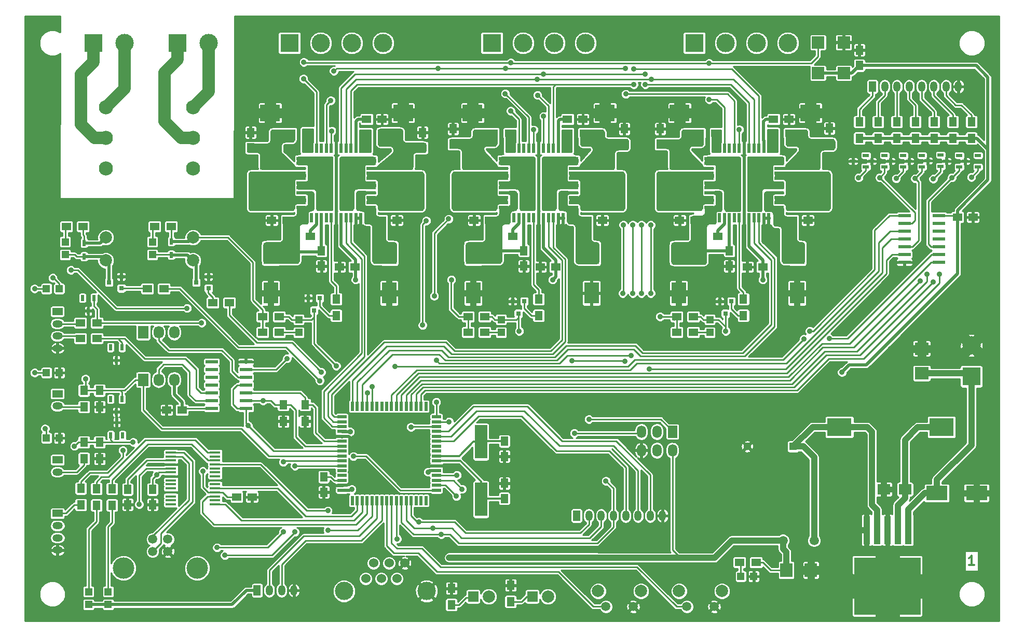
<source format=gbr>
G04 #@! TF.FileFunction,Copper,L1,Top,Signal*
%FSLAX46Y46*%
G04 Gerber Fmt 4.6, Leading zero omitted, Abs format (unit mm)*
G04 Created by KiCad (PCBNEW 4.0.3-stable) date 09/19/16 22:18:01*
%MOMM*%
%LPD*%
G01*
G04 APERTURE LIST*
%ADD10C,0.100000*%
%ADD11C,0.300000*%
%ADD12R,3.500120X2.400300*%
%ADD13R,3.200000X2.700000*%
%ADD14R,0.550000X1.500000*%
%ADD15R,1.500000X0.550000*%
%ADD16C,1.501140*%
%ADD17R,1.750000X0.450000*%
%ADD18R,2.400300X3.500120*%
%ADD19R,1.500000X1.300000*%
%ADD20R,1.500000X2.000000*%
%ADD21O,1.500000X2.000000*%
%ADD22O,1.198880X1.699260*%
%ADD23R,1.198880X1.699260*%
%ADD24R,1.250000X1.500000*%
%ADD25R,1.300000X1.500000*%
%ADD26R,1.699260X1.198880*%
%ADD27O,1.699260X1.198880*%
%ADD28C,1.524000*%
%ADD29C,2.999740*%
%ADD30C,3.500120*%
%ADD31R,1.500000X1.250000*%
%ADD32R,1.699260X1.699260*%
%ADD33C,1.998980*%
%ADD34C,2.301240*%
%ADD35R,2.999740X2.999740*%
%ADD36R,2.000000X2.000000*%
%ADD37R,1.998980X5.499100*%
%ADD38R,1.198880X1.198880*%
%ADD39R,1.727200X2.032000*%
%ADD40O,1.727200X2.032000*%
%ADD41R,0.800100X0.800100*%
%ADD42R,1.100000X4.600000*%
%ADD43R,10.800000X9.400000*%
%ADD44R,1.000760X0.599440*%
%ADD45R,0.599440X1.000760*%
%ADD46R,1.300000X1.300000*%
%ADD47C,1.300000*%
%ADD48R,2.100580X1.699260*%
%ADD49R,2.301240X1.998980*%
%ADD50R,1.998980X2.301240*%
%ADD51R,1.998980X0.599440*%
%ADD52R,4.000500X2.999740*%
%ADD53C,0.889000*%
%ADD54C,0.500000*%
%ADD55C,0.254000*%
%ADD56C,1.000000*%
%ADD57C,2.000000*%
%ADD58C,0.800000*%
G04 APERTURE END LIST*
D10*
D11*
X219376572Y-143172571D02*
X218519429Y-143172571D01*
X218948001Y-143172571D02*
X218948001Y-141672571D01*
X218805144Y-141886857D01*
X218662286Y-142029714D01*
X218519429Y-142101143D01*
D12*
X213283800Y-131445000D03*
X219786200Y-131445000D03*
D13*
X171323000Y-69329000D03*
X171323000Y-77229000D03*
D14*
X117952000Y-132668000D03*
X118752000Y-132668000D03*
X119552000Y-132668000D03*
X120352000Y-132668000D03*
X121152000Y-132668000D03*
X121952000Y-132668000D03*
X122752000Y-132668000D03*
X123552000Y-132668000D03*
X124352000Y-132668000D03*
X125152000Y-132668000D03*
X125952000Y-132668000D03*
X126752000Y-132668000D03*
X127552000Y-132668000D03*
X128352000Y-132668000D03*
X129152000Y-132668000D03*
X129952000Y-132668000D03*
D15*
X131652000Y-130968000D03*
X131652000Y-130168000D03*
X131652000Y-129368000D03*
X131652000Y-128568000D03*
X131652000Y-127768000D03*
X131652000Y-126968000D03*
X131652000Y-126168000D03*
X131652000Y-125368000D03*
X131652000Y-124568000D03*
X131652000Y-123768000D03*
X131652000Y-122968000D03*
X131652000Y-122168000D03*
X131652000Y-121368000D03*
X131652000Y-120568000D03*
X131652000Y-119768000D03*
X131652000Y-118968000D03*
D14*
X129952000Y-117268000D03*
X129152000Y-117268000D03*
X128352000Y-117268000D03*
X127552000Y-117268000D03*
X126752000Y-117268000D03*
X125952000Y-117268000D03*
X125152000Y-117268000D03*
X124352000Y-117268000D03*
X123552000Y-117268000D03*
X122752000Y-117268000D03*
X121952000Y-117268000D03*
X121152000Y-117268000D03*
X120352000Y-117268000D03*
X119552000Y-117268000D03*
X118752000Y-117268000D03*
X117952000Y-117268000D03*
D15*
X116252000Y-118968000D03*
X116252000Y-119768000D03*
X116252000Y-120568000D03*
X116252000Y-121368000D03*
X116252000Y-122168000D03*
X116252000Y-122968000D03*
X116252000Y-123768000D03*
X116252000Y-124568000D03*
X116252000Y-125368000D03*
X116252000Y-126168000D03*
X116252000Y-126968000D03*
X116252000Y-127768000D03*
X116252000Y-128568000D03*
X116252000Y-129368000D03*
X116252000Y-130168000D03*
X116252000Y-130968000D03*
D16*
X193294000Y-139192000D03*
X188214000Y-139181840D03*
D17*
X95548000Y-133257000D03*
X95548000Y-132607000D03*
X95548000Y-131957000D03*
X95548000Y-131307000D03*
X95548000Y-130657000D03*
X95548000Y-130007000D03*
X95548000Y-129357000D03*
X95548000Y-128707000D03*
X95548000Y-128057000D03*
X95548000Y-127407000D03*
X95548000Y-126757000D03*
X95548000Y-126107000D03*
X95548000Y-125457000D03*
X95548000Y-124807000D03*
X88348000Y-124807000D03*
X88348000Y-125457000D03*
X88348000Y-126107000D03*
X88348000Y-126757000D03*
X88348000Y-127407000D03*
X88348000Y-128057000D03*
X88348000Y-128707000D03*
X88348000Y-129357000D03*
X88348000Y-130007000D03*
X88348000Y-130657000D03*
X88348000Y-131307000D03*
X88348000Y-131957000D03*
X88348000Y-132607000D03*
X88348000Y-133257000D03*
D18*
X104648000Y-92252800D03*
X104648000Y-98755200D03*
D19*
X122889000Y-72644000D03*
X120189000Y-72644000D03*
D15*
X121016000Y-84772000D03*
X121016000Y-83972000D03*
X121016000Y-83172000D03*
X121016000Y-82372000D03*
X121016000Y-81572000D03*
X121016000Y-80772000D03*
X121016000Y-79972000D03*
X121016000Y-79172000D03*
X121016000Y-78372000D03*
X121016000Y-77572000D03*
X121016000Y-76772000D03*
D14*
X119316000Y-75072000D03*
X118516000Y-75072000D03*
X117716000Y-75072000D03*
X116916000Y-75072000D03*
X116116000Y-75072000D03*
X115316000Y-75072000D03*
X114516000Y-75072000D03*
X113716000Y-75072000D03*
X112916000Y-75072000D03*
X112116000Y-75072000D03*
X111316000Y-75072000D03*
D15*
X109616000Y-76772000D03*
X109616000Y-77572000D03*
X109616000Y-78372000D03*
X109616000Y-79172000D03*
X109616000Y-79972000D03*
X109616000Y-80772000D03*
X109616000Y-81572000D03*
X109616000Y-82372000D03*
X109616000Y-83172000D03*
X109616000Y-83972000D03*
X109616000Y-84772000D03*
D14*
X111316000Y-86472000D03*
X112116000Y-86472000D03*
X112916000Y-86472000D03*
X113716000Y-86472000D03*
X114516000Y-86472000D03*
X115316000Y-86472000D03*
X116116000Y-86472000D03*
X116916000Y-86472000D03*
X117716000Y-86472000D03*
X118516000Y-86472000D03*
X119316000Y-86472000D03*
D20*
X170180000Y-121416000D03*
D21*
X170180000Y-124456000D03*
X167640000Y-121416000D03*
X167640000Y-124456000D03*
X165100000Y-121416000D03*
X165100000Y-124456000D03*
D22*
X166545260Y-135128000D03*
X164546280Y-135128000D03*
X162544760Y-135128000D03*
D23*
X154538680Y-135128000D03*
D22*
X158541720Y-135128000D03*
X156540200Y-135128000D03*
X160540700Y-135128000D03*
X168544240Y-135128000D03*
D24*
X85344000Y-130830000D03*
X85344000Y-133330000D03*
D22*
X214805260Y-65024000D03*
X212806280Y-65024000D03*
X210804760Y-65024000D03*
D23*
X202798680Y-65024000D03*
D22*
X206801720Y-65024000D03*
X204800200Y-65024000D03*
X208800700Y-65024000D03*
X216804240Y-65024000D03*
D25*
X218948000Y-73486000D03*
X218948000Y-70786000D03*
D26*
X69850000Y-115204240D03*
D27*
X69850000Y-117205760D03*
D28*
X123952000Y-142875000D03*
X121412000Y-142875000D03*
X126492000Y-142875000D03*
X120142000Y-145415000D03*
X122682000Y-145415000D03*
X125222000Y-145415000D03*
D29*
X130048000Y-147447000D03*
X116586000Y-147447000D03*
D16*
X85369400Y-140970000D03*
X87858600Y-140970000D03*
X87858600Y-138963400D03*
X85369400Y-138963400D03*
D30*
X80594200Y-143687800D03*
X92633800Y-143687800D03*
D19*
X107870000Y-72644000D03*
X110570000Y-72644000D03*
D15*
X187564000Y-84772000D03*
X187564000Y-83972000D03*
X187564000Y-83172000D03*
X187564000Y-82372000D03*
X187564000Y-81572000D03*
X187564000Y-80772000D03*
X187564000Y-79972000D03*
X187564000Y-79172000D03*
X187564000Y-78372000D03*
X187564000Y-77572000D03*
X187564000Y-76772000D03*
D14*
X185864000Y-75072000D03*
X185064000Y-75072000D03*
X184264000Y-75072000D03*
X183464000Y-75072000D03*
X182664000Y-75072000D03*
X181864000Y-75072000D03*
X181064000Y-75072000D03*
X180264000Y-75072000D03*
X179464000Y-75072000D03*
X178664000Y-75072000D03*
X177864000Y-75072000D03*
D15*
X176164000Y-76772000D03*
X176164000Y-77572000D03*
X176164000Y-78372000D03*
X176164000Y-79172000D03*
X176164000Y-79972000D03*
X176164000Y-80772000D03*
X176164000Y-81572000D03*
X176164000Y-82372000D03*
X176164000Y-83172000D03*
X176164000Y-83972000D03*
X176164000Y-84772000D03*
D14*
X177864000Y-86472000D03*
X178664000Y-86472000D03*
X179464000Y-86472000D03*
X180264000Y-86472000D03*
X181064000Y-86472000D03*
X181864000Y-86472000D03*
X182664000Y-86472000D03*
X183464000Y-86472000D03*
X184264000Y-86472000D03*
X185064000Y-86472000D03*
X185864000Y-86472000D03*
D24*
X113284000Y-128798000D03*
X113284000Y-131298000D03*
D31*
X99080000Y-132080000D03*
X101580000Y-132080000D03*
X184892000Y-94488000D03*
X182392000Y-94488000D03*
X175026000Y-89535000D03*
X177526000Y-89535000D03*
D24*
X179451000Y-91841000D03*
X179451000Y-94341000D03*
D31*
X173843000Y-86868000D03*
X171343000Y-86868000D03*
X189758000Y-86868000D03*
X192258000Y-86868000D03*
X151110000Y-94488000D03*
X148610000Y-94488000D03*
X141625000Y-89535000D03*
X144125000Y-89535000D03*
D24*
X145923000Y-91841000D03*
X145923000Y-94341000D03*
D31*
X153055000Y-70358000D03*
X155555000Y-70358000D03*
X140315000Y-86868000D03*
X137815000Y-86868000D03*
D24*
X134366000Y-71902000D03*
X134366000Y-74402000D03*
X112903000Y-91841000D03*
X112903000Y-94341000D03*
D31*
X120289000Y-70358000D03*
X122789000Y-70358000D03*
X107295000Y-86868000D03*
X104795000Y-86868000D03*
X122702000Y-86868000D03*
X125202000Y-86868000D03*
D24*
X101346000Y-72537000D03*
X101346000Y-75037000D03*
X129413000Y-72537000D03*
X129413000Y-75037000D03*
D19*
X183802000Y-142748000D03*
X181102000Y-142748000D03*
D25*
X143764000Y-149178000D03*
X143764000Y-146478000D03*
X106680000Y-117014000D03*
X106680000Y-119714000D03*
D19*
X84502000Y-98044000D03*
X87202000Y-98044000D03*
X95170000Y-100330000D03*
X97870000Y-100330000D03*
D25*
X76708000Y-125810000D03*
X76708000Y-123110000D03*
D19*
X170862000Y-105156000D03*
X173562000Y-105156000D03*
D25*
X134112000Y-149686000D03*
X134112000Y-146986000D03*
D24*
X81280000Y-130830000D03*
X81280000Y-133330000D03*
D31*
X186666500Y-70358000D03*
X189166500Y-70358000D03*
D24*
X168148000Y-71902000D03*
X168148000Y-74402000D03*
X195770500Y-71838500D03*
X195770500Y-74338500D03*
D31*
X156230000Y-86868000D03*
X158730000Y-86868000D03*
D24*
X162306000Y-71902000D03*
X162306000Y-74402000D03*
D31*
X118344000Y-94488000D03*
X115844000Y-94488000D03*
X108605000Y-89535000D03*
X111105000Y-89535000D03*
D32*
X137666660Y-148336000D03*
D33*
X140206660Y-148336000D03*
D32*
X147318660Y-148336000D03*
D33*
X149858660Y-148336000D03*
D25*
X76200000Y-133430000D03*
X76200000Y-130730000D03*
X78740000Y-133430000D03*
X78740000Y-130730000D03*
X74168000Y-123110000D03*
X74168000Y-125810000D03*
D19*
X174545000Y-72644000D03*
X177245000Y-72644000D03*
X189310000Y-72644000D03*
X186610000Y-72644000D03*
D13*
X192659000Y-69329000D03*
X192659000Y-77229000D03*
D19*
X136826000Y-105156000D03*
X139526000Y-105156000D03*
X140890000Y-72644000D03*
X143590000Y-72644000D03*
D13*
X137541000Y-69329000D03*
X137541000Y-77229000D03*
D19*
X155782000Y-72644000D03*
X153082000Y-72644000D03*
D13*
X159131000Y-69329000D03*
X159131000Y-77229000D03*
D19*
X105998000Y-105156000D03*
X103298000Y-105156000D03*
D13*
X104521000Y-69329000D03*
X104521000Y-77229000D03*
X126238000Y-69329000D03*
X126238000Y-77229000D03*
D34*
X77724000Y-68417440D03*
X77724000Y-73418700D03*
X77724000Y-78417420D03*
D33*
X77724000Y-89667080D03*
X77724000Y-93418660D03*
D34*
X91948000Y-68417440D03*
X91948000Y-73418700D03*
X91948000Y-78417420D03*
D33*
X91948000Y-89667080D03*
X91948000Y-93418660D03*
D15*
X154036000Y-84772000D03*
X154036000Y-83972000D03*
X154036000Y-83172000D03*
X154036000Y-82372000D03*
X154036000Y-81572000D03*
X154036000Y-80772000D03*
X154036000Y-79972000D03*
X154036000Y-79172000D03*
X154036000Y-78372000D03*
X154036000Y-77572000D03*
X154036000Y-76772000D03*
D14*
X152336000Y-75072000D03*
X151536000Y-75072000D03*
X150736000Y-75072000D03*
X149936000Y-75072000D03*
X149136000Y-75072000D03*
X148336000Y-75072000D03*
X147536000Y-75072000D03*
X146736000Y-75072000D03*
X145936000Y-75072000D03*
X145136000Y-75072000D03*
X144336000Y-75072000D03*
D15*
X142636000Y-76772000D03*
X142636000Y-77572000D03*
X142636000Y-78372000D03*
X142636000Y-79172000D03*
X142636000Y-79972000D03*
X142636000Y-80772000D03*
X142636000Y-81572000D03*
X142636000Y-82372000D03*
X142636000Y-83172000D03*
X142636000Y-83972000D03*
X142636000Y-84772000D03*
D14*
X144336000Y-86472000D03*
X145136000Y-86472000D03*
X145936000Y-86472000D03*
X146736000Y-86472000D03*
X147536000Y-86472000D03*
X148336000Y-86472000D03*
X149136000Y-86472000D03*
X149936000Y-86472000D03*
X150736000Y-86472000D03*
X151536000Y-86472000D03*
X152336000Y-86472000D03*
D18*
X171196000Y-92252800D03*
X171196000Y-98755200D03*
X190500000Y-92252800D03*
X190500000Y-98755200D03*
X137668000Y-92252800D03*
X137668000Y-98755200D03*
X156972000Y-92252800D03*
X156972000Y-98755200D03*
X123952000Y-92252800D03*
X123952000Y-98755200D03*
D31*
X216682000Y-86360000D03*
X219182000Y-86360000D03*
D23*
X102407720Y-147320000D03*
D22*
X106410760Y-147320000D03*
X104409240Y-147320000D03*
X108409740Y-147320000D03*
D26*
X69850000Y-101772720D03*
D27*
X69850000Y-105775760D03*
X69850000Y-103774240D03*
X69850000Y-107774740D03*
D25*
X181737000Y-99742000D03*
X181737000Y-102442000D03*
X148336000Y-99742000D03*
X148336000Y-102442000D03*
X115316000Y-102442000D03*
X115316000Y-99742000D03*
D19*
X170862000Y-102616000D03*
X173562000Y-102616000D03*
X139526000Y-102616000D03*
X136826000Y-102616000D03*
X103298000Y-102616000D03*
X105998000Y-102616000D03*
D24*
X142748000Y-132314000D03*
X142748000Y-129814000D03*
D35*
X218948000Y-112395000D03*
D29*
X218948000Y-107315000D03*
D35*
X89408000Y-57912000D03*
D29*
X94488000Y-57912000D03*
D35*
X75692000Y-57912000D03*
D29*
X80772000Y-57912000D03*
D35*
X173736000Y-57912000D03*
D29*
X178816000Y-57912000D03*
X183896000Y-57912000D03*
X188976000Y-57912000D03*
D35*
X140716000Y-57912000D03*
D29*
X145796000Y-57912000D03*
X150876000Y-57912000D03*
X155956000Y-57912000D03*
D35*
X107696000Y-57912000D03*
D29*
X112776000Y-57912000D03*
X117856000Y-57912000D03*
X122936000Y-57912000D03*
D25*
X200660000Y-73486000D03*
X200660000Y-70786000D03*
X203708000Y-73486000D03*
X203708000Y-70786000D03*
X206756000Y-73486000D03*
X206756000Y-70786000D03*
X209804000Y-73486000D03*
X209804000Y-70786000D03*
X212852000Y-73486000D03*
X212852000Y-70786000D03*
X215900000Y-73486000D03*
X215900000Y-70786000D03*
D19*
X76280000Y-103632000D03*
X73580000Y-103632000D03*
X76280000Y-106172000D03*
X73580000Y-106172000D03*
D16*
X159321500Y-149987000D03*
X163766500Y-149987000D03*
D33*
X158051500Y-147447000D03*
X165036500Y-147447000D03*
D16*
X172529500Y-149987000D03*
X176974500Y-149987000D03*
D33*
X171259500Y-147447000D03*
X178244500Y-147447000D03*
D26*
X69850000Y-125999240D03*
D27*
X69850000Y-128000760D03*
D25*
X110236000Y-117014000D03*
X110236000Y-119714000D03*
X76708000Y-117348000D03*
X76708000Y-114648000D03*
X74168000Y-114648000D03*
X74168000Y-117348000D03*
D31*
X90150000Y-117856000D03*
X87650000Y-117856000D03*
D24*
X142748000Y-122956000D03*
X142748000Y-125456000D03*
X200660000Y-61575000D03*
X200660000Y-59075000D03*
D36*
X198120000Y-62825000D03*
X198120000Y-57825000D03*
X193920000Y-62825000D03*
X193920000Y-57825000D03*
D37*
X138938000Y-123063000D03*
X138938000Y-132461000D03*
D38*
X181322980Y-145034000D03*
X183421020Y-145034000D03*
X74930000Y-149639020D03*
X74930000Y-147540980D03*
X78105000Y-149639020D03*
X78105000Y-147540980D03*
X176276000Y-105189020D03*
X176276000Y-103090980D03*
X142240000Y-105189020D03*
X142240000Y-103090980D03*
X109220000Y-105189020D03*
X109220000Y-103090980D03*
D39*
X83820000Y-112928400D03*
D40*
X86360000Y-112928400D03*
X88900000Y-112928400D03*
D39*
X83820000Y-105156000D03*
D40*
X86360000Y-105156000D03*
X88900000Y-105156000D03*
D41*
X80248760Y-97978000D03*
X80248760Y-96078000D03*
X78249780Y-97028000D03*
X94472760Y-97978000D03*
X94472760Y-96078000D03*
X92473780Y-97028000D03*
X179766000Y-100091240D03*
X177866000Y-100091240D03*
X178816000Y-102090220D03*
X145984000Y-100091240D03*
X144084000Y-100091240D03*
X145034000Y-102090220D03*
X112644000Y-99568000D03*
X110744000Y-99568000D03*
X111694000Y-101566980D03*
D42*
X201833060Y-137471000D03*
X203533060Y-137471000D03*
X206933060Y-137471000D03*
D43*
X205233060Y-146621000D03*
D42*
X205233060Y-137471000D03*
X208633060Y-137471000D03*
D44*
X201716640Y-78168500D03*
X199603360Y-77216000D03*
X201716640Y-76263500D03*
X204764640Y-78168500D03*
X202651360Y-77216000D03*
X204764640Y-76263500D03*
X210860640Y-78168500D03*
X208747360Y-77216000D03*
X210860640Y-76263500D03*
X213908640Y-78084680D03*
X211795360Y-77132180D03*
X213908640Y-76179680D03*
X216956640Y-78168500D03*
X214843360Y-77216000D03*
X216956640Y-76263500D03*
X220004640Y-78168500D03*
X217891360Y-77216000D03*
X220004640Y-76263500D03*
D45*
X78549500Y-122001280D03*
X79502000Y-119888000D03*
X80454500Y-122001280D03*
X75819000Y-99568000D03*
X74866500Y-101681280D03*
X73914000Y-99568000D03*
X80391000Y-107614720D03*
X79438500Y-109728000D03*
X78486000Y-107614720D03*
X80391000Y-116078000D03*
X79438500Y-118191280D03*
X78486000Y-116078000D03*
D44*
X207812640Y-78168500D03*
X205699360Y-77216000D03*
X207812640Y-76263500D03*
D46*
X189865000Y-123825000D03*
D47*
X182365000Y-123825000D03*
D48*
X204645260Y-130810000D03*
X208104740Y-130810000D03*
D49*
X210820000Y-107845860D03*
X210820000Y-111864140D03*
D50*
X192763140Y-144018000D03*
X188744860Y-144018000D03*
D51*
X100584000Y-117602000D03*
X100584000Y-116332000D03*
X100584000Y-115062000D03*
X100584000Y-113792000D03*
X100584000Y-112522000D03*
X100584000Y-111252000D03*
X100584000Y-109982000D03*
X94996000Y-109982000D03*
X94996000Y-111252000D03*
X94996000Y-112522000D03*
X94996000Y-113792000D03*
X94996000Y-115062000D03*
X94996000Y-116332000D03*
X94996000Y-117602000D03*
X208026000Y-86106000D03*
X208026000Y-87376000D03*
X208026000Y-88646000D03*
X208026000Y-89916000D03*
X208026000Y-91186000D03*
X208026000Y-92456000D03*
X208026000Y-93726000D03*
X213614000Y-93726000D03*
X213614000Y-92456000D03*
X213614000Y-91186000D03*
X213614000Y-89916000D03*
X213614000Y-88646000D03*
X213614000Y-87376000D03*
X213614000Y-86106000D03*
D45*
X74168000Y-92793820D03*
X74168000Y-90594180D03*
X88392000Y-92539820D03*
X88392000Y-90340180D03*
D26*
X69850000Y-134747000D03*
D27*
X69850000Y-138750040D03*
X69850000Y-136748520D03*
X69850000Y-140749020D03*
D25*
X73660000Y-130650000D03*
X73660000Y-133350000D03*
D52*
X197408800Y-120650000D03*
X214071200Y-120650000D03*
D38*
X68038980Y-111760000D03*
X70137020Y-111760000D03*
X68038980Y-122428000D03*
X70137020Y-122428000D03*
X68038980Y-98044000D03*
X70137020Y-98044000D03*
X71120000Y-90390980D03*
X71120000Y-92489020D03*
X85344000Y-90390980D03*
X85344000Y-92489020D03*
D19*
X73994000Y-87884000D03*
X71294000Y-87884000D03*
X88392000Y-87884000D03*
X85692000Y-87884000D03*
D53*
X83526388Y-135638170D03*
X105909810Y-66394539D03*
X103122516Y-66414639D03*
X104499412Y-66434740D03*
X126219206Y-66499644D03*
X136144000Y-66548000D03*
X138938000Y-66548000D03*
X157607000Y-66548000D03*
X160782000Y-66548000D03*
X137541000Y-66548000D03*
X159131000Y-66548000D03*
X168529000Y-70104000D03*
X168529000Y-67691000D03*
X168529000Y-68961000D03*
X190881000Y-66548000D03*
X194183000Y-66548000D03*
X192532000Y-66548000D03*
X119582634Y-88349243D03*
X118542967Y-88373421D03*
X185070591Y-88748943D03*
X186442509Y-88732800D03*
X127000000Y-86868000D03*
X152654000Y-88138000D03*
X151638000Y-88138000D03*
X194056000Y-86868000D03*
X168910000Y-87376000D03*
X158750000Y-88646000D03*
X206248000Y-93726000D03*
X98077665Y-128376699D03*
X105475519Y-132117564D03*
X118110000Y-122936000D03*
X130302000Y-125222000D03*
X117602000Y-128016000D03*
X212518388Y-151483374D03*
X214518388Y-151483374D03*
X214518388Y-149483374D03*
X212518388Y-149483374D03*
X212518388Y-147483374D03*
X214518388Y-147483374D03*
X214518388Y-145483374D03*
X212518388Y-145483374D03*
X212518388Y-143483374D03*
X214518388Y-143483374D03*
X214518388Y-141483374D03*
X212518388Y-141483374D03*
X198008388Y-151483374D03*
X196008388Y-151483374D03*
X198008388Y-149483374D03*
X196008388Y-149483374D03*
X198008388Y-147483374D03*
X196008388Y-147483374D03*
X198008388Y-145483374D03*
X196008388Y-145483374D03*
X198008388Y-143483374D03*
X196008388Y-143483374D03*
X198008388Y-141483374D03*
X90170000Y-128778000D03*
X219202000Y-89408000D03*
X96012000Y-96012000D03*
X82042000Y-96012000D03*
X196008388Y-141483374D03*
X106680000Y-121920000D03*
X87376000Y-115824000D03*
X110239268Y-121821201D03*
X181214448Y-69238329D03*
X148336000Y-68072000D03*
X115316000Y-69596000D03*
X80510947Y-124460000D03*
X118475969Y-96579347D03*
X168148000Y-102616000D03*
X150622000Y-96579347D03*
X184912000Y-96579347D03*
X134112000Y-96579347D03*
X117856000Y-130810000D03*
X130302000Y-127996000D03*
X117602000Y-121412000D03*
X93568700Y-127854013D03*
X197824132Y-111683974D03*
X86029361Y-128400272D03*
X155836339Y-141991756D03*
X133734989Y-141976991D03*
X113961171Y-134318707D03*
X113942871Y-137525161D03*
X200539341Y-79891389D03*
X210585048Y-96802667D03*
X203972573Y-79887417D03*
X206668026Y-80038812D03*
X211660636Y-95667324D03*
X209750290Y-80053208D03*
X212727409Y-96923268D03*
X212715755Y-80114425D03*
X215752472Y-79891547D03*
X218928488Y-79821897D03*
X213722178Y-95637447D03*
X149151576Y-62957720D03*
X165689655Y-62954361D03*
X165730291Y-64668663D03*
X163706119Y-98800454D03*
X163716332Y-87624412D03*
X159317930Y-129457301D03*
X149136000Y-69888000D03*
X132461000Y-138176000D03*
X166723787Y-63806578D03*
X148127397Y-63832541D03*
X165099519Y-98800452D03*
X165104150Y-87631631D03*
X131095989Y-137182702D03*
X148165589Y-66426297D03*
X156540200Y-119380000D03*
X163837420Y-62148875D03*
X163858941Y-64668097D03*
X162056335Y-98800454D03*
X162166307Y-87624412D03*
X128778000Y-136144000D03*
X192560540Y-104964642D03*
X178861478Y-104982556D03*
X145166890Y-104970958D03*
X166375692Y-111130421D03*
X162380562Y-109865734D03*
X153784181Y-109820009D03*
X191616244Y-106257855D03*
X195733686Y-106178270D03*
X115319384Y-110652367D03*
X124901412Y-110760787D03*
X125262504Y-138909209D03*
X93363137Y-103625150D03*
X118119786Y-125420604D03*
X112892881Y-111682214D03*
X121178446Y-114013786D03*
X112648936Y-113077257D03*
X120376856Y-115056456D03*
X166626684Y-98800452D03*
X166627511Y-87631631D03*
X131647525Y-109763986D03*
X131647525Y-116557979D03*
X163386522Y-108928365D03*
X181069830Y-72045007D03*
X133666837Y-86643205D03*
X131300607Y-99237689D03*
X133733309Y-119783196D03*
X147544970Y-72080161D03*
X114596125Y-72284343D03*
X127508000Y-120650000D03*
X72608804Y-123761768D03*
X82189201Y-123101204D03*
X100929193Y-120390707D03*
X107297498Y-109435390D03*
X130016358Y-86951390D03*
X131953000Y-62021379D03*
X129413000Y-104013000D03*
X114935000Y-62484000D03*
X114427000Y-67310000D03*
X142892831Y-66175360D03*
X142921349Y-62067119D03*
X162488436Y-62094371D03*
X162557645Y-66239117D03*
X134923176Y-131939704D03*
X135864679Y-130772240D03*
X83174187Y-133267050D03*
X179176660Y-82364203D03*
X180668500Y-82297154D03*
X179625269Y-84163317D03*
X179625269Y-80563317D03*
X178125269Y-80563317D03*
X180375269Y-78763317D03*
X178875269Y-78763317D03*
X179625269Y-76963317D03*
X178125269Y-76963317D03*
X174155287Y-83741400D03*
X172655287Y-84441400D03*
X171155287Y-83741400D03*
X169655287Y-84441400D03*
X168155287Y-83741400D03*
X174155287Y-82341400D03*
X172655287Y-83041400D03*
X171155287Y-82341400D03*
X169655287Y-83041400D03*
X168155287Y-82341400D03*
X174155287Y-80941400D03*
X172655287Y-81641400D03*
X171155287Y-80941400D03*
X169655287Y-81641400D03*
X168155287Y-80941400D03*
X174155287Y-79541400D03*
X172655287Y-80241400D03*
X171155287Y-79541400D03*
X169655287Y-80241400D03*
X168155287Y-79541400D03*
X184825686Y-77139023D03*
X184075686Y-78939023D03*
X185575686Y-78939023D03*
X183325686Y-80739023D03*
X184825686Y-80739023D03*
X184075686Y-82539023D03*
X183325686Y-84339023D03*
X183325686Y-77139023D03*
X195230000Y-83702000D03*
X193730000Y-84402000D03*
X192230000Y-83702000D03*
X190730000Y-84402000D03*
X189230000Y-83702000D03*
X195230000Y-82302000D03*
X193730000Y-83002000D03*
X192230000Y-82302000D03*
X190730000Y-83002000D03*
X189230000Y-82302000D03*
X195230000Y-80902000D03*
X193730000Y-81602000D03*
X192230000Y-80902000D03*
X190730000Y-81602000D03*
X189230000Y-80902000D03*
X195230000Y-79502000D03*
X193730000Y-80202000D03*
X192230000Y-79502000D03*
X190730000Y-80202000D03*
X189230000Y-79502000D03*
X140916594Y-83919648D03*
X139416594Y-84619648D03*
X137916594Y-83919648D03*
X136416594Y-84619648D03*
X134916594Y-83919648D03*
X140916594Y-82519648D03*
X139416594Y-83219648D03*
X137916594Y-82519648D03*
X136416594Y-83219648D03*
X134916594Y-82519648D03*
X140916594Y-81119648D03*
X139416594Y-81819648D03*
X137916594Y-81119648D03*
X136416594Y-81819648D03*
X134916594Y-81119648D03*
X140916594Y-79719648D03*
X139416594Y-80419648D03*
X137916594Y-79719648D03*
X136416594Y-80419648D03*
X134916594Y-79719648D03*
X145703492Y-82291892D03*
X147205210Y-82272001D03*
X145995642Y-84088269D03*
X145995642Y-80488269D03*
X144495642Y-80488269D03*
X146745642Y-78688269D03*
X145245642Y-78688269D03*
X145995642Y-76888269D03*
X144495642Y-76888269D03*
X149788700Y-76973793D03*
X149788700Y-84173793D03*
X150538700Y-82373793D03*
X151288700Y-80573793D03*
X149788700Y-80573793D03*
X152038700Y-78773793D03*
X150538700Y-78773793D03*
X151288700Y-76973793D03*
X161703987Y-83720313D03*
X160203987Y-84420313D03*
X158703987Y-83720313D03*
X157203987Y-84420313D03*
X155703987Y-83720313D03*
X161703987Y-82320313D03*
X160203987Y-83020313D03*
X158703987Y-82320313D03*
X157203987Y-83020313D03*
X155703987Y-82320313D03*
X161703987Y-80920313D03*
X160203987Y-81620313D03*
X158703987Y-80920313D03*
X157203987Y-81620313D03*
X155703987Y-80920313D03*
X161703987Y-79520313D03*
X160203987Y-80220313D03*
X158703987Y-79520313D03*
X157203987Y-80220313D03*
X155703987Y-79520313D03*
X107893050Y-83959977D03*
X106393050Y-84659977D03*
X104893050Y-83959977D03*
X103393050Y-84659977D03*
X101893050Y-83959977D03*
X107893050Y-82559977D03*
X106393050Y-83259977D03*
X104893050Y-82559977D03*
X103393050Y-83259977D03*
X101893050Y-82559977D03*
X107893050Y-81159977D03*
X106393050Y-81859977D03*
X104893050Y-81159977D03*
X103393050Y-81859977D03*
X101893050Y-81159977D03*
X107893050Y-79759977D03*
X106393050Y-80459977D03*
X104893050Y-79759977D03*
X103393050Y-80459977D03*
X101893050Y-79759977D03*
X112640892Y-82251006D03*
X114133251Y-82251006D03*
X112984603Y-84092721D03*
X112984603Y-80492721D03*
X111484603Y-80492721D03*
X113734603Y-78692721D03*
X112234603Y-78692721D03*
X112984603Y-76892721D03*
X111484603Y-76892721D03*
X116785295Y-84149871D03*
X117535295Y-82349871D03*
X118285295Y-80549871D03*
X116785295Y-80549871D03*
X119035295Y-78749871D03*
X117535295Y-78749871D03*
X118285295Y-76949871D03*
X116785295Y-76949871D03*
X129020800Y-83809681D03*
X127520800Y-84509681D03*
X126020800Y-83809681D03*
X124520800Y-84509681D03*
X123020800Y-83809681D03*
X129020800Y-82409681D03*
X127520800Y-83109681D03*
X126020800Y-82409681D03*
X124520800Y-83109681D03*
X123020800Y-82409681D03*
X129020800Y-81009681D03*
X127520800Y-81709681D03*
X126020800Y-81009681D03*
X124520800Y-81709681D03*
X123020800Y-81009681D03*
X129020800Y-79609681D03*
X127520800Y-80309681D03*
X126020800Y-79609681D03*
X124520800Y-80309681D03*
X123020800Y-79609681D03*
X103378000Y-116332000D03*
X154161108Y-121631547D03*
X135010999Y-128489293D03*
X74422000Y-112776000D03*
X143772840Y-68990852D03*
X176166752Y-67121941D03*
X110034771Y-61039864D03*
X143793418Y-61113291D03*
X176145066Y-61210219D03*
X109982000Y-63754000D03*
X188722000Y-93218000D03*
X188722000Y-91059000D03*
X188722000Y-92125580D03*
X155057682Y-91049515D03*
X155067000Y-93218000D03*
X155067000Y-92125580D03*
X107061000Y-91059000D03*
X107061000Y-93218000D03*
X121920000Y-91059000D03*
X121920000Y-93218000D03*
X140208000Y-91059000D03*
X140208000Y-93218000D03*
X121920000Y-92125580D03*
X107062875Y-92072963D03*
X140208000Y-92125580D03*
X173609000Y-93218000D03*
X173609000Y-91059000D03*
X173609000Y-92125580D03*
X106680000Y-126365000D03*
X106680000Y-137795000D03*
X95885000Y-140335000D03*
X108585000Y-127000000D03*
X108585000Y-137795000D03*
X97155000Y-141605000D03*
X66114374Y-111773796D03*
X67820788Y-120898129D03*
X66107059Y-98030074D03*
X69079564Y-96283344D03*
X90980612Y-101241769D03*
X72043656Y-94996788D03*
D54*
X104499412Y-66434740D02*
X103142617Y-66434740D01*
X103142617Y-66434740D02*
X103122516Y-66414639D01*
X104499412Y-66434740D02*
X105869609Y-66434740D01*
X105869609Y-66434740D02*
X105909810Y-66394539D01*
X104521000Y-66456328D02*
X104499412Y-66434740D01*
X104521000Y-69329000D02*
X104521000Y-66456328D01*
X126238000Y-69329000D02*
X126238000Y-66518438D01*
X126238000Y-66518438D02*
X126219206Y-66499644D01*
X137541000Y-68948000D02*
X137541000Y-66548000D01*
X159131000Y-68948000D02*
X159131000Y-66548000D01*
D55*
X171323000Y-68948000D02*
X168542000Y-68948000D01*
X168542000Y-68948000D02*
X168529000Y-68961000D01*
X192532000Y-66548000D02*
X194183000Y-66548000D01*
X190881000Y-66548000D02*
X192532000Y-66548000D01*
X192595500Y-68948000D02*
X192595500Y-66611500D01*
X192595500Y-66611500D02*
X192532000Y-66548000D01*
D54*
X119316000Y-88082609D02*
X119582634Y-88349243D01*
X119316000Y-86472000D02*
X119316000Y-88082609D01*
X118516000Y-88346454D02*
X118542967Y-88373421D01*
X118516000Y-86472000D02*
X118516000Y-88346454D01*
X115316000Y-86472000D02*
X115316000Y-92583000D01*
X115316000Y-92583000D02*
X115971000Y-93238000D01*
X115971000Y-93238000D02*
X115971000Y-94488000D01*
X185064000Y-88742352D02*
X185070591Y-88748943D01*
X185064000Y-86472000D02*
X185064000Y-88742352D01*
X185864000Y-88154291D02*
X186442509Y-88732800D01*
X185864000Y-86472000D02*
X185864000Y-88154291D01*
X125202000Y-86868000D02*
X127000000Y-86868000D01*
X152336000Y-86472000D02*
X152336000Y-87820000D01*
X152336000Y-87820000D02*
X152654000Y-88138000D01*
X151536000Y-86472000D02*
X151536000Y-88036000D01*
X151536000Y-88036000D02*
X151638000Y-88138000D01*
X192258000Y-86868000D02*
X194056000Y-86868000D01*
X171343000Y-86868000D02*
X169418000Y-86868000D01*
X169418000Y-86868000D02*
X168910000Y-87376000D01*
X158730000Y-86868000D02*
X158730000Y-88626000D01*
X158730000Y-88626000D02*
X158750000Y-88646000D01*
X148610000Y-94488000D02*
X148610000Y-93363000D01*
X148336000Y-93089000D02*
X148336000Y-86472000D01*
X148610000Y-93363000D02*
X148336000Y-93089000D01*
X182392000Y-94488000D02*
X182392000Y-93363000D01*
X182392000Y-93363000D02*
X181864000Y-92835000D01*
X181864000Y-92835000D02*
X181864000Y-86472000D01*
D55*
X208026000Y-93726000D02*
X206248000Y-93726000D01*
X97097364Y-129357000D02*
X98077665Y-128376699D01*
X95548000Y-129357000D02*
X97097364Y-129357000D01*
X105437955Y-132080000D02*
X105475519Y-132117564D01*
X101580000Y-132080000D02*
X105437955Y-132080000D01*
D54*
X116252000Y-122168000D02*
X117342000Y-122168000D01*
X117342000Y-122168000D02*
X118110000Y-122936000D01*
X131652000Y-126968000D02*
X130402000Y-126968000D01*
X130402000Y-126968000D02*
X130302000Y-126868000D01*
X130302000Y-126868000D02*
X130302000Y-125222000D01*
X116252000Y-130168000D02*
X117107002Y-130168000D01*
X117107002Y-130168000D02*
X117602000Y-129673002D01*
X117602000Y-129673002D02*
X117602000Y-128016000D01*
D55*
X205233060Y-146621000D02*
X211380762Y-146621000D01*
X211380762Y-146621000D02*
X212518388Y-145483374D01*
X212518388Y-141483374D02*
X212518388Y-143483374D01*
X212518388Y-143483374D02*
X212518388Y-145483374D01*
X212518388Y-145483374D02*
X212518388Y-147483374D01*
X212518388Y-149483374D02*
X212518388Y-147483374D01*
X212518388Y-151483374D02*
X212518388Y-149483374D01*
X214518388Y-151483374D02*
X212518388Y-151483374D01*
X214518388Y-149483374D02*
X214518388Y-151483374D01*
X214518388Y-147483374D02*
X214518388Y-149483374D01*
X214518388Y-145483374D02*
X214518388Y-147483374D01*
X214518388Y-143483374D02*
X214518388Y-145483374D01*
X214518388Y-141483374D02*
X214518388Y-143483374D01*
X212518388Y-141483374D02*
X214518388Y-141483374D01*
X205233060Y-146621000D02*
X199146014Y-146621000D01*
X199146014Y-146621000D02*
X198008388Y-145483374D01*
X198008388Y-143483374D02*
X198008388Y-141483374D01*
X198008388Y-145483374D02*
X198008388Y-143483374D01*
X198008388Y-147483374D02*
X198008388Y-145483374D01*
X198008388Y-149483374D02*
X198008388Y-147208388D01*
X198008388Y-151483374D02*
X198008388Y-149483374D01*
X196008388Y-151483374D02*
X198008388Y-151483374D01*
X196008388Y-149483374D02*
X196008388Y-151483374D01*
X196008388Y-147483374D02*
X196008388Y-149483374D01*
X196008388Y-145483374D02*
X196008388Y-147483374D01*
X196008388Y-143483374D02*
X196008388Y-145483374D01*
X196008388Y-141483374D02*
X196008388Y-143483374D01*
X88348000Y-131307000D02*
X89419000Y-131307000D01*
X90170000Y-130556000D02*
X90170000Y-128778000D01*
X89419000Y-131307000D02*
X90170000Y-130556000D01*
X88348000Y-126757000D02*
X89673000Y-126757000D01*
X90099000Y-128707000D02*
X90170000Y-128778000D01*
X90099000Y-128707000D02*
X88348000Y-128707000D01*
X90170000Y-127254000D02*
X90170000Y-128778000D01*
X89673000Y-126757000D02*
X90170000Y-127254000D01*
X219182000Y-86360000D02*
X219182000Y-89388000D01*
X219182000Y-89388000D02*
X219202000Y-89408000D01*
X94472760Y-96078000D02*
X95946000Y-96078000D01*
X95946000Y-96078000D02*
X96012000Y-96012000D01*
X80248760Y-96078000D02*
X81976000Y-96078000D01*
X81976000Y-96078000D02*
X82042000Y-96012000D01*
X106680000Y-119714000D02*
X106680000Y-121920000D01*
X87650000Y-117856000D02*
X87650000Y-116098000D01*
X87650000Y-116098000D02*
X87376000Y-115824000D01*
X110239268Y-121821201D02*
X110239268Y-119717268D01*
X110239268Y-119717268D02*
X110236000Y-119714000D01*
X110779977Y-119749977D02*
X110744000Y-119714000D01*
X148336000Y-86472000D02*
X148336497Y-86472497D01*
X181864000Y-75072000D02*
X181984263Y-74951737D01*
X181984263Y-74951737D02*
X181984263Y-70008144D01*
X181984263Y-70008144D02*
X181214448Y-69238329D01*
X148336000Y-75072000D02*
X148336000Y-68072000D01*
X115316000Y-75072000D02*
X115316000Y-69596000D01*
D54*
X115316000Y-75072000D02*
X115316000Y-86472000D01*
X148336000Y-75072000D02*
X148336000Y-86472000D01*
X181864000Y-75072000D02*
X181864000Y-86472000D01*
D55*
X73994000Y-89234000D02*
X74168000Y-89408000D01*
X74168000Y-89408000D02*
X74168000Y-90594180D01*
X73994000Y-87884000D02*
X73994000Y-89234000D01*
X88392000Y-87884000D02*
X88392000Y-90340180D01*
D56*
X177035656Y-141991756D02*
X171450000Y-141991756D01*
D55*
X170180000Y-124206000D02*
X170180000Y-140721756D01*
D56*
X171450000Y-141991756D02*
X157993756Y-141991756D01*
D55*
X170180000Y-140721756D02*
X171450000Y-141991756D01*
D54*
X78105000Y-149639020D02*
X98347016Y-149639020D01*
X98347016Y-149639020D02*
X100666036Y-147320000D01*
X100666036Y-147320000D02*
X102407720Y-147320000D01*
X74930000Y-149639020D02*
X78105000Y-149639020D01*
X221610940Y-75244940D02*
X221610940Y-63495940D01*
X219690000Y-61575000D02*
X221610940Y-63495940D01*
X200660000Y-61575000D02*
X219690000Y-61575000D01*
X198120000Y-62825000D02*
X199410000Y-62825000D01*
X199410000Y-62825000D02*
X200660000Y-61575000D01*
X193920000Y-62825000D02*
X198120000Y-62825000D01*
D55*
X73660000Y-130650000D02*
X73660000Y-129540000D01*
X73660000Y-129540000D02*
X75117263Y-128082737D01*
X75117263Y-128082737D02*
X78012895Y-128082737D01*
X78012895Y-128082737D02*
X80510947Y-125584685D01*
X80510947Y-125584685D02*
X80510947Y-124460000D01*
D54*
X118475969Y-94619969D02*
X118475969Y-96579347D01*
X118475969Y-94619969D02*
X118344000Y-94488000D01*
X116116000Y-86472000D02*
X116116000Y-90974096D01*
X116116000Y-90974096D02*
X118471000Y-93329096D01*
X118471000Y-93329096D02*
X118471000Y-94488000D01*
X197824132Y-111683974D02*
X199021575Y-110486531D01*
X199021575Y-110486531D02*
X201794486Y-110486531D01*
X216682000Y-95599017D02*
X216682000Y-86360000D01*
X201794486Y-110486531D02*
X216682000Y-95599017D01*
D55*
X170862000Y-102616000D02*
X168148000Y-102616000D01*
D56*
X188744860Y-144018000D02*
X188744860Y-141069802D01*
X188744860Y-141069802D02*
X188214000Y-140538942D01*
X188214000Y-140538942D02*
X188214000Y-139181840D01*
D54*
X182664000Y-86472000D02*
X182664000Y-91135000D01*
X182664000Y-91135000D02*
X184892000Y-93363000D01*
X184892000Y-93363000D02*
X184892000Y-94488000D01*
X151110000Y-94488000D02*
X151110000Y-96091347D01*
X151110000Y-96091347D02*
X150622000Y-96579347D01*
X151110000Y-94488000D02*
X151110000Y-93363000D01*
X151110000Y-93363000D02*
X149136000Y-91389000D01*
X149136000Y-91389000D02*
X149136000Y-86472000D01*
X184892000Y-94488000D02*
X184892000Y-96559347D01*
X184892000Y-96559347D02*
X184912000Y-96579347D01*
D55*
X134013890Y-101324193D02*
X134013890Y-96677457D01*
X135305697Y-102616000D02*
X134013890Y-101324193D01*
X136826000Y-102616000D02*
X135305697Y-102616000D01*
X134013890Y-96677457D02*
X134112000Y-96579347D01*
D54*
X74168000Y-90594180D02*
X76796900Y-90594180D01*
X76796900Y-90594180D02*
X77724000Y-89667080D01*
X88392000Y-90340180D02*
X91274900Y-90340180D01*
X91274900Y-90340180D02*
X91948000Y-89667080D01*
D55*
X184912000Y-142748000D02*
X186182000Y-144018000D01*
X186182000Y-144018000D02*
X188744860Y-144018000D01*
X183802000Y-142748000D02*
X184912000Y-142748000D01*
D56*
X177035656Y-141991756D02*
X179845572Y-139181840D01*
X179845572Y-139181840D02*
X188214000Y-139181840D01*
D55*
X94996000Y-117602000D02*
X90404000Y-117602000D01*
X90404000Y-117602000D02*
X90150000Y-117856000D01*
X213614000Y-86106000D02*
X216428000Y-86106000D01*
X216428000Y-86106000D02*
X216682000Y-86360000D01*
D54*
X117602000Y-130810000D02*
X117602000Y-130868000D01*
X117602000Y-130868000D02*
X117502000Y-130968000D01*
X117502000Y-130968000D02*
X116252000Y-130968000D01*
X117856000Y-130810000D02*
X117602000Y-130810000D01*
X131652000Y-127768000D02*
X130530000Y-127768000D01*
X130530000Y-127768000D02*
X130302000Y-127996000D01*
X117602000Y-121412000D02*
X116296000Y-121412000D01*
X116296000Y-121412000D02*
X116252000Y-121368000D01*
D56*
X157993756Y-141991756D02*
X157978991Y-141976991D01*
X157978991Y-141976991D02*
X155956000Y-141976991D01*
D55*
X94419000Y-131307000D02*
X93568700Y-130456700D01*
X95548000Y-131307000D02*
X94419000Y-131307000D01*
X93568700Y-130456700D02*
X93568700Y-127854013D01*
X103298000Y-102616000D02*
X103298000Y-101487562D01*
X103298000Y-101487562D02*
X101727000Y-99916562D01*
X101727000Y-93726000D02*
X97663000Y-89662000D01*
X101727000Y-99916562D02*
X101727000Y-93726000D01*
X97663000Y-89662000D02*
X97657920Y-89667080D01*
X97657920Y-89667080D02*
X91948000Y-89667080D01*
D54*
X221610940Y-80306060D02*
X221610940Y-75244940D01*
X216682000Y-85235000D02*
X221610940Y-80306060D01*
X216682000Y-86360000D02*
X216682000Y-85235000D01*
X88900000Y-112776000D02*
X88900000Y-115316000D01*
X88900000Y-115316000D02*
X90150000Y-116566000D01*
X90150000Y-116566000D02*
X90150000Y-117856000D01*
D55*
X85344000Y-130830000D02*
X85344000Y-129085633D01*
X85344000Y-129085633D02*
X86029361Y-128400272D01*
X86372633Y-128057000D02*
X86029361Y-128400272D01*
X88348000Y-128057000D02*
X86372633Y-128057000D01*
X96763000Y-131307000D02*
X97536000Y-132080000D01*
X97536000Y-132080000D02*
X99080000Y-132080000D01*
X95548000Y-131307000D02*
X96763000Y-131307000D01*
X155941235Y-141991756D02*
X155836339Y-141991756D01*
X155956000Y-141976991D02*
X155941235Y-141991756D01*
X170862000Y-105156000D02*
X170862000Y-102616000D01*
X136826000Y-105156000D02*
X136826000Y-102616000D01*
X103298000Y-105156000D02*
X103298000Y-102616000D01*
D54*
X218948000Y-73486000D02*
X219852000Y-73486000D01*
X219852000Y-73486000D02*
X221610940Y-75244940D01*
X215900000Y-73486000D02*
X218948000Y-73486000D01*
X212852000Y-73486000D02*
X215900000Y-73486000D01*
X209804000Y-73486000D02*
X212852000Y-73486000D01*
X206756000Y-73486000D02*
X209804000Y-73486000D01*
X203708000Y-73486000D02*
X206756000Y-73486000D01*
X200660000Y-73486000D02*
X203708000Y-73486000D01*
D56*
X155956000Y-141976991D02*
X133734989Y-141976991D01*
D55*
X170387020Y-103090980D02*
X170862000Y-102616000D01*
X170828980Y-105189020D02*
X170862000Y-105156000D01*
X181322980Y-145034000D02*
X181322980Y-142968980D01*
X181322980Y-142968980D02*
X181102000Y-142748000D01*
X173562000Y-105156000D02*
X176242980Y-105156000D01*
X176242980Y-105156000D02*
X176276000Y-105189020D01*
D56*
X208104740Y-130810000D02*
X208104740Y-122730260D01*
X208104740Y-122730260D02*
X210185000Y-120650000D01*
X210185000Y-120650000D02*
X214071200Y-120650000D01*
X208104740Y-130810000D02*
X208104740Y-132228481D01*
X208104740Y-132228481D02*
X206933060Y-133400161D01*
X206933060Y-133400161D02*
X206933060Y-137471000D01*
X213570820Y-120650000D02*
X214071200Y-120650000D01*
D55*
X88348000Y-124807000D02*
X90476968Y-124807000D01*
X90476968Y-124807000D02*
X91922953Y-126252985D01*
X91922953Y-126252985D02*
X91922953Y-132853988D01*
X86743939Y-139595461D02*
X85369400Y-140970000D01*
X91922953Y-132853988D02*
X86743939Y-138033002D01*
X86743939Y-138033002D02*
X86743939Y-139595461D01*
X88348000Y-125457000D02*
X90162206Y-125457000D01*
X90162206Y-125457000D02*
X91262853Y-126557647D01*
X91262853Y-126557647D02*
X91262853Y-132574715D01*
X85369400Y-138468168D02*
X85369400Y-138963400D01*
X91262853Y-132574715D02*
X85369400Y-138468168D01*
D57*
X91948000Y-73418700D02*
X89982984Y-73418700D01*
X89982984Y-73418700D02*
X87286427Y-70722143D01*
X87286427Y-70722143D02*
X87286427Y-62711487D01*
X87286427Y-62711487D02*
X89408000Y-60589914D01*
X89408000Y-60589914D02*
X89408000Y-57912000D01*
X94488000Y-65877440D02*
X91948000Y-68417440D01*
X94488000Y-57912000D02*
X94488000Y-65877440D01*
X77724000Y-73418700D02*
X75900902Y-73418700D01*
X75900902Y-73418700D02*
X73702424Y-71220222D01*
X73702424Y-71220222D02*
X73702424Y-63009715D01*
X73702424Y-63009715D02*
X75692000Y-61020139D01*
X75692000Y-61020139D02*
X75692000Y-57912000D01*
X80772000Y-65369440D02*
X77724000Y-68417440D01*
X80772000Y-57912000D02*
X80772000Y-65369440D01*
D54*
X185064000Y-75072000D02*
X185064000Y-73822000D01*
X185064000Y-73822000D02*
X185039000Y-73797000D01*
X185416500Y-70358000D02*
X186666500Y-70358000D01*
X185039000Y-73797000D02*
X185039000Y-70735500D01*
X185039000Y-70735500D02*
X185416500Y-70358000D01*
D55*
X142206980Y-105156000D02*
X142240000Y-105189020D01*
X139526000Y-105156000D02*
X142206980Y-105156000D01*
X109186980Y-105156000D02*
X109220000Y-105189020D01*
X105998000Y-105156000D02*
X109186980Y-105156000D01*
X159321500Y-149987000D02*
X157273712Y-149987000D01*
X157273712Y-149987000D02*
X151598870Y-144312158D01*
X151598870Y-144312158D02*
X131801593Y-144312158D01*
X131801593Y-144312158D02*
X128713435Y-141224000D01*
X128713435Y-141224000D02*
X124714000Y-141224000D01*
X123552000Y-140062000D02*
X123552000Y-132668000D01*
X124714000Y-141224000D02*
X123552000Y-140062000D01*
X159321500Y-150368000D02*
X159314030Y-150375470D01*
X124352000Y-132668000D02*
X124352000Y-139592000D01*
X124352000Y-139592000D02*
X125222000Y-140462000D01*
X125222000Y-140462000D02*
X129277276Y-140462000D01*
X129277276Y-140462000D02*
X132325276Y-143510000D01*
X132325276Y-143510000D02*
X164367304Y-143510000D01*
X164367304Y-143510000D02*
X170844304Y-149987000D01*
X170844304Y-149987000D02*
X172529500Y-149987000D01*
X105765000Y-130657000D02*
X110338391Y-135230391D01*
X110338391Y-135230391D02*
X117778243Y-135230391D01*
X95548000Y-130657000D02*
X105765000Y-130657000D01*
X117778243Y-135230391D02*
X118752000Y-134256634D01*
X118752000Y-134256634D02*
X118752000Y-132668000D01*
X95548000Y-133257000D02*
X97235720Y-133257000D01*
X97235720Y-133257000D02*
X99874432Y-135895712D01*
X99874432Y-135895712D02*
X118185584Y-135895712D01*
X118185584Y-135895712D02*
X119552000Y-134529296D01*
X119552000Y-134529296D02*
X119552000Y-132668000D01*
X120352000Y-132668000D02*
X120352000Y-134774801D01*
X95385878Y-136533878D02*
X93472000Y-134620000D01*
X120352000Y-134774801D02*
X118592923Y-136533878D01*
X118592923Y-136533878D02*
X95385878Y-136533878D01*
X93472000Y-134620000D02*
X93472000Y-132818917D01*
X93472000Y-132818917D02*
X94333917Y-131957000D01*
X94333917Y-131957000D02*
X95548000Y-131957000D01*
X95548000Y-126757000D02*
X102989550Y-126757000D01*
X102989550Y-126757000D02*
X110551257Y-134318707D01*
X110551257Y-134318707D02*
X113961171Y-134318707D01*
X118810082Y-137525161D02*
X113942871Y-137525161D01*
X121152000Y-132668000D02*
X121152000Y-135183243D01*
X121152000Y-135183243D02*
X118810082Y-137525161D01*
X126752000Y-117268000D02*
X126752000Y-115361021D01*
X126752000Y-115361021D02*
X129105777Y-113007244D01*
X189331341Y-113007244D02*
X194694528Y-107644057D01*
X210563860Y-96802667D02*
X210585048Y-96802667D01*
X129105777Y-113007244D02*
X189331341Y-113007244D01*
X194694528Y-107644057D02*
X199722470Y-107644057D01*
X199722470Y-107644057D02*
X210563860Y-96802667D01*
X200539341Y-79891389D02*
X200545171Y-79891389D01*
X200545171Y-79891389D02*
X201716640Y-78719920D01*
X201716640Y-78719920D02*
X201716640Y-78168500D01*
X208026000Y-87376000D02*
X209256522Y-87376000D01*
X209256522Y-87376000D02*
X209722645Y-86909877D01*
X209722645Y-85637489D02*
X203972573Y-79887417D01*
X209722645Y-86909877D02*
X209722645Y-85637489D01*
X204764640Y-79095350D02*
X203972573Y-79887417D01*
X204764640Y-78168500D02*
X204764640Y-79095350D01*
X127552000Y-117268000D02*
X127552000Y-115309200D01*
X127552000Y-115309200D02*
X129278938Y-113582262D01*
X129278938Y-113582262D02*
X189672406Y-113582262D01*
X189672406Y-113582262D02*
X195001291Y-108253377D01*
X200289490Y-108253377D02*
X211660636Y-96882231D01*
X195001291Y-108253377D02*
X200289490Y-108253377D01*
X211660636Y-96882231D02*
X211660636Y-95667324D01*
X206668026Y-80038812D02*
X206668026Y-80038525D01*
X206668026Y-80038525D02*
X207812640Y-78893911D01*
X207812640Y-78893911D02*
X207812640Y-78168500D01*
X208026000Y-91186000D02*
X209279490Y-91186000D01*
X209279490Y-91186000D02*
X210327116Y-90138374D01*
X210327116Y-90138374D02*
X210327116Y-80630034D01*
X210327116Y-80630034D02*
X209750290Y-80053208D01*
X209750290Y-80053208D02*
X209750290Y-80040478D01*
X209750290Y-80040478D02*
X210860640Y-78930128D01*
X210860640Y-78930128D02*
X210860640Y-78168500D01*
X128352000Y-117268000D02*
X128352000Y-115257379D01*
X128352000Y-115257379D02*
X129463909Y-114145470D01*
X200760199Y-108884458D02*
X212721389Y-96923268D01*
X129463909Y-114145470D02*
X190025281Y-114145470D01*
X190025281Y-114145470D02*
X195286293Y-108884458D01*
X195286293Y-108884458D02*
X200760199Y-108884458D01*
X212721389Y-96923268D02*
X212727409Y-96923268D01*
X212715755Y-80114425D02*
X212745683Y-80114425D01*
X212745683Y-80114425D02*
X213908640Y-78951468D01*
X213908640Y-78951468D02*
X213908640Y-78084680D01*
X215752472Y-79891547D02*
X211941516Y-83702503D01*
X211941516Y-83702503D02*
X211941516Y-90783516D01*
X211941516Y-90783516D02*
X212344000Y-91186000D01*
X212344000Y-91186000D02*
X213614000Y-91186000D01*
X215752472Y-79891547D02*
X215773303Y-79891547D01*
X215773303Y-79891547D02*
X216956640Y-78708210D01*
X216956640Y-78708210D02*
X216956640Y-78168500D01*
X129152000Y-117268000D02*
X129152000Y-115318918D01*
X129152000Y-115318918D02*
X129820456Y-114650462D01*
X129820456Y-114650462D02*
X190493627Y-114650462D01*
X190493627Y-114650462D02*
X195672073Y-109472016D01*
X213722178Y-97094948D02*
X213722178Y-95637447D01*
X195672073Y-109472016D02*
X201345110Y-109472016D01*
X201345110Y-109472016D02*
X213722178Y-97094948D01*
X218928488Y-79821897D02*
X218938753Y-79821897D01*
X218938753Y-79821897D02*
X220004640Y-78756010D01*
X220004640Y-78756010D02*
X220004640Y-78168500D01*
X100584000Y-115062000D02*
X109444521Y-115062000D01*
X109444521Y-115062000D02*
X110236000Y-115853479D01*
X110236000Y-115853479D02*
X110236000Y-117014000D01*
X116252000Y-122968000D02*
X113351877Y-122968000D01*
X113351877Y-122968000D02*
X111992523Y-121608646D01*
X111462046Y-117014000D02*
X110744000Y-117014000D01*
X111992523Y-121608646D02*
X111992523Y-117544477D01*
X111992523Y-117544477D02*
X111462046Y-117014000D01*
X132461000Y-138176000D02*
X133840877Y-138176000D01*
X133840877Y-138176000D02*
X135278815Y-139613938D01*
X135278815Y-139613938D02*
X157938203Y-139613938D01*
X157938203Y-139613938D02*
X160540700Y-137011441D01*
X160540700Y-137011441D02*
X160540700Y-135128000D01*
X118398280Y-62957720D02*
X149151576Y-62957720D01*
X116116000Y-65240000D02*
X118398280Y-62957720D01*
X116116000Y-75072000D02*
X116116000Y-65240000D01*
X149154935Y-62954361D02*
X149151576Y-62957720D01*
X165689655Y-62954361D02*
X149154935Y-62954361D01*
X182664000Y-75072000D02*
X182664000Y-67689785D01*
X182664000Y-67689785D02*
X179642878Y-64668663D01*
X179642878Y-64668663D02*
X165730291Y-64668663D01*
X163716332Y-98790241D02*
X163706119Y-98800454D01*
X163716332Y-87624412D02*
X163716332Y-98790241D01*
X125952000Y-132668000D02*
X125952000Y-136196721D01*
X125952000Y-136196721D02*
X127931279Y-138176000D01*
X127931279Y-138176000D02*
X132461000Y-138176000D01*
X160540700Y-130680071D02*
X159317930Y-129457301D01*
X160540700Y-135128000D02*
X160540700Y-130680071D01*
X149136000Y-75072000D02*
X149136000Y-69888000D01*
X168148000Y-121666000D02*
X168113547Y-121631547D01*
X158541720Y-135128000D02*
X158541720Y-136874392D01*
X156652607Y-138763505D02*
X135775130Y-138763505D01*
X134194327Y-137182702D02*
X131095989Y-137182702D01*
X158541720Y-136874392D02*
X156652607Y-138763505D01*
X135775130Y-138763505D02*
X134194327Y-137182702D01*
X166697824Y-63832541D02*
X166723787Y-63806578D01*
X183464000Y-67125711D02*
X180144867Y-63806578D01*
X180144867Y-63806578D02*
X166723787Y-63806578D01*
X183464000Y-75072000D02*
X183464000Y-67125711D01*
X148127397Y-63832541D02*
X166697824Y-63832541D01*
X118539459Y-63832541D02*
X148127397Y-63832541D01*
X116916000Y-65456000D02*
X118539459Y-63832541D01*
X116916000Y-75072000D02*
X116916000Y-65456000D01*
X165104150Y-98795821D02*
X165099519Y-98800452D01*
X165104150Y-87631631D02*
X165104150Y-98795821D01*
X126752000Y-135855736D02*
X128078966Y-137182702D01*
X126752000Y-132668000D02*
X126752000Y-135855736D01*
X128078966Y-137182702D02*
X131095989Y-137182702D01*
X149936000Y-68196708D02*
X148165589Y-66426297D01*
X149936000Y-75072000D02*
X149936000Y-68196708D01*
X170180000Y-121285000D02*
X168275000Y-119380000D01*
X168275000Y-119380000D02*
X156540200Y-119380000D01*
X170180000Y-121666000D02*
X170180000Y-121285000D01*
X118727551Y-64660449D02*
X151130000Y-64660449D01*
X151130000Y-64660449D02*
X163222676Y-64660449D01*
X150736000Y-75072000D02*
X150736000Y-65054449D01*
X150736000Y-65054449D02*
X151130000Y-64660449D01*
X163222676Y-64660449D02*
X163230324Y-64668097D01*
X184264000Y-75072000D02*
X184264000Y-66572057D01*
X179840818Y-62148875D02*
X163837420Y-62148875D01*
X184264000Y-66572057D02*
X179840818Y-62148875D01*
X117716000Y-75072000D02*
X117716000Y-65672000D01*
X117716000Y-65672000D02*
X118727551Y-64660449D01*
X163230324Y-64668097D02*
X163858941Y-64668097D01*
X162166307Y-98690482D02*
X162056335Y-98800454D01*
X162166307Y-87624412D02*
X162166307Y-98690482D01*
X128778000Y-136144000D02*
X134605971Y-136144000D01*
X134605971Y-136144000D02*
X136419244Y-137957273D01*
X136419244Y-137957273D02*
X155158727Y-137957273D01*
X156540200Y-136575800D02*
X156540200Y-135128000D01*
X155158727Y-137957273D02*
X156540200Y-136575800D01*
X128524000Y-136144000D02*
X128778000Y-136144000D01*
X127552000Y-135172000D02*
X128524000Y-136144000D01*
X127552000Y-132668000D02*
X127552000Y-135172000D01*
X208026000Y-86106000D02*
X205559085Y-86106000D01*
X205559085Y-86106000D02*
X203160435Y-88504650D01*
X203160435Y-88504650D02*
X203160435Y-94932976D01*
X203160435Y-94932976D02*
X193128769Y-104964642D01*
X193128769Y-104964642D02*
X192560540Y-104964642D01*
X173562000Y-102616000D02*
X173562723Y-102615277D01*
X175230224Y-103090980D02*
X176276000Y-103090980D01*
X173562723Y-102615277D02*
X174754521Y-102615277D01*
X174754521Y-102615277D02*
X175230224Y-103090980D01*
X178816000Y-102090220D02*
X178863616Y-102137836D01*
X178863616Y-102137836D02*
X178863616Y-104980418D01*
X178863616Y-104980418D02*
X178861478Y-104982556D01*
X176276000Y-103090980D02*
X177691140Y-103090980D01*
X177691140Y-103090980D02*
X178861478Y-104261318D01*
X178861478Y-104261318D02*
X178861478Y-104982556D01*
X145034000Y-104838068D02*
X145166890Y-104970958D01*
X145034000Y-102090220D02*
X145034000Y-104838068D01*
X208026000Y-89916000D02*
X205872424Y-89916000D01*
X205872424Y-89916000D02*
X204410018Y-91378406D01*
X204410018Y-91378406D02*
X204410018Y-95380380D01*
X204410018Y-95380380D02*
X188659977Y-111130421D01*
X188659977Y-111130421D02*
X166375692Y-111130421D01*
X162334837Y-109820009D02*
X162380562Y-109865734D01*
X153784181Y-109820009D02*
X162334837Y-109820009D01*
X139526000Y-102616000D02*
X140728114Y-102616000D01*
X140728114Y-102616000D02*
X141203094Y-103090980D01*
X141203094Y-103090980D02*
X142240000Y-103090980D01*
X142240000Y-103090980D02*
X144687290Y-103090980D01*
X144687290Y-103090980D02*
X145034000Y-102744270D01*
X145034000Y-102744270D02*
X145034000Y-102090220D01*
X124901412Y-110760787D02*
X162950962Y-110760787D01*
X162950962Y-110760787D02*
X164035688Y-109676061D01*
X164035688Y-109676061D02*
X188198038Y-109676061D01*
X188198038Y-109676061D02*
X191616244Y-106257855D01*
X213614000Y-92456000D02*
X212427142Y-92456000D01*
X212427142Y-92456000D02*
X198704872Y-106178270D01*
X198704872Y-106178270D02*
X195733686Y-106178270D01*
X111694000Y-101566980D02*
X111694000Y-107026983D01*
X111694000Y-107026983D02*
X115319384Y-110652367D01*
X105998000Y-102616000D02*
X107579097Y-102616000D01*
X107579097Y-102616000D02*
X108054077Y-103090980D01*
X108054077Y-103090980D02*
X109220000Y-103090980D01*
X111285020Y-103090980D02*
X111694000Y-102682000D01*
X111694000Y-102682000D02*
X111694000Y-101566980D01*
X109220000Y-103090980D02*
X111285020Y-103090980D01*
X125152000Y-138798705D02*
X125262504Y-138909209D01*
X125152000Y-132668000D02*
X125152000Y-138798705D01*
X116916000Y-86472000D02*
X116916000Y-90600691D01*
X116916000Y-90600691D02*
X119500614Y-93185305D01*
X119500614Y-93185305D02*
X119500614Y-108573711D01*
X119500614Y-108573711D02*
X113294133Y-114780192D01*
X113294133Y-114780192D02*
X113294133Y-119163021D01*
X113294133Y-119163021D02*
X114699112Y-120568000D01*
X114699112Y-120568000D02*
X116252000Y-120568000D01*
X116252000Y-119768000D02*
X114796050Y-119768000D01*
X113942498Y-115087781D02*
X119924432Y-109105847D01*
X114796050Y-119768000D02*
X113942498Y-118914448D01*
X113942498Y-118914448D02*
X113942498Y-115087781D01*
X119924432Y-109105847D02*
X119924432Y-92711813D01*
X119924432Y-92711813D02*
X117716000Y-90503381D01*
X117716000Y-90503381D02*
X117716000Y-86472000D01*
X116252000Y-118968000D02*
X115005106Y-118968000D01*
X115005106Y-118968000D02*
X114614542Y-118577436D01*
X114614542Y-118577436D02*
X114614542Y-115346535D01*
X114614542Y-115346535D02*
X123153817Y-106807260D01*
X123153817Y-106807260D02*
X133223260Y-106807260D01*
X150324208Y-108204000D02*
X152137042Y-106391166D01*
X133223260Y-106807260D02*
X134620000Y-108204000D01*
X134620000Y-108204000D02*
X150324208Y-108204000D01*
X152137042Y-106391166D02*
X152137042Y-93394457D01*
X152137042Y-93394457D02*
X149936000Y-91193415D01*
X149936000Y-91193415D02*
X149936000Y-86472000D01*
X117952000Y-117268000D02*
X117952000Y-113040502D01*
X117952000Y-113040502D02*
X123526321Y-107466181D01*
X123526321Y-107466181D02*
X132866181Y-107466181D01*
X134112000Y-108712000D02*
X150639548Y-108712000D01*
X132866181Y-107466181D02*
X134112000Y-108712000D01*
X150639548Y-108712000D02*
X152634157Y-106717391D01*
X152634157Y-106717391D02*
X152634157Y-93244383D01*
X152634157Y-93244383D02*
X150736000Y-91346226D01*
X150736000Y-91346226D02*
X150736000Y-86472000D01*
X118752000Y-117268000D02*
X118752000Y-113322239D01*
X118752000Y-113322239D02*
X123949137Y-108125102D01*
X123949137Y-108125102D02*
X132509102Y-108125102D01*
X132509102Y-108125102D02*
X133604000Y-109220000D01*
X133604000Y-109220000D02*
X150995370Y-109220000D01*
X152887395Y-107327975D02*
X164079519Y-107327975D01*
X165277295Y-108525751D02*
X181599740Y-108525751D01*
X150995370Y-109220000D02*
X152887395Y-107327975D01*
X181599740Y-108525751D02*
X186247976Y-103877515D01*
X164079519Y-107327975D02*
X165277295Y-108525751D01*
X186247976Y-103877515D02*
X186247976Y-93377474D01*
X186247976Y-93377474D02*
X183464000Y-90593498D01*
X183464000Y-90593498D02*
X183464000Y-86472000D01*
X119552000Y-117268000D02*
X119552000Y-113679447D01*
X119552000Y-113679447D02*
X124468015Y-108763432D01*
X132131432Y-108763432D02*
X133096000Y-109728000D01*
X186836409Y-104188302D02*
X186836409Y-93110946D01*
X124468015Y-108763432D02*
X132131432Y-108763432D01*
X133096000Y-109728000D02*
X151352451Y-109728000D01*
X153089457Y-107990994D02*
X163875006Y-107990994D01*
X163875006Y-107990994D02*
X164969444Y-109085432D01*
X151352451Y-109728000D02*
X153089457Y-107990994D01*
X164969444Y-109085432D02*
X181939279Y-109085432D01*
X181939279Y-109085432D02*
X186836409Y-104188302D01*
X186836409Y-93110946D02*
X184264000Y-90538537D01*
X184264000Y-90538537D02*
X184264000Y-86472000D01*
X74930000Y-137369892D02*
X76200000Y-136099892D01*
X74930000Y-147540980D02*
X74930000Y-137369892D01*
X76200000Y-136099892D02*
X76200000Y-133430000D01*
X121952000Y-132668000D02*
X121952000Y-135564529D01*
X121952000Y-135564529D02*
X119071141Y-138445388D01*
X119071141Y-138445388D02*
X109990326Y-138445388D01*
X109990326Y-138445388D02*
X104409240Y-144026474D01*
X104409240Y-144026474D02*
X104409240Y-147320000D01*
X122752000Y-132668000D02*
X122752000Y-135891503D01*
X122752000Y-135891503D02*
X119422234Y-139221269D01*
X119422234Y-139221269D02*
X110313610Y-139221269D01*
X110313610Y-139221269D02*
X106410760Y-143124119D01*
X106410760Y-143124119D02*
X106410760Y-147320000D01*
X93356287Y-103632000D02*
X93363137Y-103625150D01*
X76280000Y-103632000D02*
X93356287Y-103632000D01*
X131652000Y-130968000D02*
X125748736Y-130968000D01*
X125748736Y-130968000D02*
X120201340Y-125420604D01*
X120201340Y-125420604D02*
X118119786Y-125420604D01*
X76280000Y-103632000D02*
X76280000Y-101353423D01*
X76280000Y-101353423D02*
X75819000Y-100892423D01*
X75819000Y-100892423D02*
X75819000Y-99568000D01*
X108099171Y-106888504D02*
X112892881Y-111682214D01*
X97870000Y-102372486D02*
X102386018Y-106888504D01*
X97870000Y-100330000D02*
X97870000Y-102372486D01*
X102386018Y-106888504D02*
X108099171Y-106888504D01*
X121152000Y-117268000D02*
X121152000Y-114040232D01*
X121152000Y-114040232D02*
X121178446Y-114013786D01*
X112648936Y-113077257D02*
X107146277Y-107574598D01*
X107146277Y-107574598D02*
X99326894Y-107574598D01*
X99326894Y-107574598D02*
X89796296Y-98044000D01*
X89796296Y-98044000D02*
X87202000Y-98044000D01*
X87202000Y-98044000D02*
X87302000Y-98044000D01*
X120352000Y-117268000D02*
X120352000Y-115081312D01*
X120352000Y-115081312D02*
X120376856Y-115056456D01*
X166627511Y-98799625D02*
X166626684Y-98800452D01*
X166627511Y-87631631D02*
X166627511Y-98799625D01*
X132092024Y-110208485D02*
X131647525Y-109763986D01*
X151722878Y-110208485D02*
X132092024Y-110208485D01*
X153002998Y-108928365D02*
X151722878Y-110208485D01*
X163386522Y-108928365D02*
X153002998Y-108928365D01*
X131652000Y-116562454D02*
X131647525Y-116557979D01*
X131652000Y-118968000D02*
X131652000Y-116562454D01*
X181064000Y-72050837D02*
X181069830Y-72045007D01*
X181064000Y-75072000D02*
X181064000Y-72050837D01*
X131300607Y-89009435D02*
X133666837Y-86643205D01*
X131300607Y-99237689D02*
X131300607Y-89009435D01*
X131652000Y-119768000D02*
X133718113Y-119768000D01*
X133718113Y-119768000D02*
X133733309Y-119783196D01*
X147536000Y-72089131D02*
X147544970Y-72080161D01*
X147536000Y-75072000D02*
X147536000Y-72089131D01*
X114516000Y-72364468D02*
X114596125Y-72284343D01*
X114516000Y-75072000D02*
X114516000Y-72364468D01*
X127590000Y-120568000D02*
X131652000Y-120568000D01*
X127508000Y-120650000D02*
X127590000Y-120568000D01*
X74168000Y-123110000D02*
X73260572Y-123110000D01*
X73053303Y-123317269D02*
X72608804Y-123761768D01*
X73260572Y-123110000D02*
X73053303Y-123317269D01*
X100584000Y-117602000D02*
X99147235Y-117602000D01*
X99147235Y-117602000D02*
X98460111Y-116914876D01*
X98460111Y-116914876D02*
X98460111Y-114510549D01*
X98460111Y-114510549D02*
X99178660Y-113792000D01*
X99178660Y-113792000D02*
X100584000Y-113792000D01*
X100584000Y-117602000D02*
X100584000Y-120045514D01*
X100584000Y-120045514D02*
X100929193Y-120390707D01*
X79002796Y-123101204D02*
X82189201Y-123101204D01*
X78994000Y-123110000D02*
X79002796Y-123101204D01*
X76708000Y-123110000D02*
X78994000Y-123110000D01*
X78549500Y-122001280D02*
X78549500Y-122755660D01*
X78549500Y-122755660D02*
X78903840Y-123110000D01*
X78903840Y-123110000D02*
X78994000Y-123110000D01*
X105106486Y-124568000D02*
X100929193Y-120390707D01*
X116252000Y-124568000D02*
X105106486Y-124568000D01*
X74168000Y-123110000D02*
X76708000Y-123110000D01*
X131953000Y-62021379D02*
X131998740Y-62067119D01*
X131998740Y-62067119D02*
X142921349Y-62067119D01*
X114935000Y-62484000D02*
X114935000Y-62468175D01*
X114935000Y-62468175D02*
X115381796Y-62021379D01*
X115381796Y-62021379D02*
X131953000Y-62021379D01*
X105480888Y-111252000D02*
X107297498Y-109435390D01*
X100584000Y-111252000D02*
X105480888Y-111252000D01*
X129413000Y-87554748D02*
X130016358Y-86951390D01*
X129413000Y-104013000D02*
X129413000Y-87554748D01*
X113716000Y-75072000D02*
X113716000Y-68021000D01*
X113716000Y-68021000D02*
X114427000Y-67310000D01*
X146736000Y-70018529D02*
X142892831Y-66175360D01*
X146736000Y-75072000D02*
X146736000Y-70018529D01*
X142948601Y-62094371D02*
X142921349Y-62067119D01*
X162488436Y-62094371D02*
X142948601Y-62094371D01*
X179137022Y-66239117D02*
X162557645Y-66239117D01*
X180264000Y-75072000D02*
X180264000Y-67366095D01*
X180264000Y-67366095D02*
X179137022Y-66239117D01*
X88348000Y-126107000D02*
X84411491Y-126107000D01*
X84411491Y-126107000D02*
X81280000Y-129238491D01*
X81280000Y-129238491D02*
X81280000Y-130830000D01*
D54*
X151536000Y-75072000D02*
X151536000Y-70627000D01*
X151536000Y-70627000D02*
X151805000Y-70358000D01*
X151805000Y-70358000D02*
X153055000Y-70358000D01*
X118516000Y-70714000D02*
X118872000Y-70358000D01*
X118872000Y-70358000D02*
X120289000Y-70358000D01*
X118516000Y-75072000D02*
X118516000Y-70714000D01*
D55*
X134112000Y-149686000D02*
X135342063Y-149686000D01*
X135342063Y-149686000D02*
X136496153Y-148531910D01*
X136496153Y-148531910D02*
X137666660Y-148531910D01*
X137666660Y-148531910D02*
X137666660Y-148336000D01*
X133151472Y-130168000D02*
X134923176Y-131939704D01*
X131652000Y-130168000D02*
X133151472Y-130168000D01*
X143764000Y-149178000D02*
X145545826Y-149178000D01*
X145545826Y-149178000D02*
X146387826Y-148336000D01*
X146387826Y-148336000D02*
X147318660Y-148336000D01*
X134460439Y-129368000D02*
X135864679Y-130772240D01*
X131652000Y-129368000D02*
X134460439Y-129368000D01*
X78105000Y-136900614D02*
X78740000Y-136265614D01*
X78105000Y-147540980D02*
X78105000Y-136900614D01*
X78740000Y-136265614D02*
X78740000Y-133530000D01*
X78740000Y-133530000D02*
X78740000Y-133430000D01*
X88348000Y-127407000D02*
X84308152Y-127407000D01*
X84308152Y-127407000D02*
X83174187Y-128540965D01*
X83174187Y-128540965D02*
X83174187Y-133267050D01*
X76200000Y-130730000D02*
X76200000Y-129623593D01*
X76200000Y-129623593D02*
X77023142Y-128800451D01*
X77023142Y-128800451D02*
X78143668Y-128800451D01*
X78143668Y-128800451D02*
X84214424Y-122729695D01*
X84214424Y-122729695D02*
X92283941Y-122729695D01*
X92283941Y-122729695D02*
X94361246Y-124807000D01*
X94361246Y-124807000D02*
X95548000Y-124807000D01*
X78740000Y-130730000D02*
X78740000Y-129283603D01*
X78740000Y-129283603D02*
X84579603Y-123444000D01*
X84579603Y-123444000D02*
X91734652Y-123444000D01*
X91734652Y-123444000D02*
X94397652Y-126107000D01*
X94397652Y-126107000D02*
X95548000Y-126107000D01*
X179176660Y-83714708D02*
X179176660Y-82364203D01*
X179625269Y-84163317D02*
X179176660Y-83714708D01*
X180299730Y-82364203D02*
X179176660Y-82364203D01*
X180408385Y-82472858D02*
X180299730Y-82364203D01*
X179625269Y-80563317D02*
X179625269Y-81689742D01*
X180492796Y-82472858D02*
X180668500Y-82297154D01*
X180408385Y-82472858D02*
X180492796Y-82472858D01*
X179625269Y-81689742D02*
X180408385Y-82472858D01*
X176164000Y-76772000D02*
X177933952Y-76772000D01*
X177933952Y-76772000D02*
X178125269Y-76963317D01*
X178125269Y-80563317D02*
X179625269Y-80563317D01*
X178875269Y-78763317D02*
X178875269Y-79813317D01*
X178875269Y-79813317D02*
X178125269Y-80563317D01*
X180375269Y-78763317D02*
X178875269Y-78763317D01*
X179625269Y-76963317D02*
X179625269Y-78013317D01*
X179625269Y-78013317D02*
X180375269Y-78763317D01*
X178125269Y-76963317D02*
X179625269Y-76963317D01*
D54*
X174155287Y-82341400D02*
X174155287Y-83741400D01*
X174155287Y-80941400D02*
X174155287Y-82341400D01*
X174155287Y-79541400D02*
X174155287Y-80941400D01*
X172655287Y-80241400D02*
X173455287Y-80241400D01*
X173455287Y-80241400D02*
X174155287Y-79541400D01*
X172655287Y-81641400D02*
X172655287Y-80241400D01*
X172655287Y-83041400D02*
X172655287Y-81641400D01*
X172655287Y-84441400D02*
X172655287Y-83041400D01*
X171155287Y-83741400D02*
X171955287Y-83741400D01*
X171955287Y-83741400D02*
X172655287Y-84441400D01*
X171155287Y-82341400D02*
X171155287Y-83741400D01*
X171155287Y-80941400D02*
X171155287Y-82341400D01*
X171155287Y-79541400D02*
X171155287Y-80941400D01*
X169655287Y-80241400D02*
X170455287Y-80241400D01*
X170455287Y-80241400D02*
X171155287Y-79541400D01*
X169655287Y-81641400D02*
X169655287Y-80241400D01*
X169655287Y-83041400D02*
X169655287Y-81641400D01*
X169655287Y-84441400D02*
X169655287Y-83041400D01*
X168155287Y-83741400D02*
X168955287Y-83741400D01*
X168955287Y-83741400D02*
X169655287Y-84441400D01*
X168155287Y-82341400D02*
X168155287Y-83741400D01*
X168155287Y-80941400D02*
X168155287Y-82341400D01*
X168155287Y-79541400D02*
X168155287Y-80941400D01*
X168524687Y-79172000D02*
X168155287Y-79541400D01*
X176164000Y-79172000D02*
X168524687Y-79172000D01*
D55*
X184825686Y-78189023D02*
X185575686Y-78939023D01*
X184825686Y-77139023D02*
X184825686Y-78189023D01*
X185575686Y-78939023D02*
X184075686Y-78939023D01*
X184075686Y-79989023D02*
X183325686Y-80739023D01*
X184075686Y-78939023D02*
X184075686Y-79989023D01*
X183325686Y-80739023D02*
X184825686Y-80739023D01*
X184825686Y-81789023D02*
X184075686Y-82539023D01*
X184825686Y-80739023D02*
X184825686Y-81789023D01*
X184075686Y-83589023D02*
X183325686Y-84339023D01*
X184075686Y-82539023D02*
X184075686Y-83589023D01*
X187564000Y-76772000D02*
X185192709Y-76772000D01*
X185192709Y-76772000D02*
X184825686Y-77139023D01*
X183325686Y-77139023D02*
X184825686Y-77139023D01*
D54*
X195230000Y-82302000D02*
X195230000Y-83702000D01*
X195230000Y-80902000D02*
X195230000Y-82302000D01*
X195230000Y-79502000D02*
X195230000Y-80902000D01*
X193730000Y-80202000D02*
X194530000Y-80202000D01*
X194530000Y-80202000D02*
X195230000Y-79502000D01*
X193730000Y-81602000D02*
X193730000Y-80202000D01*
X193730000Y-83002000D02*
X193730000Y-81602000D01*
X193730000Y-84402000D02*
X193730000Y-83002000D01*
X192230000Y-83702000D02*
X193030000Y-83702000D01*
X193030000Y-83702000D02*
X193730000Y-84402000D01*
X192230000Y-82302000D02*
X192230000Y-83702000D01*
X192230000Y-80902000D02*
X192230000Y-82302000D01*
X192230000Y-79502000D02*
X192230000Y-80902000D01*
X190730000Y-80202000D02*
X191530000Y-80202000D01*
X191530000Y-80202000D02*
X192230000Y-79502000D01*
X190730000Y-81602000D02*
X190730000Y-80202000D01*
X190730000Y-83002000D02*
X190730000Y-81602000D01*
X190730000Y-84402000D02*
X190730000Y-83002000D01*
X189230000Y-83702000D02*
X190030000Y-83702000D01*
X190030000Y-83702000D02*
X190730000Y-84402000D01*
X189230000Y-82302000D02*
X189230000Y-83702000D01*
X189230000Y-80902000D02*
X189230000Y-82302000D01*
X189230000Y-79502000D02*
X189230000Y-80902000D01*
X187564000Y-79172000D02*
X188900000Y-79172000D01*
X188900000Y-79172000D02*
X189230000Y-79502000D01*
X140916594Y-82519648D02*
X140916594Y-83919648D01*
X140916594Y-81119648D02*
X140916594Y-82519648D01*
X140916594Y-79719648D02*
X140916594Y-81119648D01*
X139416594Y-80419648D02*
X140216594Y-80419648D01*
X140216594Y-80419648D02*
X140916594Y-79719648D01*
X139416594Y-81819648D02*
X139416594Y-80419648D01*
X139416594Y-83219648D02*
X139416594Y-81819648D01*
X139416594Y-84619648D02*
X139416594Y-83219648D01*
X137916594Y-83919648D02*
X138716594Y-83919648D01*
X138716594Y-83919648D02*
X139416594Y-84619648D01*
X137916594Y-82519648D02*
X137916594Y-83919648D01*
X137916594Y-81119648D02*
X137916594Y-82519648D01*
X137916594Y-79719648D02*
X137916594Y-81119648D01*
X136416594Y-80419648D02*
X137216594Y-80419648D01*
X137216594Y-80419648D02*
X137916594Y-79719648D01*
X136416594Y-81819648D02*
X136416594Y-80419648D01*
X136416594Y-83219648D02*
X136416594Y-81819648D01*
X136416594Y-84619648D02*
X136416594Y-83219648D01*
X134916594Y-83919648D02*
X135716594Y-83919648D01*
X135716594Y-83919648D02*
X136416594Y-84619648D01*
X134916594Y-82519648D02*
X134916594Y-83919648D01*
X134916594Y-81119648D02*
X134916594Y-82519648D01*
X134916594Y-79719648D02*
X134916594Y-81119648D01*
D55*
X135464242Y-79172000D02*
X134916594Y-79719648D01*
X142636000Y-79172000D02*
X135464242Y-79172000D01*
X142636000Y-77572000D02*
X143811911Y-77572000D01*
X143811911Y-77572000D02*
X144495642Y-76888269D01*
X154036000Y-76772000D02*
X151490493Y-76772000D01*
X151490493Y-76772000D02*
X151288700Y-76973793D01*
D54*
X161703987Y-82320313D02*
X161703987Y-83720313D01*
X161703987Y-80920313D02*
X161703987Y-82320313D01*
X161703987Y-79520313D02*
X161703987Y-80920313D01*
X160203987Y-80220313D02*
X161003987Y-80220313D01*
X161003987Y-80220313D02*
X161703987Y-79520313D01*
X160203987Y-81620313D02*
X160203987Y-80220313D01*
X160203987Y-83020313D02*
X160203987Y-81620313D01*
X160203987Y-84420313D02*
X160203987Y-83020313D01*
X158703987Y-83720313D02*
X159503987Y-83720313D01*
X159503987Y-83720313D02*
X160203987Y-84420313D01*
X158703987Y-82320313D02*
X158703987Y-83720313D01*
X158703987Y-80920313D02*
X158703987Y-82320313D01*
X158703987Y-79520313D02*
X158703987Y-80920313D01*
X157203987Y-80220313D02*
X158003987Y-80220313D01*
X158003987Y-80220313D02*
X158703987Y-79520313D01*
X157203987Y-81620313D02*
X157203987Y-80220313D01*
X157203987Y-83020313D02*
X157203987Y-81620313D01*
X157203987Y-84420313D02*
X157203987Y-83020313D01*
X155703987Y-83720313D02*
X156503987Y-83720313D01*
X156503987Y-83720313D02*
X157203987Y-84420313D01*
X155703987Y-82320313D02*
X155703987Y-83720313D01*
X155703987Y-80920313D02*
X155703987Y-82320313D01*
X155703987Y-79520313D02*
X155703987Y-80920313D01*
D55*
X155355674Y-79172000D02*
X155703987Y-79520313D01*
X154036000Y-79172000D02*
X155355674Y-79172000D01*
D54*
X107893050Y-82559977D02*
X107893050Y-83959977D01*
X107893050Y-81159977D02*
X107893050Y-82559977D01*
X107893050Y-79759977D02*
X107893050Y-81159977D01*
X106393050Y-80459977D02*
X107193050Y-80459977D01*
X107193050Y-80459977D02*
X107893050Y-79759977D01*
X106393050Y-81859977D02*
X106393050Y-80459977D01*
X106393050Y-83259977D02*
X106393050Y-81859977D01*
X106393050Y-84659977D02*
X106393050Y-83259977D01*
X104893050Y-83959977D02*
X105693050Y-83959977D01*
X105693050Y-83959977D02*
X106393050Y-84659977D01*
X104893050Y-82559977D02*
X104893050Y-83959977D01*
X104893050Y-81159977D02*
X104893050Y-82559977D01*
X104893050Y-79759977D02*
X104893050Y-81159977D01*
X104893050Y-79759977D02*
X104093050Y-79759977D01*
X104093050Y-79759977D02*
X103393050Y-80459977D01*
X103393050Y-80459977D02*
X103393050Y-81859977D01*
X103393050Y-83259977D02*
X103393050Y-81859977D01*
X103393050Y-84659977D02*
X103393050Y-83259977D01*
X101893050Y-83959977D02*
X102693050Y-83959977D01*
X102693050Y-83959977D02*
X103393050Y-84659977D01*
X101893050Y-82559977D02*
X101893050Y-83959977D01*
X101893050Y-81159977D02*
X101893050Y-82559977D01*
X101893050Y-79759977D02*
X101893050Y-81159977D01*
D55*
X102481027Y-79172000D02*
X101893050Y-79759977D01*
X109616000Y-79172000D02*
X102481027Y-79172000D01*
X109616000Y-80772000D02*
X111205324Y-80772000D01*
X111205324Y-80772000D02*
X111484603Y-80492721D01*
X121016000Y-80772000D02*
X118507424Y-80772000D01*
X118507424Y-80772000D02*
X118285295Y-80549871D01*
D54*
X129020800Y-82409681D02*
X129020800Y-83809681D01*
X129020800Y-81009681D02*
X129020800Y-82409681D01*
X129020800Y-79609681D02*
X129020800Y-81009681D01*
X127520800Y-80309681D02*
X128320800Y-80309681D01*
X128320800Y-80309681D02*
X129020800Y-79609681D01*
X127520800Y-81709681D02*
X127520800Y-80309681D01*
X127520800Y-83109681D02*
X127520800Y-81709681D01*
X127520800Y-84509681D02*
X127520800Y-83109681D01*
X126020800Y-83809681D02*
X126820800Y-83809681D01*
X126820800Y-83809681D02*
X127520800Y-84509681D01*
X126020800Y-82409681D02*
X126020800Y-83809681D01*
X126020800Y-81009681D02*
X126020800Y-82409681D01*
X126020800Y-79609681D02*
X126020800Y-81009681D01*
X124520800Y-80309681D02*
X125320800Y-80309681D01*
X125320800Y-80309681D02*
X126020800Y-79609681D01*
X124520800Y-81709681D02*
X124520800Y-80309681D01*
X124520800Y-83109681D02*
X124520800Y-81709681D01*
X124520800Y-84509681D02*
X124520800Y-83109681D01*
X123020800Y-83809681D02*
X123820800Y-83809681D01*
X123820800Y-83809681D02*
X124520800Y-84509681D01*
X123020800Y-82409681D02*
X123020800Y-83809681D01*
X123020800Y-81009681D02*
X123020800Y-82409681D01*
X123020800Y-79609681D02*
X123020800Y-81009681D01*
D55*
X122583119Y-79172000D02*
X123020800Y-79609681D01*
X121016000Y-79172000D02*
X122583119Y-79172000D01*
X100584000Y-116332000D02*
X103378000Y-116332000D01*
X103378000Y-116332000D02*
X104648000Y-116332000D01*
X104648000Y-116332000D02*
X105330000Y-117014000D01*
X105330000Y-117014000D02*
X106680000Y-117014000D01*
X116252000Y-123768000D02*
X110259853Y-123768000D01*
X110259853Y-123768000D02*
X108712000Y-122220147D01*
X108712000Y-122220147D02*
X108712000Y-117856000D01*
X108712000Y-117856000D02*
X107870000Y-117014000D01*
X107870000Y-117014000D02*
X106680000Y-117014000D01*
X80248760Y-97978000D02*
X84436000Y-97978000D01*
X84436000Y-97978000D02*
X84502000Y-98044000D01*
X94472760Y-97978000D02*
X94455167Y-97995593D01*
X94455167Y-97995593D02*
X94455167Y-98737022D01*
X94455167Y-98737022D02*
X95170000Y-99451855D01*
X95170000Y-99451855D02*
X95170000Y-100330000D01*
X181737000Y-102442000D02*
X180833000Y-102442000D01*
X180833000Y-102442000D02*
X179766000Y-101375000D01*
X179766000Y-101375000D02*
X179766000Y-100091240D01*
X179877760Y-100203000D02*
X179766000Y-100091240D01*
X145984000Y-100091240D02*
X145984000Y-101280000D01*
X148026120Y-102593140D02*
X148048980Y-102616000D01*
X147146000Y-102442000D02*
X145984000Y-101280000D01*
X148336000Y-102442000D02*
X147146000Y-102442000D01*
X112644000Y-100960000D02*
X114126000Y-102442000D01*
X114126000Y-102442000D02*
X115316000Y-102442000D01*
X112644000Y-99568000D02*
X112644000Y-100960000D01*
X115051840Y-102593140D02*
X115570000Y-102074980D01*
X181737000Y-99742000D02*
X181737000Y-98604458D01*
X181737000Y-98604458D02*
X181064000Y-97931458D01*
X181064000Y-97931458D02*
X181064000Y-86472000D01*
X181062993Y-86473007D02*
X181064000Y-86472000D01*
X147536000Y-86472000D02*
X147536000Y-97398679D01*
X147536000Y-97398679D02*
X148354598Y-98217277D01*
X148354598Y-98217277D02*
X148354598Y-99723402D01*
X148354598Y-99723402D02*
X148336000Y-99742000D01*
X114516000Y-86472000D02*
X114516000Y-96798331D01*
X114516000Y-96798331D02*
X115316000Y-97598331D01*
X115316000Y-97598331D02*
X115316000Y-99742000D01*
D54*
X115108980Y-100109020D02*
X115316000Y-99902000D01*
D55*
X115512860Y-99590860D02*
X115570000Y-99648000D01*
X165100000Y-121666000D02*
X165065547Y-121631547D01*
X165065547Y-121631547D02*
X154161108Y-121631547D01*
X131652000Y-128568000D02*
X134932292Y-128568000D01*
X134932292Y-128568000D02*
X135010999Y-128489293D01*
X131652000Y-128568000D02*
X131776000Y-128444000D01*
X116252000Y-129368000D02*
X114987451Y-129368000D01*
X114987451Y-129368000D02*
X114417451Y-128798000D01*
X114417451Y-128798000D02*
X113284000Y-128798000D01*
X94996000Y-115062000D02*
X93254410Y-115062000D01*
X93254410Y-115062000D02*
X92504436Y-114312026D01*
X92504436Y-114312026D02*
X92504436Y-111290072D01*
X92504436Y-111290072D02*
X90686463Y-109472099D01*
X90686463Y-109472099D02*
X84059548Y-109472099D01*
X84059548Y-109472099D02*
X80759449Y-106172000D01*
X80759449Y-106172000D02*
X79756000Y-106172000D01*
X76280000Y-106172000D02*
X79756000Y-106172000D01*
X80391000Y-107614720D02*
X80391000Y-106860340D01*
X80391000Y-106860340D02*
X79756000Y-106225340D01*
X79756000Y-106225340D02*
X79756000Y-106172000D01*
X131652000Y-122968000D02*
X134475154Y-122968000D01*
X134475154Y-122968000D02*
X138571154Y-118872000D01*
X151216387Y-124533270D02*
X159851963Y-124533270D01*
X138571154Y-118872000D02*
X145555117Y-118872000D01*
X145555117Y-118872000D02*
X151216387Y-124533270D01*
X159851963Y-124533270D02*
X162544760Y-127226067D01*
X162544760Y-127226067D02*
X162544760Y-135128000D01*
X131652000Y-122168000D02*
X134043525Y-122168000D01*
X134043525Y-122168000D02*
X138191340Y-118020185D01*
X138191340Y-118020185D02*
X146017795Y-118020185D01*
X146017795Y-118020185D02*
X151707442Y-123709832D01*
X151707442Y-123709832D02*
X160510504Y-123709832D01*
X160510504Y-123709832D02*
X164546280Y-127745608D01*
X164546280Y-127745608D02*
X164546280Y-135128000D01*
X131652000Y-121368000D02*
X133611897Y-121368000D01*
X133611897Y-121368000D02*
X137702067Y-117277830D01*
X137702067Y-117277830D02*
X146537442Y-117277830D01*
X146537442Y-117277830D02*
X152164228Y-122904616D01*
X166545260Y-128451421D02*
X166545260Y-135128000D01*
X152164228Y-122904616D02*
X160998455Y-122904616D01*
X160998455Y-122904616D02*
X166545260Y-128451421D01*
X74422000Y-112776000D02*
X74422000Y-114394000D01*
X74422000Y-114394000D02*
X74168000Y-114648000D01*
X80104000Y-114648000D02*
X80813519Y-114648000D01*
X80813519Y-114648000D02*
X82533119Y-112928400D01*
X82533119Y-112928400D02*
X83820000Y-112928400D01*
X76708000Y-114648000D02*
X80104000Y-114648000D01*
X80104000Y-114648000D02*
X80391000Y-114935000D01*
X80391000Y-114935000D02*
X80391000Y-116078000D01*
X116252000Y-125368000D02*
X104307925Y-125368000D01*
X104307925Y-125368000D02*
X99833234Y-120893309D01*
X99833234Y-120893309D02*
X86857309Y-120893309D01*
X86857309Y-120893309D02*
X83820000Y-117856000D01*
X83820000Y-117856000D02*
X83820000Y-112776000D01*
X74168000Y-114648000D02*
X76708000Y-114648000D01*
X83820000Y-112928400D02*
X83820000Y-112776000D01*
X218948000Y-70786000D02*
X218948000Y-69723000D01*
X218948000Y-69723000D02*
X217297000Y-68072000D01*
X217297000Y-68072000D02*
X216370451Y-68072000D01*
X216370451Y-68072000D02*
X214805260Y-66506809D01*
X214805260Y-66506809D02*
X214805260Y-65024000D01*
X212806280Y-65024000D02*
X212806280Y-66502280D01*
X215900000Y-69596000D02*
X215900000Y-70786000D01*
X212806280Y-66502280D02*
X215900000Y-69596000D01*
X210804760Y-65024000D02*
X210804760Y-67040760D01*
X212852000Y-69088000D02*
X212852000Y-70786000D01*
X210804760Y-67040760D02*
X212852000Y-69088000D01*
X202798680Y-65024000D02*
X202798680Y-66573484D01*
X200660000Y-68712164D02*
X200660000Y-70786000D01*
X202798680Y-66573484D02*
X200660000Y-68712164D01*
X206801720Y-65024000D02*
X206801720Y-70740280D01*
X206801720Y-70740280D02*
X206756000Y-70786000D01*
X204800200Y-65024000D02*
X204800200Y-66471800D01*
X203708000Y-67564000D02*
X203708000Y-70786000D01*
X204800200Y-66471800D02*
X203708000Y-67564000D01*
X208800700Y-65024000D02*
X208800700Y-67068700D01*
X209804000Y-68072000D02*
X209804000Y-70786000D01*
X208800700Y-67068700D02*
X209804000Y-68072000D01*
X69850000Y-105775760D02*
X73183760Y-105775760D01*
X73183760Y-105775760D02*
X73580000Y-106172000D01*
X69850000Y-105775760D02*
X70100190Y-105775760D01*
X69850000Y-103774240D02*
X73437760Y-103774240D01*
X73437760Y-103774240D02*
X73580000Y-103632000D01*
X74168000Y-117348000D02*
X69992240Y-117348000D01*
X69992240Y-117348000D02*
X69850000Y-117205760D01*
X69881760Y-117174000D02*
X69850000Y-117205760D01*
X74168000Y-125810000D02*
X74168000Y-126805370D01*
X74168000Y-126805370D02*
X72972610Y-128000760D01*
X72972610Y-128000760D02*
X69850000Y-128000760D01*
X94996000Y-116332000D02*
X92384780Y-116332000D01*
X92384780Y-116332000D02*
X91419334Y-115366554D01*
X91419334Y-115366554D02*
X91419334Y-111624764D01*
X91419334Y-111624764D02*
X90198890Y-110404320D01*
X90198890Y-110404320D02*
X87174902Y-110404320D01*
X87174902Y-110404320D02*
X86360000Y-111219222D01*
X86360000Y-111219222D02*
X86360000Y-112928400D01*
X98298000Y-111489490D02*
X98298000Y-109761961D01*
X98298000Y-109761961D02*
X96649408Y-108113369D01*
X100584000Y-112522000D02*
X99330510Y-112522000D01*
X99330510Y-112522000D02*
X98298000Y-111489490D01*
X96649408Y-108113369D02*
X87993659Y-108113369D01*
X87993659Y-108113369D02*
X86360000Y-106479710D01*
X86360000Y-106479710D02*
X86360000Y-105156000D01*
D11*
X131652000Y-126168000D02*
X135570626Y-126168000D01*
X135570626Y-126168000D02*
X138938000Y-129535374D01*
X138938000Y-129535374D02*
X138938000Y-132461000D01*
X142748000Y-132314000D02*
X139085000Y-132314000D01*
X139085000Y-132314000D02*
X138938000Y-132461000D01*
X131652000Y-125368000D02*
X135405820Y-125368000D01*
X135405820Y-125368000D02*
X137710820Y-123063000D01*
X137710820Y-123063000D02*
X138938000Y-123063000D01*
X142748000Y-122956000D02*
X139045000Y-122956000D01*
X139045000Y-122956000D02*
X138938000Y-123063000D01*
D55*
X192789781Y-61210219D02*
X193920000Y-60080000D01*
X193920000Y-60080000D02*
X193920000Y-57825000D01*
X176145066Y-61210219D02*
X192789781Y-61210219D01*
X145136000Y-70354012D02*
X143772840Y-68990852D01*
X145136000Y-75072000D02*
X145136000Y-70354012D01*
X178664000Y-75072000D02*
X178664000Y-68396958D01*
X178664000Y-68396958D02*
X177388983Y-67121941D01*
X177388983Y-67121941D02*
X176166752Y-67121941D01*
X143793418Y-61113291D02*
X110108198Y-61113291D01*
X110108198Y-61113291D02*
X110034771Y-61039864D01*
X143890346Y-61210219D02*
X143793418Y-61113291D01*
X176145066Y-61210219D02*
X143890346Y-61210219D01*
X112116000Y-75072000D02*
X112116000Y-65888000D01*
X112116000Y-65888000D02*
X109982000Y-63754000D01*
D54*
X179451000Y-91841000D02*
X173893580Y-91841000D01*
X173893580Y-91841000D02*
X173609000Y-92125580D01*
X145936000Y-86472000D02*
X145936000Y-91828000D01*
X145936000Y-91828000D02*
X145923000Y-91841000D01*
X145923000Y-91841000D02*
X140492580Y-91841000D01*
X140492580Y-91841000D02*
X140208000Y-92125580D01*
X179451000Y-91841000D02*
X179451000Y-86485000D01*
X179451000Y-86485000D02*
X179464000Y-86472000D01*
X107062875Y-92072963D02*
X112671037Y-92072963D01*
X112671037Y-92072963D02*
X112903000Y-91841000D01*
X112903000Y-91841000D02*
X112903000Y-86485000D01*
X112903000Y-86485000D02*
X112916000Y-86472000D01*
D56*
X213283800Y-131445000D02*
X211319242Y-131445000D01*
X211319242Y-131445000D02*
X208633060Y-134131182D01*
X208633060Y-134131182D02*
X208633060Y-137471000D01*
X210820000Y-111864140D02*
X218417140Y-111864140D01*
X218417140Y-111864140D02*
X218948000Y-112395000D01*
X213283800Y-131445000D02*
X213283800Y-129244850D01*
X213283800Y-129244850D02*
X218948000Y-123580650D01*
X218948000Y-123580650D02*
X218948000Y-112395000D01*
D54*
X188722000Y-92125580D02*
X188722000Y-93218000D01*
X190500000Y-92252800D02*
X188849220Y-92252800D01*
X188849220Y-92252800D02*
X188722000Y-92125580D01*
X155067000Y-92125580D02*
X155067000Y-91058833D01*
X155067000Y-91058833D02*
X155057682Y-91049515D01*
X155067000Y-92125580D02*
X155067000Y-93218000D01*
X156972000Y-92252800D02*
X155194220Y-92252800D01*
X155194220Y-92252800D02*
X155067000Y-92125580D01*
X140208000Y-92125580D02*
X140208000Y-93218000D01*
X140208000Y-92125580D02*
X140208000Y-91059000D01*
X140208000Y-92125580D02*
X137795220Y-92125580D01*
X137795220Y-92125580D02*
X137668000Y-92252800D01*
X173609000Y-92125580D02*
X173609000Y-93218000D01*
X173609000Y-92125580D02*
X173609000Y-91059000D01*
X173609000Y-92125580D02*
X171323220Y-92125580D01*
X171323220Y-92125580D02*
X171196000Y-92252800D01*
X107062875Y-92072963D02*
X107062875Y-93216125D01*
X107062875Y-93216125D02*
X107061000Y-93218000D01*
X107061000Y-91059000D02*
X107061000Y-92071088D01*
X107061000Y-92071088D02*
X107062875Y-92072963D01*
X107062875Y-92072963D02*
X104827837Y-92072963D01*
X104827837Y-92072963D02*
X104648000Y-92252800D01*
X121920000Y-92125580D02*
X121920000Y-91059000D01*
X121920000Y-92125580D02*
X121920000Y-93218000D01*
X123952000Y-92252800D02*
X122047220Y-92252800D01*
X122047220Y-92252800D02*
X121920000Y-92125580D01*
X190296800Y-92456000D02*
X190500000Y-92252800D01*
D56*
X190667388Y-92085412D02*
X190500000Y-92252800D01*
D54*
X171246800Y-92202000D02*
X171196000Y-92252800D01*
D56*
X208633060Y-137471000D02*
X208622742Y-137460682D01*
X170926000Y-91982800D02*
X171196000Y-92252800D01*
X171704000Y-91744800D02*
X171196000Y-92252800D01*
D58*
X171340050Y-91380850D02*
X171704000Y-91744800D01*
X171196000Y-91591908D02*
X171196000Y-92252800D01*
D54*
X156210000Y-86888000D02*
X156230000Y-86868000D01*
X137741483Y-92179317D02*
X137668000Y-92252800D01*
X122936000Y-87102000D02*
X122702000Y-86868000D01*
X155956000Y-87142000D02*
X156230000Y-86868000D01*
X189484000Y-87142000D02*
X189758000Y-86868000D01*
X178664000Y-86472000D02*
X178664000Y-87457847D01*
X178664000Y-87457847D02*
X177526000Y-88595847D01*
X177526000Y-88595847D02*
X177526000Y-89535000D01*
X145136000Y-86472000D02*
X145136000Y-87399000D01*
X145136000Y-87399000D02*
X144125000Y-88410000D01*
X144125000Y-88410000D02*
X144125000Y-89535000D01*
X112116000Y-86472000D02*
X112116000Y-87545769D01*
X112116000Y-87545769D02*
X111105000Y-88556769D01*
X111105000Y-88556769D02*
X111105000Y-89535000D01*
D55*
X213614000Y-93726000D02*
X212333482Y-93726000D01*
X212333482Y-93726000D02*
X199068267Y-106991215D01*
X199068267Y-106991215D02*
X194545798Y-106991215D01*
X194545798Y-106991215D02*
X189098391Y-112438622D01*
X189098391Y-112438622D02*
X128903548Y-112438622D01*
X128903548Y-112438622D02*
X125952000Y-115390170D01*
X125952000Y-115390170D02*
X125952000Y-117268000D01*
X125152000Y-117268000D02*
X125152000Y-115419319D01*
X125152000Y-115419319D02*
X128722378Y-111848941D01*
X128722378Y-111848941D02*
X188821146Y-111848941D01*
X188821146Y-111848941D02*
X205060487Y-95609600D01*
X205060487Y-95609600D02*
X205060487Y-93370280D01*
X205060487Y-93370280D02*
X205974767Y-92456000D01*
X205974767Y-92456000D02*
X208026000Y-92456000D01*
X124352000Y-117268000D02*
X124352000Y-115403124D01*
X124352000Y-115403124D02*
X128440280Y-111314844D01*
X164348069Y-110248222D02*
X188733813Y-110248222D01*
X128440280Y-111314844D02*
X163281447Y-111314844D01*
X203793785Y-95188250D02*
X203793785Y-90550708D01*
X163281447Y-111314844D02*
X164348069Y-110248222D01*
X203793785Y-90550708D02*
X205698493Y-88646000D01*
X188733813Y-110248222D02*
X203793785Y-95188250D01*
X205698493Y-88646000D02*
X208026000Y-88646000D01*
X116252000Y-126168000D02*
X106877000Y-126168000D01*
X106877000Y-126168000D02*
X106680000Y-126365000D01*
X95885000Y-140335000D02*
X104140000Y-140335000D01*
X104140000Y-140335000D02*
X106680000Y-137795000D01*
X97155000Y-141605000D02*
X104846803Y-141605000D01*
X104846803Y-141605000D02*
X108585000Y-137866803D01*
X108585000Y-137866803D02*
X108585000Y-137795000D01*
X108585000Y-127000000D02*
X116220000Y-127000000D01*
X116220000Y-127000000D02*
X116252000Y-126968000D01*
X69850000Y-134747000D02*
X71203233Y-134747000D01*
X71203233Y-134747000D02*
X72600233Y-133350000D01*
X72600233Y-133350000D02*
X73660000Y-133350000D01*
D56*
X193294000Y-139192000D02*
X193294000Y-125604000D01*
X193294000Y-125604000D02*
X191515000Y-123825000D01*
X191515000Y-123825000D02*
X189865000Y-123825000D01*
X197408800Y-120650000D02*
X193040000Y-120650000D01*
X193040000Y-120650000D02*
X189865000Y-123825000D01*
X202712060Y-121432060D02*
X201930000Y-120650000D01*
X202712060Y-133350000D02*
X202712060Y-121432060D01*
X203533060Y-137471000D02*
X203533060Y-134171000D01*
X203533060Y-134171000D02*
X202712060Y-133350000D01*
X201930000Y-120650000D02*
X197408800Y-120650000D01*
D55*
X72981820Y-92793820D02*
X72677020Y-92489020D01*
X72677020Y-92489020D02*
X71120000Y-92489020D01*
X74168000Y-92793820D02*
X72981820Y-92793820D01*
D54*
X74168000Y-92793820D02*
X77099160Y-92793820D01*
X77099160Y-92793820D02*
X77724000Y-93418660D01*
X78249780Y-97028000D02*
X78249780Y-93944440D01*
X78249780Y-93944440D02*
X77724000Y-93418660D01*
D55*
X77746860Y-93441520D02*
X77724000Y-93418660D01*
X85344000Y-92489020D02*
X88341200Y-92489020D01*
X88341200Y-92489020D02*
X88392000Y-92539820D01*
D54*
X88392000Y-92539820D02*
X91069160Y-92539820D01*
X91069160Y-92539820D02*
X91948000Y-93418660D01*
X92473780Y-97028000D02*
X92473780Y-93944440D01*
X92473780Y-93944440D02*
X91948000Y-93418660D01*
D55*
X91970860Y-93441520D02*
X91948000Y-93418660D01*
X68038980Y-111760000D02*
X66128170Y-111760000D01*
X66128170Y-111760000D02*
X66114374Y-111773796D01*
X68038980Y-121116321D02*
X67820788Y-120898129D01*
X68038980Y-122428000D02*
X68038980Y-121116321D01*
X68038980Y-98044000D02*
X66120985Y-98044000D01*
X66120985Y-98044000D02*
X66107059Y-98030074D01*
X69229804Y-96283344D02*
X69079564Y-96283344D01*
X70137020Y-97190560D02*
X69229804Y-96283344D01*
X70137020Y-98044000D02*
X70137020Y-97190560D01*
X71120000Y-90390980D02*
X71120000Y-88058000D01*
X71120000Y-88058000D02*
X71294000Y-87884000D01*
X85344000Y-90390980D02*
X85344000Y-88232000D01*
X85344000Y-88232000D02*
X85692000Y-87884000D01*
X85692000Y-90042980D02*
X85344000Y-90390980D01*
X90351995Y-101241769D02*
X90980612Y-101241769D01*
X79397769Y-101241769D02*
X90351995Y-101241769D01*
X73152788Y-94996788D02*
X79397769Y-101241769D01*
X72043656Y-94996788D02*
X73152788Y-94996788D01*
G36*
X121434790Y-76611692D02*
X121554991Y-76692009D01*
X121635308Y-76812210D01*
X121666000Y-76966509D01*
X121666000Y-77338491D01*
X121635308Y-77492790D01*
X121554991Y-77612991D01*
X121434790Y-77693308D01*
X121358234Y-77708536D01*
X120266000Y-77708536D01*
X120124810Y-77735103D01*
X119995135Y-77818546D01*
X119908141Y-77945866D01*
X119877536Y-78097000D01*
X119877536Y-78647000D01*
X119888000Y-78702611D01*
X119888000Y-78845327D01*
X119877536Y-78897000D01*
X119877536Y-79447000D01*
X119888000Y-79502611D01*
X119888000Y-79645327D01*
X119877536Y-79697000D01*
X119877536Y-80247000D01*
X119904103Y-80388190D01*
X119987546Y-80517865D01*
X120114866Y-80604859D01*
X120266000Y-80635464D01*
X120454550Y-80635464D01*
X120490224Y-80642560D01*
X120515000Y-80645000D01*
X121280491Y-80645000D01*
X121434790Y-80675692D01*
X121554991Y-80756009D01*
X121635308Y-80876210D01*
X121666000Y-81030509D01*
X121666000Y-81275491D01*
X121635308Y-81429790D01*
X121554991Y-81549991D01*
X121434790Y-81630308D01*
X121280491Y-81661000D01*
X118737000Y-81661000D01*
X118712224Y-81663440D01*
X118520882Y-81701500D01*
X118475100Y-81720464D01*
X118312889Y-81828851D01*
X118277851Y-81863889D01*
X118169464Y-82026100D01*
X118150500Y-82071882D01*
X118112440Y-82263224D01*
X118110000Y-82288000D01*
X118110000Y-84831491D01*
X118079308Y-84985790D01*
X117998991Y-85105991D01*
X117878790Y-85186308D01*
X117724491Y-85217000D01*
X116209509Y-85217000D01*
X116055210Y-85186308D01*
X115947000Y-85114003D01*
X115947000Y-76683997D01*
X116055210Y-76611692D01*
X116209509Y-76581000D01*
X121280491Y-76581000D01*
X121434790Y-76611692D01*
X121434790Y-76611692D01*
G37*
X121434790Y-76611692D02*
X121554991Y-76692009D01*
X121635308Y-76812210D01*
X121666000Y-76966509D01*
X121666000Y-77338491D01*
X121635308Y-77492790D01*
X121554991Y-77612991D01*
X121434790Y-77693308D01*
X121358234Y-77708536D01*
X120266000Y-77708536D01*
X120124810Y-77735103D01*
X119995135Y-77818546D01*
X119908141Y-77945866D01*
X119877536Y-78097000D01*
X119877536Y-78647000D01*
X119888000Y-78702611D01*
X119888000Y-78845327D01*
X119877536Y-78897000D01*
X119877536Y-79447000D01*
X119888000Y-79502611D01*
X119888000Y-79645327D01*
X119877536Y-79697000D01*
X119877536Y-80247000D01*
X119904103Y-80388190D01*
X119987546Y-80517865D01*
X120114866Y-80604859D01*
X120266000Y-80635464D01*
X120454550Y-80635464D01*
X120490224Y-80642560D01*
X120515000Y-80645000D01*
X121280491Y-80645000D01*
X121434790Y-80675692D01*
X121554991Y-80756009D01*
X121635308Y-80876210D01*
X121666000Y-81030509D01*
X121666000Y-81275491D01*
X121635308Y-81429790D01*
X121554991Y-81549991D01*
X121434790Y-81630308D01*
X121280491Y-81661000D01*
X118737000Y-81661000D01*
X118712224Y-81663440D01*
X118520882Y-81701500D01*
X118475100Y-81720464D01*
X118312889Y-81828851D01*
X118277851Y-81863889D01*
X118169464Y-82026100D01*
X118150500Y-82071882D01*
X118112440Y-82263224D01*
X118110000Y-82288000D01*
X118110000Y-84831491D01*
X118079308Y-84985790D01*
X117998991Y-85105991D01*
X117878790Y-85186308D01*
X117724491Y-85217000D01*
X116209509Y-85217000D01*
X116055210Y-85186308D01*
X115947000Y-85114003D01*
X115947000Y-76683997D01*
X116055210Y-76611692D01*
X116209509Y-76581000D01*
X121280491Y-76581000D01*
X121434790Y-76611692D01*
G36*
X129308790Y-79024692D02*
X129428991Y-79105009D01*
X129509308Y-79225210D01*
X129540000Y-79379509D01*
X129540000Y-84831491D01*
X129509308Y-84985790D01*
X129428991Y-85105991D01*
X129308790Y-85186308D01*
X129154491Y-85217000D01*
X122559509Y-85217000D01*
X122405210Y-85186308D01*
X122285009Y-85105991D01*
X122204692Y-84985790D01*
X122174000Y-84831491D01*
X122174000Y-84701000D01*
X122171560Y-84676224D01*
X122154464Y-84590276D01*
X122154464Y-84497000D01*
X122127897Y-84355810D01*
X122044454Y-84226135D01*
X121917134Y-84139141D01*
X121766000Y-84108536D01*
X121733135Y-84108536D01*
X121571776Y-84076440D01*
X121547000Y-84074000D01*
X120781509Y-84074000D01*
X120627210Y-84043308D01*
X120507009Y-83962991D01*
X120426692Y-83842790D01*
X120396000Y-83688491D01*
X120396000Y-83443509D01*
X120426692Y-83289210D01*
X120507009Y-83169009D01*
X120627210Y-83088692D01*
X120781509Y-83058000D01*
X121547000Y-83058000D01*
X121571776Y-83055560D01*
X121672806Y-83035464D01*
X121766000Y-83035464D01*
X121907190Y-83008897D01*
X122036865Y-82925454D01*
X122123859Y-82798134D01*
X122154464Y-82647000D01*
X122154464Y-82541724D01*
X122171560Y-82455776D01*
X122174000Y-82431000D01*
X122174000Y-80764000D01*
X122171560Y-80739224D01*
X122154464Y-80653276D01*
X122154464Y-80497000D01*
X122127897Y-80355810D01*
X122044454Y-80226135D01*
X121917134Y-80139141D01*
X121766000Y-80108536D01*
X120638411Y-80108536D01*
X120627210Y-80106308D01*
X120507009Y-80025991D01*
X120426692Y-79905790D01*
X120396000Y-79751491D01*
X120396000Y-79379509D01*
X120426692Y-79225210D01*
X120507009Y-79105009D01*
X120611089Y-79035464D01*
X121766000Y-79035464D01*
X121907190Y-79008897D01*
X121930341Y-78994000D01*
X129154491Y-78994000D01*
X129308790Y-79024692D01*
X129308790Y-79024692D01*
G37*
X129308790Y-79024692D02*
X129428991Y-79105009D01*
X129509308Y-79225210D01*
X129540000Y-79379509D01*
X129540000Y-84831491D01*
X129509308Y-84985790D01*
X129428991Y-85105991D01*
X129308790Y-85186308D01*
X129154491Y-85217000D01*
X122559509Y-85217000D01*
X122405210Y-85186308D01*
X122285009Y-85105991D01*
X122204692Y-84985790D01*
X122174000Y-84831491D01*
X122174000Y-84701000D01*
X122171560Y-84676224D01*
X122154464Y-84590276D01*
X122154464Y-84497000D01*
X122127897Y-84355810D01*
X122044454Y-84226135D01*
X121917134Y-84139141D01*
X121766000Y-84108536D01*
X121733135Y-84108536D01*
X121571776Y-84076440D01*
X121547000Y-84074000D01*
X120781509Y-84074000D01*
X120627210Y-84043308D01*
X120507009Y-83962991D01*
X120426692Y-83842790D01*
X120396000Y-83688491D01*
X120396000Y-83443509D01*
X120426692Y-83289210D01*
X120507009Y-83169009D01*
X120627210Y-83088692D01*
X120781509Y-83058000D01*
X121547000Y-83058000D01*
X121571776Y-83055560D01*
X121672806Y-83035464D01*
X121766000Y-83035464D01*
X121907190Y-83008897D01*
X122036865Y-82925454D01*
X122123859Y-82798134D01*
X122154464Y-82647000D01*
X122154464Y-82541724D01*
X122171560Y-82455776D01*
X122174000Y-82431000D01*
X122174000Y-80764000D01*
X122171560Y-80739224D01*
X122154464Y-80653276D01*
X122154464Y-80497000D01*
X122127897Y-80355810D01*
X122044454Y-80226135D01*
X121917134Y-80139141D01*
X121766000Y-80108536D01*
X120638411Y-80108536D01*
X120627210Y-80106308D01*
X120507009Y-80025991D01*
X120426692Y-79905790D01*
X120396000Y-79751491D01*
X120396000Y-79379509D01*
X120426692Y-79225210D01*
X120507009Y-79105009D01*
X120611089Y-79035464D01*
X121766000Y-79035464D01*
X121907190Y-79008897D01*
X121930341Y-78994000D01*
X129154491Y-78994000D01*
X129308790Y-79024692D01*
G36*
X114685000Y-76637606D02*
X114685000Y-85160394D01*
X114628394Y-85217000D01*
X112320606Y-85217000D01*
X112141000Y-85037394D01*
X112141000Y-82105500D01*
X112130994Y-82056090D01*
X112103803Y-82015697D01*
X111849803Y-81761697D01*
X111807789Y-81733834D01*
X111760000Y-81724500D01*
X110444834Y-81724500D01*
X110366000Y-81708536D01*
X109129642Y-81708536D01*
X108966000Y-81544894D01*
X108966000Y-80824606D01*
X109145606Y-80645000D01*
X110363000Y-80645000D01*
X110412410Y-80634994D01*
X110429447Y-80623526D01*
X110507190Y-80608897D01*
X110636865Y-80525454D01*
X110723859Y-80398134D01*
X110754464Y-80247000D01*
X110754464Y-79697000D01*
X110744000Y-79641389D01*
X110744000Y-79498673D01*
X110754464Y-79447000D01*
X110754464Y-78897000D01*
X110744000Y-78841389D01*
X110744000Y-78698673D01*
X110754464Y-78647000D01*
X110754464Y-78097000D01*
X110727897Y-77955810D01*
X110644454Y-77826135D01*
X110517134Y-77739141D01*
X110366000Y-77708536D01*
X109130142Y-77708536D01*
X108966000Y-77544394D01*
X108966000Y-76760606D01*
X109145606Y-76581000D01*
X114628394Y-76581000D01*
X114685000Y-76637606D01*
X114685000Y-76637606D01*
G37*
X114685000Y-76637606D02*
X114685000Y-85160394D01*
X114628394Y-85217000D01*
X112320606Y-85217000D01*
X112141000Y-85037394D01*
X112141000Y-82105500D01*
X112130994Y-82056090D01*
X112103803Y-82015697D01*
X111849803Y-81761697D01*
X111807789Y-81733834D01*
X111760000Y-81724500D01*
X110444834Y-81724500D01*
X110366000Y-81708536D01*
X109129642Y-81708536D01*
X108966000Y-81544894D01*
X108966000Y-80824606D01*
X109145606Y-80645000D01*
X110363000Y-80645000D01*
X110412410Y-80634994D01*
X110429447Y-80623526D01*
X110507190Y-80608897D01*
X110636865Y-80525454D01*
X110723859Y-80398134D01*
X110754464Y-80247000D01*
X110754464Y-79697000D01*
X110744000Y-79641389D01*
X110744000Y-79498673D01*
X110754464Y-79447000D01*
X110754464Y-78897000D01*
X110744000Y-78841389D01*
X110744000Y-78698673D01*
X110754464Y-78647000D01*
X110754464Y-78097000D01*
X110727897Y-77955810D01*
X110644454Y-77826135D01*
X110517134Y-77739141D01*
X110366000Y-77708536D01*
X109130142Y-77708536D01*
X108966000Y-77544394D01*
X108966000Y-76760606D01*
X109145606Y-76581000D01*
X114628394Y-76581000D01*
X114685000Y-76637606D01*
G36*
X108714866Y-79004859D02*
X108866000Y-79035464D01*
X110020911Y-79035464D01*
X110124991Y-79105009D01*
X110205308Y-79225210D01*
X110236000Y-79379509D01*
X110236000Y-79687991D01*
X110205308Y-79842290D01*
X110124991Y-79962491D01*
X110004790Y-80042808D01*
X109850491Y-80073500D01*
X109085000Y-80073500D01*
X109060224Y-80075940D01*
X108896352Y-80108536D01*
X108866000Y-80108536D01*
X108724810Y-80135103D01*
X108595135Y-80218546D01*
X108508141Y-80345866D01*
X108477536Y-80497000D01*
X108477536Y-80589776D01*
X108460440Y-80675724D01*
X108458000Y-80700500D01*
X108458000Y-82367500D01*
X108460440Y-82392276D01*
X108465321Y-82416815D01*
X108465321Y-82465578D01*
X108477536Y-82526988D01*
X108477536Y-82647000D01*
X108504103Y-82788190D01*
X108587546Y-82917865D01*
X108714866Y-83004859D01*
X108866000Y-83035464D01*
X108973929Y-83035464D01*
X109050422Y-83050679D01*
X109124750Y-83058000D01*
X110053890Y-83058000D01*
X110124991Y-83105509D01*
X110205308Y-83225710D01*
X110236000Y-83380009D01*
X110236000Y-83751991D01*
X110205308Y-83906290D01*
X110124991Y-84026491D01*
X110004790Y-84106808D01*
X109996103Y-84108536D01*
X108866000Y-84108536D01*
X108724810Y-84135103D01*
X108595135Y-84218546D01*
X108508141Y-84345866D01*
X108477536Y-84497000D01*
X108477536Y-84653776D01*
X108460440Y-84739724D01*
X108458000Y-84764500D01*
X108458000Y-84831491D01*
X108427308Y-84985790D01*
X108346991Y-85105991D01*
X108226790Y-85186308D01*
X108072491Y-85217000D01*
X101477509Y-85217000D01*
X101323210Y-85186308D01*
X101203009Y-85105991D01*
X101122692Y-84985790D01*
X101092000Y-84831491D01*
X101092000Y-79379509D01*
X101122692Y-79225210D01*
X101203009Y-79105009D01*
X101323210Y-79024692D01*
X101477509Y-78994000D01*
X108698973Y-78994000D01*
X108714866Y-79004859D01*
X108714866Y-79004859D01*
G37*
X108714866Y-79004859D02*
X108866000Y-79035464D01*
X110020911Y-79035464D01*
X110124991Y-79105009D01*
X110205308Y-79225210D01*
X110236000Y-79379509D01*
X110236000Y-79687991D01*
X110205308Y-79842290D01*
X110124991Y-79962491D01*
X110004790Y-80042808D01*
X109850491Y-80073500D01*
X109085000Y-80073500D01*
X109060224Y-80075940D01*
X108896352Y-80108536D01*
X108866000Y-80108536D01*
X108724810Y-80135103D01*
X108595135Y-80218546D01*
X108508141Y-80345866D01*
X108477536Y-80497000D01*
X108477536Y-80589776D01*
X108460440Y-80675724D01*
X108458000Y-80700500D01*
X108458000Y-82367500D01*
X108460440Y-82392276D01*
X108465321Y-82416815D01*
X108465321Y-82465578D01*
X108477536Y-82526988D01*
X108477536Y-82647000D01*
X108504103Y-82788190D01*
X108587546Y-82917865D01*
X108714866Y-83004859D01*
X108866000Y-83035464D01*
X108973929Y-83035464D01*
X109050422Y-83050679D01*
X109124750Y-83058000D01*
X110053890Y-83058000D01*
X110124991Y-83105509D01*
X110205308Y-83225710D01*
X110236000Y-83380009D01*
X110236000Y-83751991D01*
X110205308Y-83906290D01*
X110124991Y-84026491D01*
X110004790Y-84106808D01*
X109996103Y-84108536D01*
X108866000Y-84108536D01*
X108724810Y-84135103D01*
X108595135Y-84218546D01*
X108508141Y-84345866D01*
X108477536Y-84497000D01*
X108477536Y-84653776D01*
X108460440Y-84739724D01*
X108458000Y-84764500D01*
X108458000Y-84831491D01*
X108427308Y-84985790D01*
X108346991Y-85105991D01*
X108226790Y-85186308D01*
X108072491Y-85217000D01*
X101477509Y-85217000D01*
X101323210Y-85186308D01*
X101203009Y-85105991D01*
X101122692Y-84985790D01*
X101092000Y-84831491D01*
X101092000Y-79379509D01*
X101122692Y-79225210D01*
X101203009Y-79105009D01*
X101323210Y-79024692D01*
X101477509Y-78994000D01*
X108698973Y-78994000D01*
X108714866Y-79004859D01*
G36*
X147596790Y-76611692D02*
X147705000Y-76683997D01*
X147705000Y-85114003D01*
X147596790Y-85186308D01*
X147442491Y-85217000D01*
X145673509Y-85217000D01*
X145519210Y-85186308D01*
X145399009Y-85105991D01*
X145318692Y-84985790D01*
X145288000Y-84831491D01*
X145288000Y-82288000D01*
X145285560Y-82263224D01*
X145247500Y-82071882D01*
X145228536Y-82026100D01*
X145120149Y-81863889D01*
X145085111Y-81828851D01*
X144922900Y-81720464D01*
X144877118Y-81701500D01*
X144685776Y-81663440D01*
X144661000Y-81661000D01*
X142371509Y-81661000D01*
X142217210Y-81630308D01*
X142097009Y-81549991D01*
X142016692Y-81429790D01*
X141986000Y-81275491D01*
X141986000Y-81030509D01*
X142016692Y-80876210D01*
X142097009Y-80756009D01*
X142217210Y-80675692D01*
X142371509Y-80645000D01*
X143137000Y-80645000D01*
X143161776Y-80642560D01*
X143197450Y-80635464D01*
X143386000Y-80635464D01*
X143527190Y-80608897D01*
X143656865Y-80525454D01*
X143743859Y-80398134D01*
X143774464Y-80247000D01*
X143774464Y-79697000D01*
X143764000Y-79641389D01*
X143764000Y-79498673D01*
X143774464Y-79447000D01*
X143774464Y-78897000D01*
X143764000Y-78841389D01*
X143764000Y-78698673D01*
X143774464Y-78647000D01*
X143774464Y-78097000D01*
X143747897Y-77955810D01*
X143664454Y-77826135D01*
X143537134Y-77739141D01*
X143386000Y-77708536D01*
X142293766Y-77708536D01*
X142217210Y-77693308D01*
X142097009Y-77612991D01*
X142016692Y-77492790D01*
X141986000Y-77338491D01*
X141986000Y-76966509D01*
X142016692Y-76812210D01*
X142097009Y-76692009D01*
X142217210Y-76611692D01*
X142371509Y-76581000D01*
X147442491Y-76581000D01*
X147596790Y-76611692D01*
X147596790Y-76611692D01*
G37*
X147596790Y-76611692D02*
X147705000Y-76683997D01*
X147705000Y-85114003D01*
X147596790Y-85186308D01*
X147442491Y-85217000D01*
X145673509Y-85217000D01*
X145519210Y-85186308D01*
X145399009Y-85105991D01*
X145318692Y-84985790D01*
X145288000Y-84831491D01*
X145288000Y-82288000D01*
X145285560Y-82263224D01*
X145247500Y-82071882D01*
X145228536Y-82026100D01*
X145120149Y-81863889D01*
X145085111Y-81828851D01*
X144922900Y-81720464D01*
X144877118Y-81701500D01*
X144685776Y-81663440D01*
X144661000Y-81661000D01*
X142371509Y-81661000D01*
X142217210Y-81630308D01*
X142097009Y-81549991D01*
X142016692Y-81429790D01*
X141986000Y-81275491D01*
X141986000Y-81030509D01*
X142016692Y-80876210D01*
X142097009Y-80756009D01*
X142217210Y-80675692D01*
X142371509Y-80645000D01*
X143137000Y-80645000D01*
X143161776Y-80642560D01*
X143197450Y-80635464D01*
X143386000Y-80635464D01*
X143527190Y-80608897D01*
X143656865Y-80525454D01*
X143743859Y-80398134D01*
X143774464Y-80247000D01*
X143774464Y-79697000D01*
X143764000Y-79641389D01*
X143764000Y-79498673D01*
X143774464Y-79447000D01*
X143774464Y-78897000D01*
X143764000Y-78841389D01*
X143764000Y-78698673D01*
X143774464Y-78647000D01*
X143774464Y-78097000D01*
X143747897Y-77955810D01*
X143664454Y-77826135D01*
X143537134Y-77739141D01*
X143386000Y-77708536D01*
X142293766Y-77708536D01*
X142217210Y-77693308D01*
X142097009Y-77612991D01*
X142016692Y-77492790D01*
X141986000Y-77338491D01*
X141986000Y-76966509D01*
X142016692Y-76812210D01*
X142097009Y-76692009D01*
X142217210Y-76611692D01*
X142371509Y-76581000D01*
X147442491Y-76581000D01*
X147596790Y-76611692D01*
G36*
X141734866Y-79004859D02*
X141886000Y-79035464D01*
X143040911Y-79035464D01*
X143144991Y-79105009D01*
X143225308Y-79225210D01*
X143256000Y-79379509D01*
X143256000Y-79751491D01*
X143225308Y-79905790D01*
X143144991Y-80025991D01*
X143024790Y-80106308D01*
X143013589Y-80108536D01*
X141886000Y-80108536D01*
X141744810Y-80135103D01*
X141615135Y-80218546D01*
X141528141Y-80345866D01*
X141497536Y-80497000D01*
X141497536Y-80653276D01*
X141480440Y-80739224D01*
X141478000Y-80764000D01*
X141478000Y-82431000D01*
X141480440Y-82455776D01*
X141497536Y-82541724D01*
X141497536Y-82647000D01*
X141524103Y-82788190D01*
X141607546Y-82917865D01*
X141734866Y-83004859D01*
X141886000Y-83035464D01*
X141979194Y-83035464D01*
X142080224Y-83055560D01*
X142105000Y-83058000D01*
X142870491Y-83058000D01*
X143024790Y-83088692D01*
X143116107Y-83149709D01*
X143129000Y-83214524D01*
X143129000Y-83917476D01*
X143116107Y-83982291D01*
X143024790Y-84043308D01*
X142870491Y-84074000D01*
X142105000Y-84074000D01*
X142080224Y-84076440D01*
X141918865Y-84108536D01*
X141886000Y-84108536D01*
X141744810Y-84135103D01*
X141615135Y-84218546D01*
X141528141Y-84345866D01*
X141497536Y-84497000D01*
X141497536Y-84590276D01*
X141480440Y-84676224D01*
X141478000Y-84701000D01*
X141478000Y-84831491D01*
X141447308Y-84985790D01*
X141366991Y-85105991D01*
X141246790Y-85186308D01*
X141092491Y-85217000D01*
X134624509Y-85217000D01*
X134470210Y-85186308D01*
X134350009Y-85105991D01*
X134269692Y-84985790D01*
X134239000Y-84831491D01*
X134239000Y-79379509D01*
X134269692Y-79225210D01*
X134350009Y-79105009D01*
X134470210Y-79024692D01*
X134624509Y-78994000D01*
X141718973Y-78994000D01*
X141734866Y-79004859D01*
X141734866Y-79004859D01*
G37*
X141734866Y-79004859D02*
X141886000Y-79035464D01*
X143040911Y-79035464D01*
X143144991Y-79105009D01*
X143225308Y-79225210D01*
X143256000Y-79379509D01*
X143256000Y-79751491D01*
X143225308Y-79905790D01*
X143144991Y-80025991D01*
X143024790Y-80106308D01*
X143013589Y-80108536D01*
X141886000Y-80108536D01*
X141744810Y-80135103D01*
X141615135Y-80218546D01*
X141528141Y-80345866D01*
X141497536Y-80497000D01*
X141497536Y-80653276D01*
X141480440Y-80739224D01*
X141478000Y-80764000D01*
X141478000Y-82431000D01*
X141480440Y-82455776D01*
X141497536Y-82541724D01*
X141497536Y-82647000D01*
X141524103Y-82788190D01*
X141607546Y-82917865D01*
X141734866Y-83004859D01*
X141886000Y-83035464D01*
X141979194Y-83035464D01*
X142080224Y-83055560D01*
X142105000Y-83058000D01*
X142870491Y-83058000D01*
X143024790Y-83088692D01*
X143116107Y-83149709D01*
X143129000Y-83214524D01*
X143129000Y-83917476D01*
X143116107Y-83982291D01*
X143024790Y-84043308D01*
X142870491Y-84074000D01*
X142105000Y-84074000D01*
X142080224Y-84076440D01*
X141918865Y-84108536D01*
X141886000Y-84108536D01*
X141744810Y-84135103D01*
X141615135Y-84218546D01*
X141528141Y-84345866D01*
X141497536Y-84497000D01*
X141497536Y-84590276D01*
X141480440Y-84676224D01*
X141478000Y-84701000D01*
X141478000Y-84831491D01*
X141447308Y-84985790D01*
X141366991Y-85105991D01*
X141246790Y-85186308D01*
X141092491Y-85217000D01*
X134624509Y-85217000D01*
X134470210Y-85186308D01*
X134350009Y-85105991D01*
X134269692Y-84985790D01*
X134239000Y-84831491D01*
X134239000Y-79379509D01*
X134269692Y-79225210D01*
X134350009Y-79105009D01*
X134470210Y-79024692D01*
X134624509Y-78994000D01*
X141718973Y-78994000D01*
X141734866Y-79004859D01*
G36*
X154454790Y-76611692D02*
X154574991Y-76692009D01*
X154655308Y-76812210D01*
X154686000Y-76966509D01*
X154686000Y-77338491D01*
X154655308Y-77492790D01*
X154574991Y-77612991D01*
X154454790Y-77693308D01*
X154378234Y-77708536D01*
X153286000Y-77708536D01*
X153144810Y-77735103D01*
X153015135Y-77818546D01*
X152928141Y-77945866D01*
X152897536Y-78097000D01*
X152897536Y-78647000D01*
X152908000Y-78702611D01*
X152908000Y-78845327D01*
X152897536Y-78897000D01*
X152897536Y-79447000D01*
X152908000Y-79502611D01*
X152908000Y-79645327D01*
X152897536Y-79697000D01*
X152897536Y-80247000D01*
X152924103Y-80388190D01*
X153007546Y-80517865D01*
X153134866Y-80604859D01*
X153286000Y-80635464D01*
X153474550Y-80635464D01*
X153510224Y-80642560D01*
X153535000Y-80645000D01*
X154300491Y-80645000D01*
X154454790Y-80675692D01*
X154574991Y-80756009D01*
X154655308Y-80876210D01*
X154686000Y-81030509D01*
X154686000Y-81275491D01*
X154655308Y-81429790D01*
X154574991Y-81549991D01*
X154454790Y-81630308D01*
X154300491Y-81661000D01*
X151757000Y-81661000D01*
X151732224Y-81663440D01*
X151540882Y-81701500D01*
X151495100Y-81720464D01*
X151332889Y-81828851D01*
X151297851Y-81863889D01*
X151189464Y-82026100D01*
X151170500Y-82071882D01*
X151132440Y-82263224D01*
X151130000Y-82288000D01*
X151130000Y-84831491D01*
X151099308Y-84985790D01*
X151018991Y-85105991D01*
X150898790Y-85186308D01*
X150744491Y-85217000D01*
X149229509Y-85217000D01*
X149075210Y-85186308D01*
X148967000Y-85114003D01*
X148967000Y-76683997D01*
X149075210Y-76611692D01*
X149229509Y-76581000D01*
X154300491Y-76581000D01*
X154454790Y-76611692D01*
X154454790Y-76611692D01*
G37*
X154454790Y-76611692D02*
X154574991Y-76692009D01*
X154655308Y-76812210D01*
X154686000Y-76966509D01*
X154686000Y-77338491D01*
X154655308Y-77492790D01*
X154574991Y-77612991D01*
X154454790Y-77693308D01*
X154378234Y-77708536D01*
X153286000Y-77708536D01*
X153144810Y-77735103D01*
X153015135Y-77818546D01*
X152928141Y-77945866D01*
X152897536Y-78097000D01*
X152897536Y-78647000D01*
X152908000Y-78702611D01*
X152908000Y-78845327D01*
X152897536Y-78897000D01*
X152897536Y-79447000D01*
X152908000Y-79502611D01*
X152908000Y-79645327D01*
X152897536Y-79697000D01*
X152897536Y-80247000D01*
X152924103Y-80388190D01*
X153007546Y-80517865D01*
X153134866Y-80604859D01*
X153286000Y-80635464D01*
X153474550Y-80635464D01*
X153510224Y-80642560D01*
X153535000Y-80645000D01*
X154300491Y-80645000D01*
X154454790Y-80675692D01*
X154574991Y-80756009D01*
X154655308Y-80876210D01*
X154686000Y-81030509D01*
X154686000Y-81275491D01*
X154655308Y-81429790D01*
X154574991Y-81549991D01*
X154454790Y-81630308D01*
X154300491Y-81661000D01*
X151757000Y-81661000D01*
X151732224Y-81663440D01*
X151540882Y-81701500D01*
X151495100Y-81720464D01*
X151332889Y-81828851D01*
X151297851Y-81863889D01*
X151189464Y-82026100D01*
X151170500Y-82071882D01*
X151132440Y-82263224D01*
X151130000Y-82288000D01*
X151130000Y-84831491D01*
X151099308Y-84985790D01*
X151018991Y-85105991D01*
X150898790Y-85186308D01*
X150744491Y-85217000D01*
X149229509Y-85217000D01*
X149075210Y-85186308D01*
X148967000Y-85114003D01*
X148967000Y-76683997D01*
X149075210Y-76611692D01*
X149229509Y-76581000D01*
X154300491Y-76581000D01*
X154454790Y-76611692D01*
G36*
X162074790Y-79024692D02*
X162194991Y-79105009D01*
X162275308Y-79225210D01*
X162306000Y-79379509D01*
X162306000Y-84831491D01*
X162275308Y-84985790D01*
X162194991Y-85105991D01*
X162074790Y-85186308D01*
X161920491Y-85217000D01*
X155579509Y-85217000D01*
X155425210Y-85186308D01*
X155305009Y-85105991D01*
X155224692Y-84985790D01*
X155194000Y-84831491D01*
X155194000Y-84701000D01*
X155191560Y-84676224D01*
X155174464Y-84590276D01*
X155174464Y-84497000D01*
X155147897Y-84355810D01*
X155064454Y-84226135D01*
X154937134Y-84139141D01*
X154786000Y-84108536D01*
X154753135Y-84108536D01*
X154591776Y-84076440D01*
X154567000Y-84074000D01*
X153801509Y-84074000D01*
X153647210Y-84043308D01*
X153527009Y-83962991D01*
X153446692Y-83842790D01*
X153416000Y-83688491D01*
X153416000Y-83443509D01*
X153446692Y-83289210D01*
X153527009Y-83169009D01*
X153647210Y-83088692D01*
X153801509Y-83058000D01*
X154567000Y-83058000D01*
X154591776Y-83055560D01*
X154692806Y-83035464D01*
X154786000Y-83035464D01*
X154927190Y-83008897D01*
X155056865Y-82925454D01*
X155143859Y-82798134D01*
X155174464Y-82647000D01*
X155174464Y-82541724D01*
X155191560Y-82455776D01*
X155194000Y-82431000D01*
X155194000Y-80764000D01*
X155191560Y-80739224D01*
X155174464Y-80653276D01*
X155174464Y-80497000D01*
X155147897Y-80355810D01*
X155064454Y-80226135D01*
X154937134Y-80139141D01*
X154786000Y-80108536D01*
X153658411Y-80108536D01*
X153647210Y-80106308D01*
X153527009Y-80025991D01*
X153446692Y-79905790D01*
X153416000Y-79751491D01*
X153416000Y-79379509D01*
X153446692Y-79225210D01*
X153527009Y-79105009D01*
X153631089Y-79035464D01*
X154786000Y-79035464D01*
X154927190Y-79008897D01*
X154950341Y-78994000D01*
X161920491Y-78994000D01*
X162074790Y-79024692D01*
X162074790Y-79024692D01*
G37*
X162074790Y-79024692D02*
X162194991Y-79105009D01*
X162275308Y-79225210D01*
X162306000Y-79379509D01*
X162306000Y-84831491D01*
X162275308Y-84985790D01*
X162194991Y-85105991D01*
X162074790Y-85186308D01*
X161920491Y-85217000D01*
X155579509Y-85217000D01*
X155425210Y-85186308D01*
X155305009Y-85105991D01*
X155224692Y-84985790D01*
X155194000Y-84831491D01*
X155194000Y-84701000D01*
X155191560Y-84676224D01*
X155174464Y-84590276D01*
X155174464Y-84497000D01*
X155147897Y-84355810D01*
X155064454Y-84226135D01*
X154937134Y-84139141D01*
X154786000Y-84108536D01*
X154753135Y-84108536D01*
X154591776Y-84076440D01*
X154567000Y-84074000D01*
X153801509Y-84074000D01*
X153647210Y-84043308D01*
X153527009Y-83962991D01*
X153446692Y-83842790D01*
X153416000Y-83688491D01*
X153416000Y-83443509D01*
X153446692Y-83289210D01*
X153527009Y-83169009D01*
X153647210Y-83088692D01*
X153801509Y-83058000D01*
X154567000Y-83058000D01*
X154591776Y-83055560D01*
X154692806Y-83035464D01*
X154786000Y-83035464D01*
X154927190Y-83008897D01*
X155056865Y-82925454D01*
X155143859Y-82798134D01*
X155174464Y-82647000D01*
X155174464Y-82541724D01*
X155191560Y-82455776D01*
X155194000Y-82431000D01*
X155194000Y-80764000D01*
X155191560Y-80739224D01*
X155174464Y-80653276D01*
X155174464Y-80497000D01*
X155147897Y-80355810D01*
X155064454Y-80226135D01*
X154937134Y-80139141D01*
X154786000Y-80108536D01*
X153658411Y-80108536D01*
X153647210Y-80106308D01*
X153527009Y-80025991D01*
X153446692Y-79905790D01*
X153416000Y-79751491D01*
X153416000Y-79379509D01*
X153446692Y-79225210D01*
X153527009Y-79105009D01*
X153631089Y-79035464D01*
X154786000Y-79035464D01*
X154927190Y-79008897D01*
X154950341Y-78994000D01*
X161920491Y-78994000D01*
X162074790Y-79024692D01*
G36*
X181124790Y-76611692D02*
X181233000Y-76683997D01*
X181233000Y-85241003D01*
X181124790Y-85313308D01*
X181023097Y-85333536D01*
X180789000Y-85333536D01*
X180733389Y-85344000D01*
X180590673Y-85344000D01*
X180539000Y-85333536D01*
X179989000Y-85333536D01*
X179933389Y-85344000D01*
X179790673Y-85344000D01*
X179739000Y-85333536D01*
X179189000Y-85333536D01*
X179133389Y-85344000D01*
X179074509Y-85344000D01*
X178920210Y-85313308D01*
X178800009Y-85232991D01*
X178719692Y-85112790D01*
X178689000Y-84958491D01*
X178689000Y-82351500D01*
X178686560Y-82326724D01*
X178648500Y-82135382D01*
X178629536Y-82089600D01*
X178521149Y-81927389D01*
X178486111Y-81892351D01*
X178323900Y-81783964D01*
X178278118Y-81765000D01*
X178157053Y-81740919D01*
X178073671Y-81706381D01*
X177882329Y-81668321D01*
X177808000Y-81661000D01*
X175704500Y-81661000D01*
X175697188Y-81661720D01*
X175625009Y-81613491D01*
X175544692Y-81493290D01*
X175514000Y-81338991D01*
X175514000Y-81030509D01*
X175544692Y-80876210D01*
X175625009Y-80756009D01*
X175745210Y-80675692D01*
X175899509Y-80645000D01*
X176665000Y-80645000D01*
X176689776Y-80642560D01*
X176725450Y-80635464D01*
X176914000Y-80635464D01*
X177055190Y-80608897D01*
X177184865Y-80525454D01*
X177271859Y-80398134D01*
X177302464Y-80247000D01*
X177302464Y-79697000D01*
X177292000Y-79641389D01*
X177292000Y-79498673D01*
X177302464Y-79447000D01*
X177302464Y-78897000D01*
X177292000Y-78841389D01*
X177292000Y-78698673D01*
X177302464Y-78647000D01*
X177302464Y-78097000D01*
X177275897Y-77955810D01*
X177192454Y-77826135D01*
X177065134Y-77739141D01*
X176914000Y-77708536D01*
X175821766Y-77708536D01*
X175745210Y-77693308D01*
X175625009Y-77612991D01*
X175544692Y-77492790D01*
X175514000Y-77338491D01*
X175514000Y-76966509D01*
X175544692Y-76812210D01*
X175625009Y-76692009D01*
X175745210Y-76611692D01*
X175899509Y-76581000D01*
X180970491Y-76581000D01*
X181124790Y-76611692D01*
X181124790Y-76611692D01*
G37*
X181124790Y-76611692D02*
X181233000Y-76683997D01*
X181233000Y-85241003D01*
X181124790Y-85313308D01*
X181023097Y-85333536D01*
X180789000Y-85333536D01*
X180733389Y-85344000D01*
X180590673Y-85344000D01*
X180539000Y-85333536D01*
X179989000Y-85333536D01*
X179933389Y-85344000D01*
X179790673Y-85344000D01*
X179739000Y-85333536D01*
X179189000Y-85333536D01*
X179133389Y-85344000D01*
X179074509Y-85344000D01*
X178920210Y-85313308D01*
X178800009Y-85232991D01*
X178719692Y-85112790D01*
X178689000Y-84958491D01*
X178689000Y-82351500D01*
X178686560Y-82326724D01*
X178648500Y-82135382D01*
X178629536Y-82089600D01*
X178521149Y-81927389D01*
X178486111Y-81892351D01*
X178323900Y-81783964D01*
X178278118Y-81765000D01*
X178157053Y-81740919D01*
X178073671Y-81706381D01*
X177882329Y-81668321D01*
X177808000Y-81661000D01*
X175704500Y-81661000D01*
X175697188Y-81661720D01*
X175625009Y-81613491D01*
X175544692Y-81493290D01*
X175514000Y-81338991D01*
X175514000Y-81030509D01*
X175544692Y-80876210D01*
X175625009Y-80756009D01*
X175745210Y-80675692D01*
X175899509Y-80645000D01*
X176665000Y-80645000D01*
X176689776Y-80642560D01*
X176725450Y-80635464D01*
X176914000Y-80635464D01*
X177055190Y-80608897D01*
X177184865Y-80525454D01*
X177271859Y-80398134D01*
X177302464Y-80247000D01*
X177302464Y-79697000D01*
X177292000Y-79641389D01*
X177292000Y-79498673D01*
X177302464Y-79447000D01*
X177302464Y-78897000D01*
X177292000Y-78841389D01*
X177292000Y-78698673D01*
X177302464Y-78647000D01*
X177302464Y-78097000D01*
X177275897Y-77955810D01*
X177192454Y-77826135D01*
X177065134Y-77739141D01*
X176914000Y-77708536D01*
X175821766Y-77708536D01*
X175745210Y-77693308D01*
X175625009Y-77612991D01*
X175544692Y-77492790D01*
X175514000Y-77338491D01*
X175514000Y-76966509D01*
X175544692Y-76812210D01*
X175625009Y-76692009D01*
X175745210Y-76611692D01*
X175899509Y-76581000D01*
X180970491Y-76581000D01*
X181124790Y-76611692D01*
G36*
X188134649Y-76592967D02*
X188175043Y-76619957D01*
X188202033Y-76660351D01*
X188214000Y-76720510D01*
X188214000Y-77584490D01*
X188202033Y-77644649D01*
X188175043Y-77685043D01*
X188139883Y-77708536D01*
X186814000Y-77708536D01*
X186672810Y-77735103D01*
X186543135Y-77818546D01*
X186456141Y-77945866D01*
X186425536Y-78097000D01*
X186425536Y-78647000D01*
X186436000Y-78702611D01*
X186436000Y-78845327D01*
X186425536Y-78897000D01*
X186425536Y-79447000D01*
X186436000Y-79502611D01*
X186436000Y-79645327D01*
X186425536Y-79697000D01*
X186425536Y-80247000D01*
X186452103Y-80388190D01*
X186470594Y-80416926D01*
X186476738Y-80431759D01*
X186531798Y-80514162D01*
X186566838Y-80549202D01*
X186649241Y-80604262D01*
X186695021Y-80623225D01*
X186792223Y-80642560D01*
X186817000Y-80645000D01*
X188057476Y-80645000D01*
X188137681Y-80660954D01*
X188173867Y-80685133D01*
X188198046Y-80721319D01*
X188214000Y-80801524D01*
X188214000Y-81521490D01*
X188202033Y-81581649D01*
X188175043Y-81622043D01*
X188134649Y-81649033D01*
X188074490Y-81661000D01*
X185039000Y-81661000D01*
X185014223Y-81663440D01*
X184917021Y-81682775D01*
X184871241Y-81701738D01*
X184788838Y-81756798D01*
X184753798Y-81791838D01*
X184698738Y-81874241D01*
X184679775Y-81920021D01*
X184660440Y-82017223D01*
X184658000Y-82042000D01*
X184658000Y-85204490D01*
X184646033Y-85264649D01*
X184619043Y-85305043D01*
X184578649Y-85332033D01*
X184554903Y-85336757D01*
X184539000Y-85333536D01*
X183989000Y-85333536D01*
X183933389Y-85344000D01*
X183790673Y-85344000D01*
X183739000Y-85333536D01*
X183189000Y-85333536D01*
X183133389Y-85344000D01*
X182990673Y-85344000D01*
X182939000Y-85333536D01*
X182495000Y-85333536D01*
X182495000Y-76584284D01*
X182511510Y-76581000D01*
X188074490Y-76581000D01*
X188134649Y-76592967D01*
X188134649Y-76592967D01*
G37*
X188134649Y-76592967D02*
X188175043Y-76619957D01*
X188202033Y-76660351D01*
X188214000Y-76720510D01*
X188214000Y-77584490D01*
X188202033Y-77644649D01*
X188175043Y-77685043D01*
X188139883Y-77708536D01*
X186814000Y-77708536D01*
X186672810Y-77735103D01*
X186543135Y-77818546D01*
X186456141Y-77945866D01*
X186425536Y-78097000D01*
X186425536Y-78647000D01*
X186436000Y-78702611D01*
X186436000Y-78845327D01*
X186425536Y-78897000D01*
X186425536Y-79447000D01*
X186436000Y-79502611D01*
X186436000Y-79645327D01*
X186425536Y-79697000D01*
X186425536Y-80247000D01*
X186452103Y-80388190D01*
X186470594Y-80416926D01*
X186476738Y-80431759D01*
X186531798Y-80514162D01*
X186566838Y-80549202D01*
X186649241Y-80604262D01*
X186695021Y-80623225D01*
X186792223Y-80642560D01*
X186817000Y-80645000D01*
X188057476Y-80645000D01*
X188137681Y-80660954D01*
X188173867Y-80685133D01*
X188198046Y-80721319D01*
X188214000Y-80801524D01*
X188214000Y-81521490D01*
X188202033Y-81581649D01*
X188175043Y-81622043D01*
X188134649Y-81649033D01*
X188074490Y-81661000D01*
X185039000Y-81661000D01*
X185014223Y-81663440D01*
X184917021Y-81682775D01*
X184871241Y-81701738D01*
X184788838Y-81756798D01*
X184753798Y-81791838D01*
X184698738Y-81874241D01*
X184679775Y-81920021D01*
X184660440Y-82017223D01*
X184658000Y-82042000D01*
X184658000Y-85204490D01*
X184646033Y-85264649D01*
X184619043Y-85305043D01*
X184578649Y-85332033D01*
X184554903Y-85336757D01*
X184539000Y-85333536D01*
X183989000Y-85333536D01*
X183933389Y-85344000D01*
X183790673Y-85344000D01*
X183739000Y-85333536D01*
X183189000Y-85333536D01*
X183133389Y-85344000D01*
X182990673Y-85344000D01*
X182939000Y-85333536D01*
X182495000Y-85333536D01*
X182495000Y-76584284D01*
X182511510Y-76581000D01*
X188074490Y-76581000D01*
X188134649Y-76592967D01*
G36*
X175262866Y-79004859D02*
X175414000Y-79035464D01*
X176568911Y-79035464D01*
X176672991Y-79105009D01*
X176753308Y-79225210D01*
X176784000Y-79379509D01*
X176784000Y-79751491D01*
X176753308Y-79905790D01*
X176672991Y-80025991D01*
X176552790Y-80106308D01*
X176541589Y-80108536D01*
X175414000Y-80108536D01*
X175272810Y-80135103D01*
X175143135Y-80218546D01*
X175056141Y-80345866D01*
X175025536Y-80497000D01*
X175025536Y-80653276D01*
X175008440Y-80739224D01*
X175006000Y-80764000D01*
X175006000Y-82431000D01*
X175008440Y-82455776D01*
X175025536Y-82541724D01*
X175025536Y-82647000D01*
X175052103Y-82788190D01*
X175135546Y-82917865D01*
X175262866Y-83004859D01*
X175414000Y-83035464D01*
X175507194Y-83035464D01*
X175608224Y-83055560D01*
X175633000Y-83058000D01*
X176398491Y-83058000D01*
X176552790Y-83088692D01*
X176672991Y-83169009D01*
X176753308Y-83289210D01*
X176784000Y-83443509D01*
X176784000Y-83688491D01*
X176753308Y-83842790D01*
X176672991Y-83962991D01*
X176552790Y-84043308D01*
X176398491Y-84074000D01*
X175633000Y-84074000D01*
X175608224Y-84076440D01*
X175446865Y-84108536D01*
X175414000Y-84108536D01*
X175272810Y-84135103D01*
X175143135Y-84218546D01*
X175056141Y-84345866D01*
X175025536Y-84497000D01*
X175025536Y-84590276D01*
X175008440Y-84676224D01*
X175006000Y-84701000D01*
X175006000Y-84831491D01*
X174975308Y-84985790D01*
X174894991Y-85105991D01*
X174774790Y-85186308D01*
X174620491Y-85217000D01*
X168025509Y-85217000D01*
X167871210Y-85186308D01*
X167751009Y-85105991D01*
X167670692Y-84985790D01*
X167640000Y-84831491D01*
X167640000Y-79379509D01*
X167670692Y-79225210D01*
X167751009Y-79105009D01*
X167871210Y-79024692D01*
X168025509Y-78994000D01*
X175246973Y-78994000D01*
X175262866Y-79004859D01*
X175262866Y-79004859D01*
G37*
X175262866Y-79004859D02*
X175414000Y-79035464D01*
X176568911Y-79035464D01*
X176672991Y-79105009D01*
X176753308Y-79225210D01*
X176784000Y-79379509D01*
X176784000Y-79751491D01*
X176753308Y-79905790D01*
X176672991Y-80025991D01*
X176552790Y-80106308D01*
X176541589Y-80108536D01*
X175414000Y-80108536D01*
X175272810Y-80135103D01*
X175143135Y-80218546D01*
X175056141Y-80345866D01*
X175025536Y-80497000D01*
X175025536Y-80653276D01*
X175008440Y-80739224D01*
X175006000Y-80764000D01*
X175006000Y-82431000D01*
X175008440Y-82455776D01*
X175025536Y-82541724D01*
X175025536Y-82647000D01*
X175052103Y-82788190D01*
X175135546Y-82917865D01*
X175262866Y-83004859D01*
X175414000Y-83035464D01*
X175507194Y-83035464D01*
X175608224Y-83055560D01*
X175633000Y-83058000D01*
X176398491Y-83058000D01*
X176552790Y-83088692D01*
X176672991Y-83169009D01*
X176753308Y-83289210D01*
X176784000Y-83443509D01*
X176784000Y-83688491D01*
X176753308Y-83842790D01*
X176672991Y-83962991D01*
X176552790Y-84043308D01*
X176398491Y-84074000D01*
X175633000Y-84074000D01*
X175608224Y-84076440D01*
X175446865Y-84108536D01*
X175414000Y-84108536D01*
X175272810Y-84135103D01*
X175143135Y-84218546D01*
X175056141Y-84345866D01*
X175025536Y-84497000D01*
X175025536Y-84590276D01*
X175008440Y-84676224D01*
X175006000Y-84701000D01*
X175006000Y-84831491D01*
X174975308Y-84985790D01*
X174894991Y-85105991D01*
X174774790Y-85186308D01*
X174620491Y-85217000D01*
X168025509Y-85217000D01*
X167871210Y-85186308D01*
X167751009Y-85105991D01*
X167670692Y-84985790D01*
X167640000Y-84831491D01*
X167640000Y-79379509D01*
X167670692Y-79225210D01*
X167751009Y-79105009D01*
X167871210Y-79024692D01*
X168025509Y-78994000D01*
X175246973Y-78994000D01*
X175262866Y-79004859D01*
G36*
X195602790Y-79024692D02*
X195722991Y-79105009D01*
X195803308Y-79225210D01*
X195834000Y-79379509D01*
X195834000Y-84831491D01*
X195803308Y-84985790D01*
X195722991Y-85105991D01*
X195602790Y-85186308D01*
X195448491Y-85217000D01*
X189107509Y-85217000D01*
X188953210Y-85186308D01*
X188833009Y-85105991D01*
X188752692Y-84985790D01*
X188722000Y-84831491D01*
X188722000Y-84701000D01*
X188719560Y-84676224D01*
X188702464Y-84590276D01*
X188702464Y-84497000D01*
X188675897Y-84355810D01*
X188592454Y-84226135D01*
X188465134Y-84139141D01*
X188314000Y-84108536D01*
X188281135Y-84108536D01*
X188119776Y-84076440D01*
X188095000Y-84074000D01*
X187329509Y-84074000D01*
X187175210Y-84043308D01*
X187055009Y-83962991D01*
X186974692Y-83842790D01*
X186944000Y-83688491D01*
X186944000Y-83443509D01*
X186974692Y-83289210D01*
X187055009Y-83169009D01*
X187175210Y-83088692D01*
X187329509Y-83058000D01*
X188095000Y-83058000D01*
X188119776Y-83055560D01*
X188220806Y-83035464D01*
X188314000Y-83035464D01*
X188455190Y-83008897D01*
X188584865Y-82925454D01*
X188671859Y-82798134D01*
X188702464Y-82647000D01*
X188702464Y-82541724D01*
X188719560Y-82455776D01*
X188722000Y-82431000D01*
X188722000Y-80764000D01*
X188719560Y-80739224D01*
X188702464Y-80653276D01*
X188702464Y-80497000D01*
X188675897Y-80355810D01*
X188592454Y-80226135D01*
X188465134Y-80139141D01*
X188314000Y-80108536D01*
X187186411Y-80108536D01*
X187175210Y-80106308D01*
X187055009Y-80025991D01*
X186974692Y-79905790D01*
X186944000Y-79751491D01*
X186944000Y-79379509D01*
X186974692Y-79225210D01*
X187055009Y-79105009D01*
X187159089Y-79035464D01*
X188314000Y-79035464D01*
X188455190Y-79008897D01*
X188478341Y-78994000D01*
X195448491Y-78994000D01*
X195602790Y-79024692D01*
X195602790Y-79024692D01*
G37*
X195602790Y-79024692D02*
X195722991Y-79105009D01*
X195803308Y-79225210D01*
X195834000Y-79379509D01*
X195834000Y-84831491D01*
X195803308Y-84985790D01*
X195722991Y-85105991D01*
X195602790Y-85186308D01*
X195448491Y-85217000D01*
X189107509Y-85217000D01*
X188953210Y-85186308D01*
X188833009Y-85105991D01*
X188752692Y-84985790D01*
X188722000Y-84831491D01*
X188722000Y-84701000D01*
X188719560Y-84676224D01*
X188702464Y-84590276D01*
X188702464Y-84497000D01*
X188675897Y-84355810D01*
X188592454Y-84226135D01*
X188465134Y-84139141D01*
X188314000Y-84108536D01*
X188281135Y-84108536D01*
X188119776Y-84076440D01*
X188095000Y-84074000D01*
X187329509Y-84074000D01*
X187175210Y-84043308D01*
X187055009Y-83962991D01*
X186974692Y-83842790D01*
X186944000Y-83688491D01*
X186944000Y-83443509D01*
X186974692Y-83289210D01*
X187055009Y-83169009D01*
X187175210Y-83088692D01*
X187329509Y-83058000D01*
X188095000Y-83058000D01*
X188119776Y-83055560D01*
X188220806Y-83035464D01*
X188314000Y-83035464D01*
X188455190Y-83008897D01*
X188584865Y-82925454D01*
X188671859Y-82798134D01*
X188702464Y-82647000D01*
X188702464Y-82541724D01*
X188719560Y-82455776D01*
X188722000Y-82431000D01*
X188722000Y-80764000D01*
X188719560Y-80739224D01*
X188702464Y-80653276D01*
X188702464Y-80497000D01*
X188675897Y-80355810D01*
X188592454Y-80226135D01*
X188465134Y-80139141D01*
X188314000Y-80108536D01*
X187186411Y-80108536D01*
X187175210Y-80106308D01*
X187055009Y-80025991D01*
X186974692Y-79905790D01*
X186944000Y-79751491D01*
X186944000Y-79379509D01*
X186974692Y-79225210D01*
X187055009Y-79105009D01*
X187159089Y-79035464D01*
X188314000Y-79035464D01*
X188455190Y-79008897D01*
X188478341Y-78994000D01*
X195448491Y-78994000D01*
X195602790Y-79024692D01*
G36*
X70287632Y-56171118D02*
X70217985Y-56101349D01*
X69435014Y-55776231D01*
X68587226Y-55775491D01*
X67803688Y-56099242D01*
X67203689Y-56698195D01*
X66878571Y-57481166D01*
X66877831Y-58328954D01*
X67201582Y-59112492D01*
X67800535Y-59712491D01*
X68583506Y-60037609D01*
X69431294Y-60038349D01*
X70214832Y-59714598D01*
X70280341Y-59649203D01*
X70231000Y-83184734D01*
X70239685Y-83231159D01*
X70266965Y-83273553D01*
X70308590Y-83301994D01*
X70358000Y-83312000D01*
X98552000Y-83312000D01*
X98598159Y-83303315D01*
X98640553Y-83276035D01*
X98668994Y-83234410D01*
X98679000Y-83185000D01*
X98679000Y-81788279D01*
X98698848Y-72757250D01*
X100340000Y-72757250D01*
X100340000Y-73362786D01*
X100398004Y-73502820D01*
X100505181Y-73609996D01*
X100645215Y-73668000D01*
X101125750Y-73668000D01*
X101221000Y-73572750D01*
X101221000Y-72662000D01*
X101471000Y-72662000D01*
X101471000Y-73572750D01*
X101566250Y-73668000D01*
X102046785Y-73668000D01*
X102186819Y-73609996D01*
X102293996Y-73502820D01*
X102352000Y-73362786D01*
X102352000Y-72757250D01*
X102256750Y-72662000D01*
X101471000Y-72662000D01*
X101221000Y-72662000D01*
X100435250Y-72662000D01*
X100340000Y-72757250D01*
X98698848Y-72757250D01*
X98701147Y-71711214D01*
X100340000Y-71711214D01*
X100340000Y-72316750D01*
X100435250Y-72412000D01*
X101221000Y-72412000D01*
X101221000Y-71501250D01*
X101471000Y-71501250D01*
X101471000Y-72412000D01*
X102256750Y-72412000D01*
X102352000Y-72316750D01*
X102352000Y-71711214D01*
X102293996Y-71571180D01*
X102186819Y-71464004D01*
X102046785Y-71406000D01*
X101566250Y-71406000D01*
X101471000Y-71501250D01*
X101221000Y-71501250D01*
X101125750Y-71406000D01*
X100645215Y-71406000D01*
X100505181Y-71464004D01*
X100398004Y-71571180D01*
X100340000Y-71711214D01*
X98701147Y-71711214D01*
X98704689Y-70099250D01*
X102540000Y-70099250D01*
X102540000Y-70754786D01*
X102598004Y-70894820D01*
X102705181Y-71001996D01*
X102845215Y-71060000D01*
X103625750Y-71060000D01*
X103721000Y-70964750D01*
X103721000Y-70004000D01*
X105321000Y-70004000D01*
X105321000Y-70964750D01*
X105416250Y-71060000D01*
X106196785Y-71060000D01*
X106336819Y-71001996D01*
X106443996Y-70894820D01*
X106502000Y-70754786D01*
X106502000Y-70099250D01*
X106406750Y-70004000D01*
X105321000Y-70004000D01*
X103721000Y-70004000D01*
X102635250Y-70004000D01*
X102540000Y-70099250D01*
X98704689Y-70099250D01*
X98709515Y-67903214D01*
X102540000Y-67903214D01*
X102540000Y-68558750D01*
X102635250Y-68654000D01*
X103721000Y-68654000D01*
X103721000Y-67693250D01*
X105321000Y-67693250D01*
X105321000Y-68654000D01*
X106406750Y-68654000D01*
X106502000Y-68558750D01*
X106502000Y-67903214D01*
X106443996Y-67763180D01*
X106336819Y-67656004D01*
X106196785Y-67598000D01*
X105416250Y-67598000D01*
X105321000Y-67693250D01*
X103721000Y-67693250D01*
X103625750Y-67598000D01*
X102845215Y-67598000D01*
X102705181Y-67656004D01*
X102598004Y-67763180D01*
X102540000Y-67903214D01*
X98709515Y-67903214D01*
X98734771Y-56412130D01*
X105807666Y-56412130D01*
X105807666Y-59411870D01*
X105834233Y-59553060D01*
X105917676Y-59682735D01*
X106044996Y-59769729D01*
X106196130Y-59800334D01*
X109195870Y-59800334D01*
X109337060Y-59773767D01*
X109466735Y-59690324D01*
X109553729Y-59563004D01*
X109584334Y-59411870D01*
X109584334Y-58284487D01*
X110894805Y-58284487D01*
X111180547Y-58976035D01*
X111709182Y-59505594D01*
X112400231Y-59792542D01*
X113148487Y-59793195D01*
X113840035Y-59507453D01*
X114369594Y-58978818D01*
X114656542Y-58287769D01*
X114656544Y-58284487D01*
X115974805Y-58284487D01*
X116260547Y-58976035D01*
X116789182Y-59505594D01*
X117480231Y-59792542D01*
X118228487Y-59793195D01*
X118920035Y-59507453D01*
X119449594Y-58978818D01*
X119736542Y-58287769D01*
X119736544Y-58284487D01*
X121054805Y-58284487D01*
X121340547Y-58976035D01*
X121869182Y-59505594D01*
X122560231Y-59792542D01*
X123308487Y-59793195D01*
X124000035Y-59507453D01*
X124529594Y-58978818D01*
X124816542Y-58287769D01*
X124817195Y-57539513D01*
X124531453Y-56847965D01*
X124096379Y-56412130D01*
X138827666Y-56412130D01*
X138827666Y-59411870D01*
X138854233Y-59553060D01*
X138937676Y-59682735D01*
X139064996Y-59769729D01*
X139216130Y-59800334D01*
X142215870Y-59800334D01*
X142357060Y-59773767D01*
X142486735Y-59690324D01*
X142573729Y-59563004D01*
X142604334Y-59411870D01*
X142604334Y-58284487D01*
X143914805Y-58284487D01*
X144200547Y-58976035D01*
X144729182Y-59505594D01*
X145420231Y-59792542D01*
X146168487Y-59793195D01*
X146860035Y-59507453D01*
X147389594Y-58978818D01*
X147676542Y-58287769D01*
X147676544Y-58284487D01*
X148994805Y-58284487D01*
X149280547Y-58976035D01*
X149809182Y-59505594D01*
X150500231Y-59792542D01*
X151248487Y-59793195D01*
X151940035Y-59507453D01*
X152469594Y-58978818D01*
X152756542Y-58287769D01*
X152756544Y-58284487D01*
X154074805Y-58284487D01*
X154360547Y-58976035D01*
X154889182Y-59505594D01*
X155580231Y-59792542D01*
X156328487Y-59793195D01*
X157020035Y-59507453D01*
X157549594Y-58978818D01*
X157836542Y-58287769D01*
X157837195Y-57539513D01*
X157551453Y-56847965D01*
X157116379Y-56412130D01*
X171847666Y-56412130D01*
X171847666Y-59411870D01*
X171874233Y-59553060D01*
X171957676Y-59682735D01*
X172084996Y-59769729D01*
X172236130Y-59800334D01*
X175235870Y-59800334D01*
X175377060Y-59773767D01*
X175506735Y-59690324D01*
X175593729Y-59563004D01*
X175624334Y-59411870D01*
X175624334Y-58284487D01*
X176934805Y-58284487D01*
X177220547Y-58976035D01*
X177749182Y-59505594D01*
X178440231Y-59792542D01*
X179188487Y-59793195D01*
X179880035Y-59507453D01*
X180409594Y-58978818D01*
X180696542Y-58287769D01*
X180696544Y-58284487D01*
X182014805Y-58284487D01*
X182300547Y-58976035D01*
X182829182Y-59505594D01*
X183520231Y-59792542D01*
X184268487Y-59793195D01*
X184960035Y-59507453D01*
X185489594Y-58978818D01*
X185776542Y-58287769D01*
X185776544Y-58284487D01*
X187094805Y-58284487D01*
X187380547Y-58976035D01*
X187909182Y-59505594D01*
X188600231Y-59792542D01*
X189348487Y-59793195D01*
X190040035Y-59507453D01*
X190569594Y-58978818D01*
X190856542Y-58287769D01*
X190857195Y-57539513D01*
X190571453Y-56847965D01*
X190042818Y-56318406D01*
X189351769Y-56031458D01*
X188603513Y-56030805D01*
X187911965Y-56316547D01*
X187382406Y-56845182D01*
X187095458Y-57536231D01*
X187094805Y-58284487D01*
X185776544Y-58284487D01*
X185777195Y-57539513D01*
X185491453Y-56847965D01*
X184962818Y-56318406D01*
X184271769Y-56031458D01*
X183523513Y-56030805D01*
X182831965Y-56316547D01*
X182302406Y-56845182D01*
X182015458Y-57536231D01*
X182014805Y-58284487D01*
X180696544Y-58284487D01*
X180697195Y-57539513D01*
X180411453Y-56847965D01*
X179882818Y-56318406D01*
X179191769Y-56031458D01*
X178443513Y-56030805D01*
X177751965Y-56316547D01*
X177222406Y-56845182D01*
X176935458Y-57536231D01*
X176934805Y-58284487D01*
X175624334Y-58284487D01*
X175624334Y-56412130D01*
X175597767Y-56270940D01*
X175514324Y-56141265D01*
X175387004Y-56054271D01*
X175235870Y-56023666D01*
X172236130Y-56023666D01*
X172094940Y-56050233D01*
X171965265Y-56133676D01*
X171878271Y-56260996D01*
X171847666Y-56412130D01*
X157116379Y-56412130D01*
X157022818Y-56318406D01*
X156331769Y-56031458D01*
X155583513Y-56030805D01*
X154891965Y-56316547D01*
X154362406Y-56845182D01*
X154075458Y-57536231D01*
X154074805Y-58284487D01*
X152756544Y-58284487D01*
X152757195Y-57539513D01*
X152471453Y-56847965D01*
X151942818Y-56318406D01*
X151251769Y-56031458D01*
X150503513Y-56030805D01*
X149811965Y-56316547D01*
X149282406Y-56845182D01*
X148995458Y-57536231D01*
X148994805Y-58284487D01*
X147676544Y-58284487D01*
X147677195Y-57539513D01*
X147391453Y-56847965D01*
X146862818Y-56318406D01*
X146171769Y-56031458D01*
X145423513Y-56030805D01*
X144731965Y-56316547D01*
X144202406Y-56845182D01*
X143915458Y-57536231D01*
X143914805Y-58284487D01*
X142604334Y-58284487D01*
X142604334Y-56412130D01*
X142577767Y-56270940D01*
X142494324Y-56141265D01*
X142367004Y-56054271D01*
X142215870Y-56023666D01*
X139216130Y-56023666D01*
X139074940Y-56050233D01*
X138945265Y-56133676D01*
X138858271Y-56260996D01*
X138827666Y-56412130D01*
X124096379Y-56412130D01*
X124002818Y-56318406D01*
X123311769Y-56031458D01*
X122563513Y-56030805D01*
X121871965Y-56316547D01*
X121342406Y-56845182D01*
X121055458Y-57536231D01*
X121054805Y-58284487D01*
X119736544Y-58284487D01*
X119737195Y-57539513D01*
X119451453Y-56847965D01*
X118922818Y-56318406D01*
X118231769Y-56031458D01*
X117483513Y-56030805D01*
X116791965Y-56316547D01*
X116262406Y-56845182D01*
X115975458Y-57536231D01*
X115974805Y-58284487D01*
X114656544Y-58284487D01*
X114657195Y-57539513D01*
X114371453Y-56847965D01*
X113842818Y-56318406D01*
X113151769Y-56031458D01*
X112403513Y-56030805D01*
X111711965Y-56316547D01*
X111182406Y-56845182D01*
X110895458Y-57536231D01*
X110894805Y-58284487D01*
X109584334Y-58284487D01*
X109584334Y-56412130D01*
X109557767Y-56270940D01*
X109474324Y-56141265D01*
X109347004Y-56054271D01*
X109195870Y-56023666D01*
X106196130Y-56023666D01*
X106054940Y-56050233D01*
X105925265Y-56133676D01*
X105838271Y-56260996D01*
X105807666Y-56412130D01*
X98734771Y-56412130D01*
X98741217Y-53479700D01*
X223436180Y-53479700D01*
X223436180Y-152336500D01*
X64579500Y-152336500D01*
X64579500Y-148328774D01*
X66877831Y-148328774D01*
X67201582Y-149112312D01*
X67800535Y-149712311D01*
X68583506Y-150037429D01*
X69431294Y-150038169D01*
X70214832Y-149714418D01*
X70814831Y-149115465D01*
X70846341Y-149039580D01*
X73942096Y-149039580D01*
X73942096Y-150238460D01*
X73968663Y-150379650D01*
X74052106Y-150509325D01*
X74179426Y-150596319D01*
X74330560Y-150626924D01*
X75529440Y-150626924D01*
X75670630Y-150600357D01*
X75800305Y-150516914D01*
X75887299Y-150389594D01*
X75911513Y-150270020D01*
X77123034Y-150270020D01*
X77143663Y-150379650D01*
X77227106Y-150509325D01*
X77354426Y-150596319D01*
X77505560Y-150626924D01*
X78704440Y-150626924D01*
X78845630Y-150600357D01*
X78975305Y-150516914D01*
X79062299Y-150389594D01*
X79086513Y-150270020D01*
X98347016Y-150270020D01*
X98588489Y-150221988D01*
X98793200Y-150085204D01*
X100927405Y-147951000D01*
X101419816Y-147951000D01*
X101419816Y-148169630D01*
X101446383Y-148310820D01*
X101529826Y-148440495D01*
X101657146Y-148527489D01*
X101808280Y-148558094D01*
X103007160Y-148558094D01*
X103148350Y-148531527D01*
X103278025Y-148448084D01*
X103365019Y-148320764D01*
X103395624Y-148169630D01*
X103395624Y-146470370D01*
X103369057Y-146329180D01*
X103285614Y-146199505D01*
X103158294Y-146112511D01*
X103007160Y-146081906D01*
X101808280Y-146081906D01*
X101667090Y-146108473D01*
X101537415Y-146191916D01*
X101450421Y-146319236D01*
X101419816Y-146470370D01*
X101419816Y-146689000D01*
X100666036Y-146689000D01*
X100424563Y-146737032D01*
X100219852Y-146873815D01*
X98085648Y-149008020D01*
X79086966Y-149008020D01*
X79066337Y-148898390D01*
X78982894Y-148768715D01*
X78855574Y-148681721D01*
X78704440Y-148651116D01*
X77505560Y-148651116D01*
X77364370Y-148677683D01*
X77234695Y-148761126D01*
X77147701Y-148888446D01*
X77123487Y-149008020D01*
X75911966Y-149008020D01*
X75891337Y-148898390D01*
X75807894Y-148768715D01*
X75680574Y-148681721D01*
X75529440Y-148651116D01*
X74330560Y-148651116D01*
X74189370Y-148677683D01*
X74059695Y-148761126D01*
X73972701Y-148888446D01*
X73942096Y-149039580D01*
X70846341Y-149039580D01*
X71139949Y-148332494D01*
X71140689Y-147484706D01*
X70916258Y-146941540D01*
X73942096Y-146941540D01*
X73942096Y-148140420D01*
X73968663Y-148281610D01*
X74052106Y-148411285D01*
X74179426Y-148498279D01*
X74330560Y-148528884D01*
X75529440Y-148528884D01*
X75670630Y-148502317D01*
X75800305Y-148418874D01*
X75887299Y-148291554D01*
X75917904Y-148140420D01*
X75917904Y-146941540D01*
X77117096Y-146941540D01*
X77117096Y-148140420D01*
X77143663Y-148281610D01*
X77227106Y-148411285D01*
X77354426Y-148498279D01*
X77505560Y-148528884D01*
X78704440Y-148528884D01*
X78845630Y-148502317D01*
X78975305Y-148418874D01*
X79062299Y-148291554D01*
X79092904Y-148140420D01*
X79092904Y-146941540D01*
X79066337Y-146800350D01*
X78982894Y-146670675D01*
X78855574Y-146583681D01*
X78704440Y-146553076D01*
X78613000Y-146553076D01*
X78613000Y-144473416D01*
X78786522Y-144893372D01*
X79385475Y-145493371D01*
X80168446Y-145818489D01*
X81016234Y-145819229D01*
X81799772Y-145495478D01*
X82399771Y-144896525D01*
X82724889Y-144113554D01*
X82724892Y-144109834D01*
X90502371Y-144109834D01*
X90826122Y-144893372D01*
X91425075Y-145493371D01*
X92208046Y-145818489D01*
X93055834Y-145819229D01*
X93839372Y-145495478D01*
X94439371Y-144896525D01*
X94764489Y-144113554D01*
X94765229Y-143265766D01*
X94441478Y-142482228D01*
X93842525Y-141882229D01*
X93059554Y-141557111D01*
X92211766Y-141556371D01*
X91428228Y-141880122D01*
X90828229Y-142479075D01*
X90503111Y-143262046D01*
X90502371Y-144109834D01*
X82724892Y-144109834D01*
X82725629Y-143265766D01*
X82401878Y-142482228D01*
X81802925Y-141882229D01*
X81019954Y-141557111D01*
X80172166Y-141556371D01*
X79388628Y-141880122D01*
X78788629Y-142479075D01*
X78613000Y-142902037D01*
X78613000Y-137111034D01*
X79099211Y-136624824D01*
X79209331Y-136460017D01*
X79248000Y-136265614D01*
X79248000Y-134568464D01*
X79390000Y-134568464D01*
X79531190Y-134541897D01*
X79660865Y-134458454D01*
X79747859Y-134331134D01*
X79778464Y-134180000D01*
X79778464Y-133550250D01*
X80274000Y-133550250D01*
X80274000Y-134155786D01*
X80332004Y-134295820D01*
X80439181Y-134402996D01*
X80579215Y-134461000D01*
X81059750Y-134461000D01*
X81155000Y-134365750D01*
X81155000Y-133455000D01*
X81405000Y-133455000D01*
X81405000Y-134365750D01*
X81500250Y-134461000D01*
X81980785Y-134461000D01*
X82120819Y-134402996D01*
X82227996Y-134295820D01*
X82286000Y-134155786D01*
X82286000Y-133550250D01*
X82190750Y-133455000D01*
X81405000Y-133455000D01*
X81155000Y-133455000D01*
X80369250Y-133455000D01*
X80274000Y-133550250D01*
X79778464Y-133550250D01*
X79778464Y-132680000D01*
X79751897Y-132538810D01*
X79729636Y-132504214D01*
X80274000Y-132504214D01*
X80274000Y-133109750D01*
X80369250Y-133205000D01*
X81155000Y-133205000D01*
X81155000Y-132294250D01*
X81405000Y-132294250D01*
X81405000Y-133205000D01*
X82190750Y-133205000D01*
X82286000Y-133109750D01*
X82286000Y-132504214D01*
X82227996Y-132364180D01*
X82120819Y-132257004D01*
X81980785Y-132199000D01*
X81500250Y-132199000D01*
X81405000Y-132294250D01*
X81155000Y-132294250D01*
X81059750Y-132199000D01*
X80579215Y-132199000D01*
X80439181Y-132257004D01*
X80332004Y-132364180D01*
X80274000Y-132504214D01*
X79729636Y-132504214D01*
X79668454Y-132409135D01*
X79541134Y-132322141D01*
X79390000Y-132291536D01*
X78090000Y-132291536D01*
X77948810Y-132318103D01*
X77819135Y-132401546D01*
X77732141Y-132528866D01*
X77701536Y-132680000D01*
X77701536Y-134180000D01*
X77728103Y-134321190D01*
X77811546Y-134450865D01*
X77938866Y-134537859D01*
X78090000Y-134568464D01*
X78232000Y-134568464D01*
X78232000Y-136055193D01*
X77745790Y-136541404D01*
X77635669Y-136706211D01*
X77597000Y-136900614D01*
X77597000Y-146553076D01*
X77505560Y-146553076D01*
X77364370Y-146579643D01*
X77234695Y-146663086D01*
X77147701Y-146790406D01*
X77117096Y-146941540D01*
X75917904Y-146941540D01*
X75891337Y-146800350D01*
X75807894Y-146670675D01*
X75680574Y-146583681D01*
X75529440Y-146553076D01*
X75438000Y-146553076D01*
X75438000Y-137580312D01*
X76559210Y-136459102D01*
X76669331Y-136294296D01*
X76685114Y-136214946D01*
X76708000Y-136099892D01*
X76708000Y-134568464D01*
X76850000Y-134568464D01*
X76991190Y-134541897D01*
X77120865Y-134458454D01*
X77207859Y-134331134D01*
X77238464Y-134180000D01*
X77238464Y-132680000D01*
X77211897Y-132538810D01*
X77128454Y-132409135D01*
X77001134Y-132322141D01*
X76850000Y-132291536D01*
X75550000Y-132291536D01*
X75408810Y-132318103D01*
X75279135Y-132401546D01*
X75192141Y-132528866D01*
X75161536Y-132680000D01*
X75161536Y-134180000D01*
X75188103Y-134321190D01*
X75271546Y-134450865D01*
X75398866Y-134537859D01*
X75550000Y-134568464D01*
X75692000Y-134568464D01*
X75692000Y-135889472D01*
X74570790Y-137010682D01*
X74460669Y-137175489D01*
X74422000Y-137369892D01*
X74422000Y-146553076D01*
X74330560Y-146553076D01*
X74189370Y-146579643D01*
X74059695Y-146663086D01*
X73972701Y-146790406D01*
X73942096Y-146941540D01*
X70916258Y-146941540D01*
X70816938Y-146701168D01*
X70217985Y-146101169D01*
X69435014Y-145776051D01*
X68587226Y-145775311D01*
X67803688Y-146099062D01*
X67203689Y-146698015D01*
X66878571Y-147480986D01*
X66877831Y-148328774D01*
X64579500Y-148328774D01*
X64579500Y-141024604D01*
X68658898Y-141024604D01*
X68818146Y-141353907D01*
X69109127Y-141606993D01*
X69474810Y-141729460D01*
X69725000Y-141729460D01*
X69725000Y-140874020D01*
X69975000Y-140874020D01*
X69975000Y-141729460D01*
X70225190Y-141729460D01*
X70590873Y-141606993D01*
X70881854Y-141353907D01*
X71041102Y-141024604D01*
X70976510Y-140874020D01*
X69975000Y-140874020D01*
X69725000Y-140874020D01*
X68723490Y-140874020D01*
X68658898Y-141024604D01*
X64579500Y-141024604D01*
X64579500Y-140473436D01*
X68658898Y-140473436D01*
X68723490Y-140624020D01*
X69725000Y-140624020D01*
X69725000Y-139768580D01*
X69975000Y-139768580D01*
X69975000Y-140624020D01*
X70976510Y-140624020D01*
X71041102Y-140473436D01*
X70881854Y-140144133D01*
X70590873Y-139891047D01*
X70225190Y-139768580D01*
X69975000Y-139768580D01*
X69725000Y-139768580D01*
X69474810Y-139768580D01*
X69109127Y-139891047D01*
X68818146Y-140144133D01*
X68658898Y-140473436D01*
X64579500Y-140473436D01*
X64579500Y-138750040D01*
X68595261Y-138750040D01*
X68669893Y-139125238D01*
X68882425Y-139443316D01*
X69200503Y-139655848D01*
X69575701Y-139730480D01*
X70124299Y-139730480D01*
X70499497Y-139655848D01*
X70817575Y-139443316D01*
X71030107Y-139125238D01*
X71104739Y-138750040D01*
X71030107Y-138374842D01*
X70817575Y-138056764D01*
X70499497Y-137844232D01*
X70124299Y-137769600D01*
X69575701Y-137769600D01*
X69200503Y-137844232D01*
X68882425Y-138056764D01*
X68669893Y-138374842D01*
X68595261Y-138750040D01*
X64579500Y-138750040D01*
X64579500Y-136748520D01*
X68595261Y-136748520D01*
X68669893Y-137123718D01*
X68882425Y-137441796D01*
X69200503Y-137654328D01*
X69575701Y-137728960D01*
X70124299Y-137728960D01*
X70499497Y-137654328D01*
X70817575Y-137441796D01*
X71030107Y-137123718D01*
X71104739Y-136748520D01*
X71030107Y-136373322D01*
X70817575Y-136055244D01*
X70499497Y-135842712D01*
X70124299Y-135768080D01*
X69575701Y-135768080D01*
X69200503Y-135842712D01*
X68882425Y-136055244D01*
X68669893Y-136373322D01*
X68595261Y-136748520D01*
X64579500Y-136748520D01*
X64579500Y-134147560D01*
X68611906Y-134147560D01*
X68611906Y-135346440D01*
X68638473Y-135487630D01*
X68721916Y-135617305D01*
X68849236Y-135704299D01*
X69000370Y-135734904D01*
X70699630Y-135734904D01*
X70840820Y-135708337D01*
X70970495Y-135624894D01*
X71057489Y-135497574D01*
X71088094Y-135346440D01*
X71088094Y-135255000D01*
X71203233Y-135255000D01*
X71397636Y-135216331D01*
X71562443Y-135106210D01*
X72621536Y-134047117D01*
X72621536Y-134100000D01*
X72648103Y-134241190D01*
X72731546Y-134370865D01*
X72858866Y-134457859D01*
X73010000Y-134488464D01*
X74310000Y-134488464D01*
X74451190Y-134461897D01*
X74580865Y-134378454D01*
X74667859Y-134251134D01*
X74698464Y-134100000D01*
X74698464Y-132600000D01*
X74671897Y-132458810D01*
X74588454Y-132329135D01*
X74461134Y-132242141D01*
X74310000Y-132211536D01*
X73010000Y-132211536D01*
X72868810Y-132238103D01*
X72739135Y-132321546D01*
X72652141Y-132448866D01*
X72621536Y-132600000D01*
X72621536Y-132842000D01*
X72600233Y-132842000D01*
X72438083Y-132874254D01*
X72405829Y-132880669D01*
X72241023Y-132990790D01*
X71087486Y-134144327D01*
X71061527Y-134006370D01*
X70978084Y-133876695D01*
X70850764Y-133789701D01*
X70699630Y-133759096D01*
X69000370Y-133759096D01*
X68859180Y-133785663D01*
X68729505Y-133869106D01*
X68642511Y-133996426D01*
X68611906Y-134147560D01*
X64579500Y-134147560D01*
X64579500Y-128000760D01*
X68595261Y-128000760D01*
X68669893Y-128375958D01*
X68882425Y-128694036D01*
X69200503Y-128906568D01*
X69575701Y-128981200D01*
X70124299Y-128981200D01*
X70499497Y-128906568D01*
X70817575Y-128694036D01*
X70941372Y-128508760D01*
X72972610Y-128508760D01*
X73167013Y-128470091D01*
X73331820Y-128359970D01*
X74527210Y-127164580D01*
X74637331Y-126999773D01*
X74647537Y-126948464D01*
X74818000Y-126948464D01*
X74959190Y-126921897D01*
X75088865Y-126838454D01*
X75175859Y-126711134D01*
X75206464Y-126560000D01*
X75206464Y-126030250D01*
X75677000Y-126030250D01*
X75677000Y-126635786D01*
X75735004Y-126775820D01*
X75842181Y-126882996D01*
X75982215Y-126941000D01*
X76487750Y-126941000D01*
X76583000Y-126845750D01*
X76583000Y-125935000D01*
X76833000Y-125935000D01*
X76833000Y-126845750D01*
X76928250Y-126941000D01*
X77433785Y-126941000D01*
X77573819Y-126882996D01*
X77680996Y-126775820D01*
X77739000Y-126635786D01*
X77739000Y-126030250D01*
X77643750Y-125935000D01*
X76833000Y-125935000D01*
X76583000Y-125935000D01*
X75772250Y-125935000D01*
X75677000Y-126030250D01*
X75206464Y-126030250D01*
X75206464Y-125060000D01*
X75192204Y-124984214D01*
X75677000Y-124984214D01*
X75677000Y-125589750D01*
X75772250Y-125685000D01*
X76583000Y-125685000D01*
X76583000Y-124774250D01*
X76833000Y-124774250D01*
X76833000Y-125685000D01*
X77643750Y-125685000D01*
X77739000Y-125589750D01*
X77739000Y-124984214D01*
X77680996Y-124844180D01*
X77573819Y-124737004D01*
X77433785Y-124679000D01*
X76928250Y-124679000D01*
X76833000Y-124774250D01*
X76583000Y-124774250D01*
X76487750Y-124679000D01*
X75982215Y-124679000D01*
X75842181Y-124737004D01*
X75735004Y-124844180D01*
X75677000Y-124984214D01*
X75192204Y-124984214D01*
X75179897Y-124918810D01*
X75096454Y-124789135D01*
X74969134Y-124702141D01*
X74818000Y-124671536D01*
X73518000Y-124671536D01*
X73376810Y-124698103D01*
X73247135Y-124781546D01*
X73160141Y-124908866D01*
X73129536Y-125060000D01*
X73129536Y-126560000D01*
X73156103Y-126701190D01*
X73239546Y-126830865D01*
X73349177Y-126905773D01*
X72762190Y-127492760D01*
X70941372Y-127492760D01*
X70817575Y-127307484D01*
X70499497Y-127094952D01*
X70124299Y-127020320D01*
X69575701Y-127020320D01*
X69200503Y-127094952D01*
X68882425Y-127307484D01*
X68669893Y-127625562D01*
X68595261Y-128000760D01*
X64579500Y-128000760D01*
X64579500Y-125399800D01*
X68611906Y-125399800D01*
X68611906Y-126598680D01*
X68638473Y-126739870D01*
X68721916Y-126869545D01*
X68849236Y-126956539D01*
X69000370Y-126987144D01*
X70699630Y-126987144D01*
X70840820Y-126960577D01*
X70970495Y-126877134D01*
X71057489Y-126749814D01*
X71088094Y-126598680D01*
X71088094Y-125399800D01*
X71061527Y-125258610D01*
X70978084Y-125128935D01*
X70850764Y-125041941D01*
X70699630Y-125011336D01*
X69000370Y-125011336D01*
X68859180Y-125037903D01*
X68729505Y-125121346D01*
X68642511Y-125248666D01*
X68611906Y-125399800D01*
X64579500Y-125399800D01*
X64579500Y-121061611D01*
X66995145Y-121061611D01*
X67120555Y-121365127D01*
X67251810Y-121496611D01*
X67168675Y-121550106D01*
X67081681Y-121677426D01*
X67051076Y-121828560D01*
X67051076Y-123027440D01*
X67077643Y-123168630D01*
X67161086Y-123298305D01*
X67288406Y-123385299D01*
X67439540Y-123415904D01*
X68638420Y-123415904D01*
X68779610Y-123389337D01*
X68909285Y-123305894D01*
X68996279Y-123178574D01*
X69026884Y-123027440D01*
X69026884Y-122648250D01*
X69156580Y-122648250D01*
X69156580Y-123103225D01*
X69214584Y-123243259D01*
X69321760Y-123350436D01*
X69461794Y-123408440D01*
X69916770Y-123408440D01*
X70012020Y-123313190D01*
X70012020Y-122553000D01*
X70262020Y-122553000D01*
X70262020Y-123313190D01*
X70357270Y-123408440D01*
X70812246Y-123408440D01*
X70952280Y-123350436D01*
X71059456Y-123243259D01*
X71117460Y-123103225D01*
X71117460Y-122648250D01*
X71022210Y-122553000D01*
X70262020Y-122553000D01*
X70012020Y-122553000D01*
X69251830Y-122553000D01*
X69156580Y-122648250D01*
X69026884Y-122648250D01*
X69026884Y-121828560D01*
X69012624Y-121752775D01*
X69156580Y-121752775D01*
X69156580Y-122207750D01*
X69251830Y-122303000D01*
X70012020Y-122303000D01*
X70012020Y-121542810D01*
X70262020Y-121542810D01*
X70262020Y-122303000D01*
X71022210Y-122303000D01*
X71117460Y-122207750D01*
X71117460Y-121752775D01*
X71059456Y-121612741D01*
X70952280Y-121505564D01*
X70812246Y-121447560D01*
X70357270Y-121447560D01*
X70262020Y-121542810D01*
X70012020Y-121542810D01*
X69916770Y-121447560D01*
X69461794Y-121447560D01*
X69321760Y-121505564D01*
X69214584Y-121612741D01*
X69156580Y-121752775D01*
X69012624Y-121752775D01*
X69000317Y-121687370D01*
X68916874Y-121557695D01*
X68789554Y-121470701D01*
X68638420Y-121440096D01*
X68546980Y-121440096D01*
X68546980Y-121301867D01*
X68646145Y-121063052D01*
X68646431Y-120734647D01*
X68521021Y-120431131D01*
X68289007Y-120198712D01*
X68071152Y-120108250D01*
X78821280Y-120108250D01*
X78821280Y-120464165D01*
X78879284Y-120604199D01*
X78986460Y-120711376D01*
X79126494Y-120769380D01*
X79281750Y-120769380D01*
X79377000Y-120674130D01*
X79377000Y-120013000D01*
X79627000Y-120013000D01*
X79627000Y-120674130D01*
X79722250Y-120769380D01*
X79877506Y-120769380D01*
X80017540Y-120711376D01*
X80124716Y-120604199D01*
X80182720Y-120464165D01*
X80182720Y-120108250D01*
X80087470Y-120013000D01*
X79627000Y-120013000D01*
X79377000Y-120013000D01*
X78916530Y-120013000D01*
X78821280Y-120108250D01*
X68071152Y-120108250D01*
X67985711Y-120072772D01*
X67657306Y-120072486D01*
X67353790Y-120197896D01*
X67121371Y-120429910D01*
X66995431Y-120733206D01*
X66995145Y-121061611D01*
X64579500Y-121061611D01*
X64579500Y-117205760D01*
X68595261Y-117205760D01*
X68669893Y-117580958D01*
X68882425Y-117899036D01*
X69200503Y-118111568D01*
X69575701Y-118186200D01*
X70124299Y-118186200D01*
X70499497Y-118111568D01*
X70817575Y-117899036D01*
X70846331Y-117856000D01*
X73129536Y-117856000D01*
X73129536Y-118098000D01*
X73156103Y-118239190D01*
X73239546Y-118368865D01*
X73366866Y-118455859D01*
X73518000Y-118486464D01*
X74818000Y-118486464D01*
X74959190Y-118459897D01*
X75088865Y-118376454D01*
X75175859Y-118249134D01*
X75206464Y-118098000D01*
X75206464Y-117568250D01*
X75677000Y-117568250D01*
X75677000Y-118173786D01*
X75735004Y-118313820D01*
X75842181Y-118420996D01*
X75982215Y-118479000D01*
X76487750Y-118479000D01*
X76583000Y-118383750D01*
X76583000Y-117473000D01*
X76833000Y-117473000D01*
X76833000Y-118383750D01*
X76928250Y-118479000D01*
X77433785Y-118479000D01*
X77573819Y-118420996D01*
X77583285Y-118411530D01*
X78757780Y-118411530D01*
X78757780Y-118767445D01*
X78815784Y-118907479D01*
X78922960Y-119014656D01*
X79015027Y-119052791D01*
X78986460Y-119064624D01*
X78879284Y-119171801D01*
X78821280Y-119311835D01*
X78821280Y-119667750D01*
X78916530Y-119763000D01*
X79377000Y-119763000D01*
X79377000Y-119101870D01*
X79283020Y-119007890D01*
X79313500Y-118977410D01*
X79313500Y-118316280D01*
X79563500Y-118316280D01*
X79563500Y-118977410D01*
X79657480Y-119071390D01*
X79627000Y-119101870D01*
X79627000Y-119763000D01*
X80087470Y-119763000D01*
X80182720Y-119667750D01*
X80182720Y-119311835D01*
X80124716Y-119171801D01*
X80017540Y-119064624D01*
X79925473Y-119026489D01*
X79954040Y-119014656D01*
X80061216Y-118907479D01*
X80119220Y-118767445D01*
X80119220Y-118411530D01*
X80023970Y-118316280D01*
X79563500Y-118316280D01*
X79313500Y-118316280D01*
X78853030Y-118316280D01*
X78757780Y-118411530D01*
X77583285Y-118411530D01*
X77680996Y-118313820D01*
X77739000Y-118173786D01*
X77739000Y-117615115D01*
X78757780Y-117615115D01*
X78757780Y-117971030D01*
X78853030Y-118066280D01*
X79313500Y-118066280D01*
X79313500Y-117405150D01*
X79563500Y-117405150D01*
X79563500Y-118066280D01*
X80023970Y-118066280D01*
X80119220Y-117971030D01*
X80119220Y-117615115D01*
X80061216Y-117475081D01*
X79954040Y-117367904D01*
X79814006Y-117309900D01*
X79658750Y-117309900D01*
X79563500Y-117405150D01*
X79313500Y-117405150D01*
X79218250Y-117309900D01*
X79062994Y-117309900D01*
X78922960Y-117367904D01*
X78815784Y-117475081D01*
X78757780Y-117615115D01*
X77739000Y-117615115D01*
X77739000Y-117568250D01*
X77643750Y-117473000D01*
X76833000Y-117473000D01*
X76583000Y-117473000D01*
X75772250Y-117473000D01*
X75677000Y-117568250D01*
X75206464Y-117568250D01*
X75206464Y-116598000D01*
X75192204Y-116522214D01*
X75677000Y-116522214D01*
X75677000Y-117127750D01*
X75772250Y-117223000D01*
X76583000Y-117223000D01*
X76583000Y-116312250D01*
X76833000Y-116312250D01*
X76833000Y-117223000D01*
X77643750Y-117223000D01*
X77739000Y-117127750D01*
X77739000Y-116522214D01*
X77680996Y-116382180D01*
X77573819Y-116275004D01*
X77433785Y-116217000D01*
X76928250Y-116217000D01*
X76833000Y-116312250D01*
X76583000Y-116312250D01*
X76487750Y-116217000D01*
X75982215Y-116217000D01*
X75842181Y-116275004D01*
X75735004Y-116382180D01*
X75677000Y-116522214D01*
X75192204Y-116522214D01*
X75179897Y-116456810D01*
X75096454Y-116327135D01*
X74969134Y-116240141D01*
X74818000Y-116209536D01*
X73518000Y-116209536D01*
X73376810Y-116236103D01*
X73247135Y-116319546D01*
X73160141Y-116446866D01*
X73129536Y-116598000D01*
X73129536Y-116840000D01*
X71031984Y-116840000D01*
X71030107Y-116830562D01*
X70817575Y-116512484D01*
X70499497Y-116299952D01*
X70124299Y-116225320D01*
X69575701Y-116225320D01*
X69200503Y-116299952D01*
X68882425Y-116512484D01*
X68669893Y-116830562D01*
X68595261Y-117205760D01*
X64579500Y-117205760D01*
X64579500Y-114604800D01*
X68611906Y-114604800D01*
X68611906Y-115803680D01*
X68638473Y-115944870D01*
X68721916Y-116074545D01*
X68849236Y-116161539D01*
X69000370Y-116192144D01*
X70699630Y-116192144D01*
X70840820Y-116165577D01*
X70970495Y-116082134D01*
X71057489Y-115954814D01*
X71088094Y-115803680D01*
X71088094Y-114604800D01*
X71061527Y-114463610D01*
X70978084Y-114333935D01*
X70850764Y-114246941D01*
X70699630Y-114216336D01*
X69000370Y-114216336D01*
X68859180Y-114242903D01*
X68729505Y-114326346D01*
X68642511Y-114453666D01*
X68611906Y-114604800D01*
X64579500Y-114604800D01*
X64579500Y-111937278D01*
X65288731Y-111937278D01*
X65414141Y-112240794D01*
X65646155Y-112473213D01*
X65949451Y-112599153D01*
X66277856Y-112599439D01*
X66581372Y-112474029D01*
X66787761Y-112268000D01*
X67051076Y-112268000D01*
X67051076Y-112359440D01*
X67077643Y-112500630D01*
X67161086Y-112630305D01*
X67288406Y-112717299D01*
X67439540Y-112747904D01*
X68638420Y-112747904D01*
X68779610Y-112721337D01*
X68909285Y-112637894D01*
X68996279Y-112510574D01*
X69026884Y-112359440D01*
X69026884Y-111980250D01*
X69156580Y-111980250D01*
X69156580Y-112435225D01*
X69214584Y-112575259D01*
X69321760Y-112682436D01*
X69461794Y-112740440D01*
X69916770Y-112740440D01*
X70012020Y-112645190D01*
X70012020Y-111885000D01*
X70262020Y-111885000D01*
X70262020Y-112645190D01*
X70357270Y-112740440D01*
X70812246Y-112740440D01*
X70952280Y-112682436D01*
X71059456Y-112575259D01*
X71117460Y-112435225D01*
X71117460Y-111980250D01*
X71022210Y-111885000D01*
X70262020Y-111885000D01*
X70012020Y-111885000D01*
X69251830Y-111885000D01*
X69156580Y-111980250D01*
X69026884Y-111980250D01*
X69026884Y-111160560D01*
X69012624Y-111084775D01*
X69156580Y-111084775D01*
X69156580Y-111539750D01*
X69251830Y-111635000D01*
X70012020Y-111635000D01*
X70012020Y-110874810D01*
X70262020Y-110874810D01*
X70262020Y-111635000D01*
X71022210Y-111635000D01*
X71117460Y-111539750D01*
X71117460Y-111084775D01*
X71059456Y-110944741D01*
X70952280Y-110837564D01*
X70812246Y-110779560D01*
X70357270Y-110779560D01*
X70262020Y-110874810D01*
X70012020Y-110874810D01*
X69916770Y-110779560D01*
X69461794Y-110779560D01*
X69321760Y-110837564D01*
X69214584Y-110944741D01*
X69156580Y-111084775D01*
X69012624Y-111084775D01*
X69000317Y-111019370D01*
X68916874Y-110889695D01*
X68789554Y-110802701D01*
X68638420Y-110772096D01*
X67439540Y-110772096D01*
X67298350Y-110798663D01*
X67168675Y-110882106D01*
X67081681Y-111009426D01*
X67051076Y-111160560D01*
X67051076Y-111252000D01*
X66759904Y-111252000D01*
X66582593Y-111074379D01*
X66279297Y-110948439D01*
X65950892Y-110948153D01*
X65647376Y-111073563D01*
X65414957Y-111305577D01*
X65289017Y-111608873D01*
X65288731Y-111937278D01*
X64579500Y-111937278D01*
X64579500Y-109948250D01*
X78757780Y-109948250D01*
X78757780Y-110304165D01*
X78815784Y-110444199D01*
X78922960Y-110551376D01*
X79062994Y-110609380D01*
X79218250Y-110609380D01*
X79313500Y-110514130D01*
X79313500Y-109853000D01*
X79563500Y-109853000D01*
X79563500Y-110514130D01*
X79658750Y-110609380D01*
X79814006Y-110609380D01*
X79954040Y-110551376D01*
X80061216Y-110444199D01*
X80119220Y-110304165D01*
X80119220Y-109948250D01*
X80023970Y-109853000D01*
X79563500Y-109853000D01*
X79313500Y-109853000D01*
X78853030Y-109853000D01*
X78757780Y-109948250D01*
X64579500Y-109948250D01*
X64579500Y-109151835D01*
X78757780Y-109151835D01*
X78757780Y-109507750D01*
X78853030Y-109603000D01*
X79313500Y-109603000D01*
X79313500Y-108941870D01*
X79563500Y-108941870D01*
X79563500Y-109603000D01*
X80023970Y-109603000D01*
X80119220Y-109507750D01*
X80119220Y-109151835D01*
X80061216Y-109011801D01*
X79954040Y-108904624D01*
X79814006Y-108846620D01*
X79658750Y-108846620D01*
X79563500Y-108941870D01*
X79313500Y-108941870D01*
X79218250Y-108846620D01*
X79062994Y-108846620D01*
X78922960Y-108904624D01*
X78815784Y-109011801D01*
X78757780Y-109151835D01*
X64579500Y-109151835D01*
X64579500Y-108050324D01*
X68658898Y-108050324D01*
X68818146Y-108379627D01*
X69109127Y-108632713D01*
X69474810Y-108755180D01*
X69725000Y-108755180D01*
X69725000Y-107899740D01*
X69975000Y-107899740D01*
X69975000Y-108755180D01*
X70225190Y-108755180D01*
X70590873Y-108632713D01*
X70881854Y-108379627D01*
X71041102Y-108050324D01*
X70976510Y-107899740D01*
X69975000Y-107899740D01*
X69725000Y-107899740D01*
X68723490Y-107899740D01*
X68658898Y-108050324D01*
X64579500Y-108050324D01*
X64579500Y-107499156D01*
X68658898Y-107499156D01*
X68723490Y-107649740D01*
X69725000Y-107649740D01*
X69725000Y-106794300D01*
X69975000Y-106794300D01*
X69975000Y-107649740D01*
X70976510Y-107649740D01*
X71041102Y-107499156D01*
X70881854Y-107169853D01*
X70590873Y-106916767D01*
X70225190Y-106794300D01*
X69975000Y-106794300D01*
X69725000Y-106794300D01*
X69474810Y-106794300D01*
X69109127Y-106916767D01*
X68818146Y-107169853D01*
X68658898Y-107499156D01*
X64579500Y-107499156D01*
X64579500Y-105775760D01*
X68595261Y-105775760D01*
X68669893Y-106150958D01*
X68882425Y-106469036D01*
X69200503Y-106681568D01*
X69575701Y-106756200D01*
X70124299Y-106756200D01*
X70499497Y-106681568D01*
X70817575Y-106469036D01*
X70941372Y-106283760D01*
X72441536Y-106283760D01*
X72441536Y-106822000D01*
X72468103Y-106963190D01*
X72551546Y-107092865D01*
X72678866Y-107179859D01*
X72830000Y-107210464D01*
X74330000Y-107210464D01*
X74471190Y-107183897D01*
X74600865Y-107100454D01*
X74687859Y-106973134D01*
X74718464Y-106822000D01*
X74718464Y-105522000D01*
X75141536Y-105522000D01*
X75141536Y-106822000D01*
X75168103Y-106963190D01*
X75251546Y-107092865D01*
X75378866Y-107179859D01*
X75530000Y-107210464D01*
X77030000Y-107210464D01*
X77171190Y-107183897D01*
X77279285Y-107114340D01*
X77797816Y-107114340D01*
X77797816Y-108115100D01*
X77824383Y-108256290D01*
X77907826Y-108385965D01*
X78035146Y-108472959D01*
X78186280Y-108503564D01*
X78785720Y-108503564D01*
X78926910Y-108476997D01*
X79056585Y-108393554D01*
X79143579Y-108266234D01*
X79174184Y-108115100D01*
X79174184Y-107114340D01*
X79147617Y-106973150D01*
X79064174Y-106843475D01*
X78936854Y-106756481D01*
X78785720Y-106725876D01*
X78186280Y-106725876D01*
X78045090Y-106752443D01*
X77915415Y-106835886D01*
X77828421Y-106963206D01*
X77797816Y-107114340D01*
X77279285Y-107114340D01*
X77300865Y-107100454D01*
X77387859Y-106973134D01*
X77418464Y-106822000D01*
X77418464Y-106680000D01*
X79492240Y-106680000D01*
X79750479Y-106938240D01*
X79733421Y-106963206D01*
X79702816Y-107114340D01*
X79702816Y-108115100D01*
X79729383Y-108256290D01*
X79812826Y-108385965D01*
X79940146Y-108472959D01*
X80091280Y-108503564D01*
X80690720Y-108503564D01*
X80831910Y-108476997D01*
X80961585Y-108393554D01*
X81048579Y-108266234D01*
X81079184Y-108115100D01*
X81079184Y-107210155D01*
X83700338Y-109831309D01*
X83865145Y-109941430D01*
X84059548Y-109980099D01*
X86912987Y-109980099D01*
X86815691Y-110045110D01*
X86000790Y-110860012D01*
X85890669Y-111024819D01*
X85852000Y-111219222D01*
X85852000Y-111619960D01*
X85479935Y-111868566D01*
X85210140Y-112272343D01*
X85115400Y-112748631D01*
X85115400Y-113108169D01*
X85210140Y-113584457D01*
X85479935Y-113988234D01*
X85883712Y-114258029D01*
X86360000Y-114352769D01*
X86836288Y-114258029D01*
X87240065Y-113988234D01*
X87509860Y-113584457D01*
X87604600Y-113108169D01*
X87604600Y-112748631D01*
X87509860Y-112272343D01*
X87240065Y-111868566D01*
X86868000Y-111619960D01*
X86868000Y-111429642D01*
X87385323Y-110912320D01*
X89988470Y-110912320D01*
X90911334Y-111835185D01*
X90911334Y-115366554D01*
X90950003Y-115560957D01*
X91060124Y-115725764D01*
X92025570Y-116691210D01*
X92190377Y-116801331D01*
X92384780Y-116840000D01*
X93677784Y-116840000D01*
X93718056Y-116902585D01*
X93813119Y-116967539D01*
X93725645Y-117023826D01*
X93677697Y-117094000D01*
X91262685Y-117094000D01*
X91261897Y-117089810D01*
X91178454Y-116960135D01*
X91051134Y-116873141D01*
X90900000Y-116842536D01*
X90781000Y-116842536D01*
X90781000Y-116566000D01*
X90732968Y-116324527D01*
X90596184Y-116119816D01*
X89531000Y-115054632D01*
X89531000Y-114154654D01*
X89780065Y-113988234D01*
X90049860Y-113584457D01*
X90144600Y-113108169D01*
X90144600Y-112748631D01*
X90049860Y-112272343D01*
X89780065Y-111868566D01*
X89376288Y-111598771D01*
X88900000Y-111504031D01*
X88423712Y-111598771D01*
X88019935Y-111868566D01*
X87750140Y-112272343D01*
X87655400Y-112748631D01*
X87655400Y-113108169D01*
X87750140Y-113584457D01*
X88019935Y-113988234D01*
X88269000Y-114154654D01*
X88269000Y-115316000D01*
X88306921Y-115506643D01*
X88317032Y-115557473D01*
X88453816Y-115762184D01*
X89519000Y-116827368D01*
X89519000Y-116842536D01*
X89400000Y-116842536D01*
X89258810Y-116869103D01*
X89129135Y-116952546D01*
X89042141Y-117079866D01*
X89011536Y-117231000D01*
X89011536Y-118481000D01*
X89038103Y-118622190D01*
X89121546Y-118751865D01*
X89248866Y-118838859D01*
X89400000Y-118869464D01*
X90900000Y-118869464D01*
X91041190Y-118842897D01*
X91170865Y-118759454D01*
X91257859Y-118632134D01*
X91288464Y-118481000D01*
X91288464Y-118110000D01*
X93677784Y-118110000D01*
X93718056Y-118172585D01*
X93845376Y-118259579D01*
X93996510Y-118290184D01*
X95995490Y-118290184D01*
X96136680Y-118263617D01*
X96266355Y-118180174D01*
X96353349Y-118052854D01*
X96383954Y-117901720D01*
X96383954Y-117302280D01*
X96357387Y-117161090D01*
X96273944Y-117031415D01*
X96178881Y-116966461D01*
X96266355Y-116910174D01*
X96353349Y-116782854D01*
X96383954Y-116631720D01*
X96383954Y-116032280D01*
X96357387Y-115891090D01*
X96273944Y-115761415D01*
X96178881Y-115696461D01*
X96266355Y-115640174D01*
X96353349Y-115512854D01*
X96383954Y-115361720D01*
X96383954Y-114762280D01*
X96357387Y-114621090D01*
X96273944Y-114491415D01*
X96178881Y-114426461D01*
X96266355Y-114370174D01*
X96353349Y-114242854D01*
X96383954Y-114091720D01*
X96383954Y-113492280D01*
X96357387Y-113351090D01*
X96273944Y-113221415D01*
X96178881Y-113156461D01*
X96266355Y-113100174D01*
X96353349Y-112972854D01*
X96383954Y-112821720D01*
X96383954Y-112222280D01*
X96357387Y-112081090D01*
X96273944Y-111951415D01*
X96178881Y-111886461D01*
X96266355Y-111830174D01*
X96353349Y-111702854D01*
X96383954Y-111551720D01*
X96383954Y-110952280D01*
X96357387Y-110811090D01*
X96273944Y-110681415D01*
X96178881Y-110616461D01*
X96266355Y-110560174D01*
X96353349Y-110432854D01*
X96383954Y-110281720D01*
X96383954Y-109682280D01*
X96357387Y-109541090D01*
X96273944Y-109411415D01*
X96146624Y-109324421D01*
X95995490Y-109293816D01*
X93996510Y-109293816D01*
X93855320Y-109320383D01*
X93725645Y-109403826D01*
X93638651Y-109531146D01*
X93608046Y-109682280D01*
X93608046Y-110281720D01*
X93634613Y-110422910D01*
X93718056Y-110552585D01*
X93813119Y-110617539D01*
X93725645Y-110673826D01*
X93638651Y-110801146D01*
X93608046Y-110952280D01*
X93608046Y-111551720D01*
X93634613Y-111692910D01*
X93718056Y-111822585D01*
X93813119Y-111887539D01*
X93725645Y-111943826D01*
X93638651Y-112071146D01*
X93608046Y-112222280D01*
X93608046Y-112821720D01*
X93634613Y-112962910D01*
X93718056Y-113092585D01*
X93813119Y-113157539D01*
X93725645Y-113213826D01*
X93638651Y-113341146D01*
X93608046Y-113492280D01*
X93608046Y-114091720D01*
X93634613Y-114232910D01*
X93718056Y-114362585D01*
X93813119Y-114427539D01*
X93725645Y-114483826D01*
X93677697Y-114554000D01*
X93464831Y-114554000D01*
X93012436Y-114101606D01*
X93012436Y-111290072D01*
X93002037Y-111237790D01*
X92973767Y-111095668D01*
X92863646Y-110930862D01*
X91045673Y-109112889D01*
X90880866Y-109002768D01*
X90686463Y-108964099D01*
X84269968Y-108964099D01*
X81118659Y-105812790D01*
X80953852Y-105702669D01*
X80759449Y-105664000D01*
X77418464Y-105664000D01*
X77418464Y-105522000D01*
X77391897Y-105380810D01*
X77308454Y-105251135D01*
X77181134Y-105164141D01*
X77030000Y-105133536D01*
X75530000Y-105133536D01*
X75388810Y-105160103D01*
X75259135Y-105243546D01*
X75172141Y-105370866D01*
X75141536Y-105522000D01*
X74718464Y-105522000D01*
X74691897Y-105380810D01*
X74608454Y-105251135D01*
X74481134Y-105164141D01*
X74330000Y-105133536D01*
X72830000Y-105133536D01*
X72688810Y-105160103D01*
X72559135Y-105243546D01*
X72542590Y-105267760D01*
X70941372Y-105267760D01*
X70817575Y-105082484D01*
X70499497Y-104869952D01*
X70124299Y-104795320D01*
X69575701Y-104795320D01*
X69200503Y-104869952D01*
X68882425Y-105082484D01*
X68669893Y-105400562D01*
X68595261Y-105775760D01*
X64579500Y-105775760D01*
X64579500Y-103774240D01*
X68595261Y-103774240D01*
X68669893Y-104149438D01*
X68882425Y-104467516D01*
X69200503Y-104680048D01*
X69575701Y-104754680D01*
X70124299Y-104754680D01*
X70499497Y-104680048D01*
X70817575Y-104467516D01*
X70941372Y-104282240D01*
X72441581Y-104282240D01*
X72468103Y-104423190D01*
X72551546Y-104552865D01*
X72678866Y-104639859D01*
X72830000Y-104670464D01*
X74330000Y-104670464D01*
X74471190Y-104643897D01*
X74600865Y-104560454D01*
X74687859Y-104433134D01*
X74718464Y-104282000D01*
X74718464Y-102982000D01*
X74691897Y-102840810D01*
X74608454Y-102711135D01*
X74481134Y-102624141D01*
X74330000Y-102593536D01*
X72830000Y-102593536D01*
X72688810Y-102620103D01*
X72559135Y-102703546D01*
X72472141Y-102830866D01*
X72441536Y-102982000D01*
X72441536Y-103266240D01*
X70941372Y-103266240D01*
X70817575Y-103080964D01*
X70499497Y-102868432D01*
X70124299Y-102793800D01*
X69575701Y-102793800D01*
X69200503Y-102868432D01*
X68882425Y-103080964D01*
X68669893Y-103399042D01*
X68595261Y-103774240D01*
X64579500Y-103774240D01*
X64579500Y-101173280D01*
X68611906Y-101173280D01*
X68611906Y-102372160D01*
X68638473Y-102513350D01*
X68721916Y-102643025D01*
X68849236Y-102730019D01*
X69000370Y-102760624D01*
X70699630Y-102760624D01*
X70840820Y-102734057D01*
X70970495Y-102650614D01*
X71057489Y-102523294D01*
X71088094Y-102372160D01*
X71088094Y-101901530D01*
X74185780Y-101901530D01*
X74185780Y-102257445D01*
X74243784Y-102397479D01*
X74350960Y-102504656D01*
X74490994Y-102562660D01*
X74646250Y-102562660D01*
X74741500Y-102467410D01*
X74741500Y-101806280D01*
X74991500Y-101806280D01*
X74991500Y-102467410D01*
X75086750Y-102562660D01*
X75242006Y-102562660D01*
X75382040Y-102504656D01*
X75489216Y-102397479D01*
X75547220Y-102257445D01*
X75547220Y-101901530D01*
X75451970Y-101806280D01*
X74991500Y-101806280D01*
X74741500Y-101806280D01*
X74281030Y-101806280D01*
X74185780Y-101901530D01*
X71088094Y-101901530D01*
X71088094Y-101173280D01*
X71075268Y-101105115D01*
X74185780Y-101105115D01*
X74185780Y-101461030D01*
X74281030Y-101556280D01*
X74741500Y-101556280D01*
X74741500Y-100895150D01*
X74646250Y-100799900D01*
X74490994Y-100799900D01*
X74350960Y-100857904D01*
X74243784Y-100965081D01*
X74185780Y-101105115D01*
X71075268Y-101105115D01*
X71061527Y-101032090D01*
X70978084Y-100902415D01*
X70850764Y-100815421D01*
X70699630Y-100784816D01*
X69000370Y-100784816D01*
X68859180Y-100811383D01*
X68729505Y-100894826D01*
X68642511Y-101022146D01*
X68611906Y-101173280D01*
X64579500Y-101173280D01*
X64579500Y-99067620D01*
X73225816Y-99067620D01*
X73225816Y-100068380D01*
X73252383Y-100209570D01*
X73335826Y-100339245D01*
X73463146Y-100426239D01*
X73614280Y-100456844D01*
X74213720Y-100456844D01*
X74354910Y-100430277D01*
X74484585Y-100346834D01*
X74571579Y-100219514D01*
X74602184Y-100068380D01*
X74602184Y-99067620D01*
X74575617Y-98926430D01*
X74492174Y-98796755D01*
X74364854Y-98709761D01*
X74213720Y-98679156D01*
X73614280Y-98679156D01*
X73473090Y-98705723D01*
X73343415Y-98789166D01*
X73256421Y-98916486D01*
X73225816Y-99067620D01*
X64579500Y-99067620D01*
X64579500Y-98193556D01*
X65281416Y-98193556D01*
X65406826Y-98497072D01*
X65638840Y-98729491D01*
X65942136Y-98855431D01*
X66270541Y-98855717D01*
X66574057Y-98730307D01*
X66752675Y-98552000D01*
X67051076Y-98552000D01*
X67051076Y-98643440D01*
X67077643Y-98784630D01*
X67161086Y-98914305D01*
X67288406Y-99001299D01*
X67439540Y-99031904D01*
X68638420Y-99031904D01*
X68779610Y-99005337D01*
X68909285Y-98921894D01*
X68996279Y-98794574D01*
X69026884Y-98643440D01*
X69026884Y-97444560D01*
X69000317Y-97303370D01*
X68916874Y-97173695D01*
X68789554Y-97086701D01*
X68638420Y-97056096D01*
X67439540Y-97056096D01*
X67298350Y-97082663D01*
X67168675Y-97166106D01*
X67081681Y-97293426D01*
X67051076Y-97444560D01*
X67051076Y-97536000D01*
X66780263Y-97536000D01*
X66575278Y-97330657D01*
X66271982Y-97204717D01*
X65943577Y-97204431D01*
X65640061Y-97329841D01*
X65407642Y-97561855D01*
X65281702Y-97865151D01*
X65281416Y-98193556D01*
X64579500Y-98193556D01*
X64579500Y-96446826D01*
X68253921Y-96446826D01*
X68379331Y-96750342D01*
X68611345Y-96982761D01*
X68914641Y-97108701D01*
X69243046Y-97108987D01*
X69309549Y-97081509D01*
X69344252Y-97116212D01*
X69266715Y-97166106D01*
X69179721Y-97293426D01*
X69149116Y-97444560D01*
X69149116Y-98643440D01*
X69175683Y-98784630D01*
X69259126Y-98914305D01*
X69386446Y-99001299D01*
X69537580Y-99031904D01*
X70736460Y-99031904D01*
X70877650Y-99005337D01*
X71007325Y-98921894D01*
X71094319Y-98794574D01*
X71124924Y-98643440D01*
X71124924Y-97444560D01*
X71098357Y-97303370D01*
X71014914Y-97173695D01*
X70887594Y-97086701D01*
X70736460Y-97056096D01*
X70618274Y-97056096D01*
X70606351Y-96996157D01*
X70606351Y-96996156D01*
X70496230Y-96831350D01*
X69905102Y-96240222D01*
X69905207Y-96119862D01*
X69779797Y-95816346D01*
X69547783Y-95583927D01*
X69244487Y-95457987D01*
X68916082Y-95457701D01*
X68612566Y-95583111D01*
X68380147Y-95815125D01*
X68254207Y-96118421D01*
X68253921Y-96446826D01*
X64579500Y-96446826D01*
X64579500Y-95160270D01*
X71218013Y-95160270D01*
X71343423Y-95463786D01*
X71575437Y-95696205D01*
X71878733Y-95822145D01*
X72207138Y-95822431D01*
X72510654Y-95697021D01*
X72703223Y-95504788D01*
X72942368Y-95504788D01*
X76116736Y-98679156D01*
X75519280Y-98679156D01*
X75378090Y-98705723D01*
X75248415Y-98789166D01*
X75161421Y-98916486D01*
X75130816Y-99067620D01*
X75130816Y-100068380D01*
X75157383Y-100209570D01*
X75240826Y-100339245D01*
X75311000Y-100387193D01*
X75311000Y-100828478D01*
X75242006Y-100799900D01*
X75086750Y-100799900D01*
X74991500Y-100895150D01*
X74991500Y-101556280D01*
X75451970Y-101556280D01*
X75547220Y-101461030D01*
X75547220Y-101339063D01*
X75772000Y-101563844D01*
X75772000Y-102593536D01*
X75530000Y-102593536D01*
X75388810Y-102620103D01*
X75259135Y-102703546D01*
X75172141Y-102830866D01*
X75141536Y-102982000D01*
X75141536Y-104282000D01*
X75168103Y-104423190D01*
X75251546Y-104552865D01*
X75378866Y-104639859D01*
X75530000Y-104670464D01*
X77030000Y-104670464D01*
X77171190Y-104643897D01*
X77300865Y-104560454D01*
X77387859Y-104433134D01*
X77418464Y-104282000D01*
X77418464Y-104140000D01*
X82567936Y-104140000D01*
X82567936Y-106172000D01*
X82594503Y-106313190D01*
X82677946Y-106442865D01*
X82805266Y-106529859D01*
X82956400Y-106560464D01*
X84683600Y-106560464D01*
X84824790Y-106533897D01*
X84954465Y-106450454D01*
X85041459Y-106323134D01*
X85072064Y-106172000D01*
X85072064Y-104140000D01*
X85450646Y-104140000D01*
X85210140Y-104499943D01*
X85115400Y-104976231D01*
X85115400Y-105335769D01*
X85210140Y-105812057D01*
X85479935Y-106215834D01*
X85852000Y-106464440D01*
X85852000Y-106479710D01*
X85890669Y-106674113D01*
X86000790Y-106838920D01*
X87634449Y-108472579D01*
X87799256Y-108582700D01*
X87993659Y-108621369D01*
X96438988Y-108621369D01*
X97790000Y-109972381D01*
X97790000Y-111489490D01*
X97828669Y-111683893D01*
X97938790Y-111848700D01*
X98971300Y-112881210D01*
X99136107Y-112991331D01*
X99256283Y-113015235D01*
X99306056Y-113092585D01*
X99401119Y-113157539D01*
X99313645Y-113213826D01*
X99265697Y-113284000D01*
X99178660Y-113284000D01*
X98984257Y-113322669D01*
X98819450Y-113432790D01*
X98100901Y-114151339D01*
X97990780Y-114316146D01*
X97952111Y-114510549D01*
X97952111Y-116914876D01*
X97990780Y-117109279D01*
X98100901Y-117274086D01*
X98788025Y-117961210D01*
X98952831Y-118071331D01*
X99147235Y-118110000D01*
X99265784Y-118110000D01*
X99306056Y-118172585D01*
X99433376Y-118259579D01*
X99584510Y-118290184D01*
X100076000Y-118290184D01*
X100076000Y-120045514D01*
X100109260Y-120212722D01*
X100103836Y-120225784D01*
X100103619Y-120474748D01*
X100027637Y-120423978D01*
X99833234Y-120385309D01*
X87067730Y-120385309D01*
X84758671Y-118076250D01*
X86519000Y-118076250D01*
X86519000Y-118556785D01*
X86577004Y-118696819D01*
X86684180Y-118803996D01*
X86824214Y-118862000D01*
X87429750Y-118862000D01*
X87525000Y-118766750D01*
X87525000Y-117981000D01*
X87775000Y-117981000D01*
X87775000Y-118766750D01*
X87870250Y-118862000D01*
X88475786Y-118862000D01*
X88615820Y-118803996D01*
X88722996Y-118696819D01*
X88781000Y-118556785D01*
X88781000Y-118076250D01*
X88685750Y-117981000D01*
X87775000Y-117981000D01*
X87525000Y-117981000D01*
X86614250Y-117981000D01*
X86519000Y-118076250D01*
X84758671Y-118076250D01*
X84328000Y-117645580D01*
X84328000Y-117155215D01*
X86519000Y-117155215D01*
X86519000Y-117635750D01*
X86614250Y-117731000D01*
X87525000Y-117731000D01*
X87525000Y-116945250D01*
X87775000Y-116945250D01*
X87775000Y-117731000D01*
X88685750Y-117731000D01*
X88781000Y-117635750D01*
X88781000Y-117155215D01*
X88722996Y-117015181D01*
X88615820Y-116908004D01*
X88475786Y-116850000D01*
X87870250Y-116850000D01*
X87775000Y-116945250D01*
X87525000Y-116945250D01*
X87429750Y-116850000D01*
X86824214Y-116850000D01*
X86684180Y-116908004D01*
X86577004Y-117015181D01*
X86519000Y-117155215D01*
X84328000Y-117155215D01*
X84328000Y-114332864D01*
X84683600Y-114332864D01*
X84824790Y-114306297D01*
X84954465Y-114222854D01*
X85041459Y-114095534D01*
X85072064Y-113944400D01*
X85072064Y-111912400D01*
X85045497Y-111771210D01*
X84962054Y-111641535D01*
X84834734Y-111554541D01*
X84683600Y-111523936D01*
X82956400Y-111523936D01*
X82815210Y-111550503D01*
X82685535Y-111633946D01*
X82598541Y-111761266D01*
X82567936Y-111912400D01*
X82567936Y-112420400D01*
X82533119Y-112420400D01*
X82338716Y-112459069D01*
X82173909Y-112569190D01*
X80603099Y-114140000D01*
X77746464Y-114140000D01*
X77746464Y-113898000D01*
X77719897Y-113756810D01*
X77636454Y-113627135D01*
X77509134Y-113540141D01*
X77358000Y-113509536D01*
X76058000Y-113509536D01*
X75916810Y-113536103D01*
X75787135Y-113619546D01*
X75700141Y-113746866D01*
X75669536Y-113898000D01*
X75669536Y-114140000D01*
X75206464Y-114140000D01*
X75206464Y-113898000D01*
X75179897Y-113756810D01*
X75096454Y-113627135D01*
X74969134Y-113540141D01*
X74930000Y-113532216D01*
X74930000Y-113435302D01*
X75121417Y-113244219D01*
X75247357Y-112940923D01*
X75247643Y-112612518D01*
X75122233Y-112309002D01*
X74890219Y-112076583D01*
X74586923Y-111950643D01*
X74258518Y-111950357D01*
X73955002Y-112075767D01*
X73722583Y-112307781D01*
X73596643Y-112611077D01*
X73596357Y-112939482D01*
X73721767Y-113242998D01*
X73914000Y-113435567D01*
X73914000Y-113509536D01*
X73518000Y-113509536D01*
X73376810Y-113536103D01*
X73247135Y-113619546D01*
X73160141Y-113746866D01*
X73129536Y-113898000D01*
X73129536Y-115398000D01*
X73156103Y-115539190D01*
X73239546Y-115668865D01*
X73366866Y-115755859D01*
X73518000Y-115786464D01*
X74818000Y-115786464D01*
X74959190Y-115759897D01*
X75088865Y-115676454D01*
X75175859Y-115549134D01*
X75206464Y-115398000D01*
X75206464Y-115156000D01*
X75669536Y-115156000D01*
X75669536Y-115398000D01*
X75696103Y-115539190D01*
X75779546Y-115668865D01*
X75906866Y-115755859D01*
X76058000Y-115786464D01*
X77358000Y-115786464D01*
X77499190Y-115759897D01*
X77628865Y-115676454D01*
X77696395Y-115577620D01*
X77797816Y-115577620D01*
X77797816Y-116578380D01*
X77824383Y-116719570D01*
X77907826Y-116849245D01*
X78035146Y-116936239D01*
X78186280Y-116966844D01*
X78785720Y-116966844D01*
X78926910Y-116940277D01*
X79056585Y-116856834D01*
X79143579Y-116729514D01*
X79174184Y-116578380D01*
X79174184Y-115577620D01*
X79147617Y-115436430D01*
X79064174Y-115306755D01*
X78936854Y-115219761D01*
X78785720Y-115189156D01*
X78186280Y-115189156D01*
X78045090Y-115215723D01*
X77915415Y-115299166D01*
X77828421Y-115426486D01*
X77797816Y-115577620D01*
X77696395Y-115577620D01*
X77715859Y-115549134D01*
X77746464Y-115398000D01*
X77746464Y-115156000D01*
X79883000Y-115156000D01*
X79883000Y-115258894D01*
X79820415Y-115299166D01*
X79733421Y-115426486D01*
X79702816Y-115577620D01*
X79702816Y-116578380D01*
X79729383Y-116719570D01*
X79812826Y-116849245D01*
X79940146Y-116936239D01*
X80091280Y-116966844D01*
X80690720Y-116966844D01*
X80831910Y-116940277D01*
X80961585Y-116856834D01*
X81048579Y-116729514D01*
X81079184Y-116578380D01*
X81079184Y-115577620D01*
X81052617Y-115436430D01*
X80969174Y-115306755D01*
X80899000Y-115258807D01*
X80899000Y-115138997D01*
X81007922Y-115117331D01*
X81172729Y-115007210D01*
X82567936Y-113612003D01*
X82567936Y-113944400D01*
X82594503Y-114085590D01*
X82677946Y-114215265D01*
X82805266Y-114302259D01*
X82956400Y-114332864D01*
X83312000Y-114332864D01*
X83312000Y-117856000D01*
X83350669Y-118050403D01*
X83460790Y-118215210D01*
X86498099Y-121252520D01*
X86662906Y-121362640D01*
X86857309Y-121401309D01*
X99622814Y-121401309D01*
X103948715Y-125727210D01*
X104113522Y-125837331D01*
X104307925Y-125876000D01*
X106001400Y-125876000D01*
X105980583Y-125896781D01*
X105854643Y-126200077D01*
X105854357Y-126528482D01*
X105979767Y-126831998D01*
X106211781Y-127064417D01*
X106515077Y-127190357D01*
X106843482Y-127190643D01*
X107146998Y-127065233D01*
X107379417Y-126833219D01*
X107444700Y-126676000D01*
X107825698Y-126676000D01*
X107759643Y-126835077D01*
X107759357Y-127163482D01*
X107884767Y-127466998D01*
X108116781Y-127699417D01*
X108420077Y-127825357D01*
X108748482Y-127825643D01*
X109051998Y-127700233D01*
X109244567Y-127508000D01*
X115113536Y-127508000D01*
X115113536Y-128043000D01*
X115137920Y-128172588D01*
X115113536Y-128293000D01*
X115113536Y-128775665D01*
X114776661Y-128438790D01*
X114611854Y-128328669D01*
X114417451Y-128290000D01*
X114297464Y-128290000D01*
X114297464Y-128048000D01*
X114270897Y-127906810D01*
X114187454Y-127777135D01*
X114060134Y-127690141D01*
X113909000Y-127659536D01*
X112659000Y-127659536D01*
X112517810Y-127686103D01*
X112388135Y-127769546D01*
X112301141Y-127896866D01*
X112270536Y-128048000D01*
X112270536Y-129548000D01*
X112297103Y-129689190D01*
X112380546Y-129818865D01*
X112507866Y-129905859D01*
X112659000Y-129936464D01*
X113909000Y-129936464D01*
X114050190Y-129909897D01*
X114179865Y-129826454D01*
X114266859Y-129699134D01*
X114297464Y-129548000D01*
X114297464Y-129396433D01*
X114628241Y-129727210D01*
X114793048Y-129837331D01*
X114987451Y-129876000D01*
X115121000Y-129876000D01*
X115121000Y-129947750D01*
X115216250Y-130043000D01*
X116127000Y-130043000D01*
X116127000Y-130031464D01*
X116377000Y-130031464D01*
X116377000Y-130043000D01*
X116397000Y-130043000D01*
X116397000Y-130293000D01*
X116377000Y-130293000D01*
X116377000Y-130304536D01*
X116127000Y-130304536D01*
X116127000Y-130293000D01*
X115216250Y-130293000D01*
X115121000Y-130388250D01*
X115121000Y-130518785D01*
X115139682Y-130563887D01*
X115113536Y-130693000D01*
X115113536Y-131243000D01*
X115140103Y-131384190D01*
X115223546Y-131513865D01*
X115350866Y-131600859D01*
X115502000Y-131631464D01*
X117002000Y-131631464D01*
X117143190Y-131604897D01*
X117152354Y-131599000D01*
X117469146Y-131599000D01*
X117406135Y-131639546D01*
X117319141Y-131766866D01*
X117288536Y-131918000D01*
X117288536Y-133418000D01*
X117315103Y-133559190D01*
X117398546Y-133688865D01*
X117525866Y-133775859D01*
X117677000Y-133806464D01*
X118227000Y-133806464D01*
X118244000Y-133803265D01*
X118244000Y-134046214D01*
X117567823Y-134722391D01*
X114687385Y-134722391D01*
X114786528Y-134483630D01*
X114786814Y-134155225D01*
X114661404Y-133851709D01*
X114429390Y-133619290D01*
X114126094Y-133493350D01*
X113797689Y-133493064D01*
X113494173Y-133618474D01*
X113301604Y-133810707D01*
X110761678Y-133810707D01*
X108469221Y-131518250D01*
X112278000Y-131518250D01*
X112278000Y-132123786D01*
X112336004Y-132263820D01*
X112443181Y-132370996D01*
X112583215Y-132429000D01*
X113063750Y-132429000D01*
X113159000Y-132333750D01*
X113159000Y-131423000D01*
X113409000Y-131423000D01*
X113409000Y-132333750D01*
X113504250Y-132429000D01*
X113984785Y-132429000D01*
X114124819Y-132370996D01*
X114231996Y-132263820D01*
X114290000Y-132123786D01*
X114290000Y-131518250D01*
X114194750Y-131423000D01*
X113409000Y-131423000D01*
X113159000Y-131423000D01*
X112373250Y-131423000D01*
X112278000Y-131518250D01*
X108469221Y-131518250D01*
X107423185Y-130472214D01*
X112278000Y-130472214D01*
X112278000Y-131077750D01*
X112373250Y-131173000D01*
X113159000Y-131173000D01*
X113159000Y-130262250D01*
X113409000Y-130262250D01*
X113409000Y-131173000D01*
X114194750Y-131173000D01*
X114290000Y-131077750D01*
X114290000Y-130472214D01*
X114231996Y-130332180D01*
X114124819Y-130225004D01*
X113984785Y-130167000D01*
X113504250Y-130167000D01*
X113409000Y-130262250D01*
X113159000Y-130262250D01*
X113063750Y-130167000D01*
X112583215Y-130167000D01*
X112443181Y-130225004D01*
X112336004Y-130332180D01*
X112278000Y-130472214D01*
X107423185Y-130472214D01*
X103348760Y-126397790D01*
X103183953Y-126287669D01*
X102989550Y-126249000D01*
X96811464Y-126249000D01*
X96811464Y-125882000D01*
X96791957Y-125778330D01*
X96811464Y-125682000D01*
X96811464Y-125232000D01*
X96791957Y-125128330D01*
X96811464Y-125032000D01*
X96811464Y-124582000D01*
X96784897Y-124440810D01*
X96701454Y-124311135D01*
X96574134Y-124224141D01*
X96423000Y-124193536D01*
X94673000Y-124193536D01*
X94531810Y-124220103D01*
X94508055Y-124235389D01*
X92643151Y-122370485D01*
X92478344Y-122260364D01*
X92283941Y-122221695D01*
X84214424Y-122221695D01*
X84020021Y-122260364D01*
X84020019Y-122260365D01*
X84020020Y-122260365D01*
X83855213Y-122370485D01*
X83014606Y-123211092D01*
X83014844Y-122937722D01*
X82889434Y-122634206D01*
X82657420Y-122401787D01*
X82354124Y-122275847D01*
X82025719Y-122275561D01*
X81722203Y-122400971D01*
X81529634Y-122593204D01*
X81124146Y-122593204D01*
X81142684Y-122501660D01*
X81142684Y-121500900D01*
X81116117Y-121359710D01*
X81032674Y-121230035D01*
X80905354Y-121143041D01*
X80754220Y-121112436D01*
X80154780Y-121112436D01*
X80013590Y-121139003D01*
X79883915Y-121222446D01*
X79796921Y-121349766D01*
X79766316Y-121500900D01*
X79766316Y-122501660D01*
X79783541Y-122593204D01*
X79219146Y-122593204D01*
X79237684Y-122501660D01*
X79237684Y-121500900D01*
X79211117Y-121359710D01*
X79127674Y-121230035D01*
X79000354Y-121143041D01*
X78849220Y-121112436D01*
X78249780Y-121112436D01*
X78108590Y-121139003D01*
X77978915Y-121222446D01*
X77891921Y-121349766D01*
X77861316Y-121500900D01*
X77861316Y-122501660D01*
X77880196Y-122602000D01*
X77746464Y-122602000D01*
X77746464Y-122360000D01*
X77719897Y-122218810D01*
X77636454Y-122089135D01*
X77509134Y-122002141D01*
X77358000Y-121971536D01*
X76058000Y-121971536D01*
X75916810Y-121998103D01*
X75787135Y-122081546D01*
X75700141Y-122208866D01*
X75669536Y-122360000D01*
X75669536Y-122602000D01*
X75206464Y-122602000D01*
X75206464Y-122360000D01*
X75179897Y-122218810D01*
X75096454Y-122089135D01*
X74969134Y-122002141D01*
X74818000Y-121971536D01*
X73518000Y-121971536D01*
X73376810Y-121998103D01*
X73247135Y-122081546D01*
X73160141Y-122208866D01*
X73129536Y-122360000D01*
X73129536Y-122628065D01*
X73066169Y-122640669D01*
X72901362Y-122750789D01*
X72715791Y-122936361D01*
X72445322Y-122936125D01*
X72141806Y-123061535D01*
X71909387Y-123293549D01*
X71783447Y-123596845D01*
X71783161Y-123925250D01*
X71908571Y-124228766D01*
X72140585Y-124461185D01*
X72443881Y-124587125D01*
X72772286Y-124587411D01*
X73075802Y-124462001D01*
X73308221Y-124229987D01*
X73325105Y-124189325D01*
X73366866Y-124217859D01*
X73518000Y-124248464D01*
X74818000Y-124248464D01*
X74959190Y-124221897D01*
X75088865Y-124138454D01*
X75175859Y-124011134D01*
X75206464Y-123860000D01*
X75206464Y-123618000D01*
X75669536Y-123618000D01*
X75669536Y-123860000D01*
X75696103Y-124001190D01*
X75779546Y-124130865D01*
X75906866Y-124217859D01*
X76058000Y-124248464D01*
X77358000Y-124248464D01*
X77499190Y-124221897D01*
X77628865Y-124138454D01*
X77715859Y-124011134D01*
X77746464Y-123860000D01*
X77746464Y-123618000D01*
X78994000Y-123618000D01*
X79038221Y-123609204D01*
X81529899Y-123609204D01*
X81720982Y-123800621D01*
X82024278Y-123926561D01*
X82298898Y-123926800D01*
X81018947Y-125206751D01*
X81018947Y-125119302D01*
X81210364Y-124928219D01*
X81336304Y-124624923D01*
X81336590Y-124296518D01*
X81211180Y-123993002D01*
X80979166Y-123760583D01*
X80675870Y-123634643D01*
X80347465Y-123634357D01*
X80043949Y-123759767D01*
X79811530Y-123991781D01*
X79685590Y-124295077D01*
X79685304Y-124623482D01*
X79810714Y-124926998D01*
X80002947Y-125119567D01*
X80002947Y-125374265D01*
X77802475Y-127574737D01*
X75117263Y-127574737D01*
X74922859Y-127613406D01*
X74758053Y-127723527D01*
X73300790Y-129180790D01*
X73190669Y-129345597D01*
X73157662Y-129511536D01*
X73010000Y-129511536D01*
X72868810Y-129538103D01*
X72739135Y-129621546D01*
X72652141Y-129748866D01*
X72621536Y-129900000D01*
X72621536Y-131400000D01*
X72648103Y-131541190D01*
X72731546Y-131670865D01*
X72858866Y-131757859D01*
X73010000Y-131788464D01*
X74310000Y-131788464D01*
X74451190Y-131761897D01*
X74580865Y-131678454D01*
X74667859Y-131551134D01*
X74698464Y-131400000D01*
X74698464Y-129900000D01*
X74671897Y-129758810D01*
X74588454Y-129629135D01*
X74461134Y-129542141D01*
X74390569Y-129527851D01*
X75327683Y-128590737D01*
X76514435Y-128590737D01*
X75840790Y-129264383D01*
X75730669Y-129429190D01*
X75698377Y-129591536D01*
X75550000Y-129591536D01*
X75408810Y-129618103D01*
X75279135Y-129701546D01*
X75192141Y-129828866D01*
X75161536Y-129980000D01*
X75161536Y-131480000D01*
X75188103Y-131621190D01*
X75271546Y-131750865D01*
X75398866Y-131837859D01*
X75550000Y-131868464D01*
X76850000Y-131868464D01*
X76991190Y-131841897D01*
X77120865Y-131758454D01*
X77207859Y-131631134D01*
X77238464Y-131480000D01*
X77238464Y-129980000D01*
X77211897Y-129838810D01*
X77128454Y-129709135D01*
X77001134Y-129622141D01*
X76933557Y-129608456D01*
X77233563Y-129308451D01*
X78143668Y-129308451D01*
X78232000Y-129290881D01*
X78232000Y-129591536D01*
X78090000Y-129591536D01*
X77948810Y-129618103D01*
X77819135Y-129701546D01*
X77732141Y-129828866D01*
X77701536Y-129980000D01*
X77701536Y-131480000D01*
X77728103Y-131621190D01*
X77811546Y-131750865D01*
X77938866Y-131837859D01*
X78090000Y-131868464D01*
X79390000Y-131868464D01*
X79531190Y-131841897D01*
X79660865Y-131758454D01*
X79747859Y-131631134D01*
X79778464Y-131480000D01*
X79778464Y-130080000D01*
X80266536Y-130080000D01*
X80266536Y-131580000D01*
X80293103Y-131721190D01*
X80376546Y-131850865D01*
X80503866Y-131937859D01*
X80655000Y-131968464D01*
X81905000Y-131968464D01*
X82046190Y-131941897D01*
X82175865Y-131858454D01*
X82262859Y-131731134D01*
X82293464Y-131580000D01*
X82293464Y-130080000D01*
X82266897Y-129938810D01*
X82183454Y-129809135D01*
X82056134Y-129722141D01*
X81905000Y-129691536D01*
X81788000Y-129691536D01*
X81788000Y-129448911D01*
X82666187Y-128570724D01*
X82666187Y-132607748D01*
X82474770Y-132798831D01*
X82348830Y-133102127D01*
X82348544Y-133430532D01*
X82473954Y-133734048D01*
X82705968Y-133966467D01*
X83009264Y-134092407D01*
X83337669Y-134092693D01*
X83641185Y-133967283D01*
X83873604Y-133735269D01*
X83950430Y-133550250D01*
X84338000Y-133550250D01*
X84338000Y-134155786D01*
X84396004Y-134295820D01*
X84503181Y-134402996D01*
X84643215Y-134461000D01*
X85123750Y-134461000D01*
X85219000Y-134365750D01*
X85219000Y-133455000D01*
X85469000Y-133455000D01*
X85469000Y-134365750D01*
X85564250Y-134461000D01*
X86044785Y-134461000D01*
X86184819Y-134402996D01*
X86291996Y-134295820D01*
X86350000Y-134155786D01*
X86350000Y-133550250D01*
X86254750Y-133455000D01*
X85469000Y-133455000D01*
X85219000Y-133455000D01*
X84433250Y-133455000D01*
X84338000Y-133550250D01*
X83950430Y-133550250D01*
X83999544Y-133431973D01*
X83999830Y-133103568D01*
X83874420Y-132800052D01*
X83682187Y-132607483D01*
X83682187Y-132504214D01*
X84338000Y-132504214D01*
X84338000Y-133109750D01*
X84433250Y-133205000D01*
X85219000Y-133205000D01*
X85219000Y-132294250D01*
X85469000Y-132294250D01*
X85469000Y-133205000D01*
X86254750Y-133205000D01*
X86350000Y-133109750D01*
X86350000Y-132504214D01*
X86291996Y-132364180D01*
X86184819Y-132257004D01*
X86044785Y-132199000D01*
X85564250Y-132199000D01*
X85469000Y-132294250D01*
X85219000Y-132294250D01*
X85123750Y-132199000D01*
X84643215Y-132199000D01*
X84503181Y-132257004D01*
X84396004Y-132364180D01*
X84338000Y-132504214D01*
X83682187Y-132504214D01*
X83682187Y-128751385D01*
X84518572Y-127915000D01*
X85347027Y-127915000D01*
X85329944Y-127932053D01*
X85204004Y-128235349D01*
X85203767Y-128507446D01*
X84984790Y-128726423D01*
X84874669Y-128891230D01*
X84836000Y-129085633D01*
X84836000Y-129691536D01*
X84719000Y-129691536D01*
X84577810Y-129718103D01*
X84448135Y-129801546D01*
X84361141Y-129928866D01*
X84330536Y-130080000D01*
X84330536Y-131580000D01*
X84357103Y-131721190D01*
X84440546Y-131850865D01*
X84567866Y-131937859D01*
X84719000Y-131968464D01*
X85969000Y-131968464D01*
X86110190Y-131941897D01*
X86239865Y-131858454D01*
X86326859Y-131731134D01*
X86357464Y-131580000D01*
X86357464Y-130080000D01*
X86330897Y-129938810D01*
X86247454Y-129809135D01*
X86120134Y-129722141D01*
X85969000Y-129691536D01*
X85852000Y-129691536D01*
X85852000Y-129296053D01*
X85922374Y-129225679D01*
X86192843Y-129225915D01*
X86420135Y-129132000D01*
X87084536Y-129132000D01*
X87084536Y-129582000D01*
X87104043Y-129685670D01*
X87084536Y-129782000D01*
X87084536Y-130232000D01*
X87104043Y-13033567
... [653339 chars truncated]
</source>
